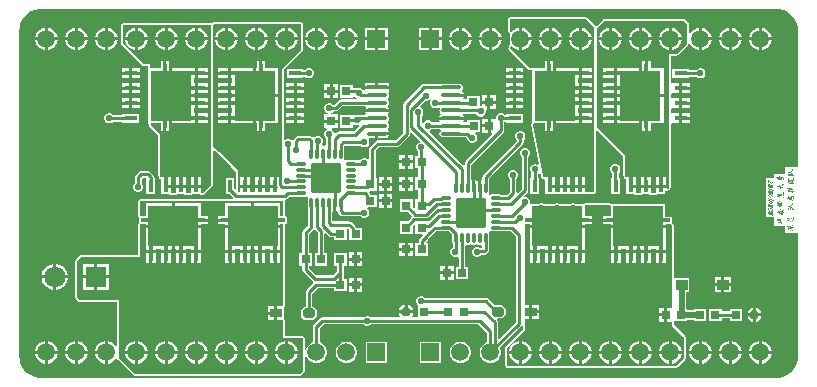
<source format=gbr>
G04*
G04 #@! TF.GenerationSoftware,Altium Limited,Altium Designer,23.8.1 (32)*
G04*
G04 Layer_Physical_Order=1*
G04 Layer_Color=255*
%FSLAX25Y25*%
%MOIN*%
G70*
G04*
G04 #@! TF.SameCoordinates,08085802-0E6A-4E4E-A806-44F487ACA516*
G04*
G04*
G04 #@! TF.FilePolarity,Positive*
G04*
G01*
G75*
%ADD12C,0.01000*%
G04:AMPARAMS|DCode=23|XSize=100.39mil|YSize=100.39mil|CornerRadius=5.02mil|HoleSize=0mil|Usage=FLASHONLY|Rotation=180.000|XOffset=0mil|YOffset=0mil|HoleType=Round|Shape=RoundedRectangle|*
%AMROUNDEDRECTD23*
21,1,0.10039,0.09035,0,0,180.0*
21,1,0.09035,0.10039,0,0,180.0*
1,1,0.01004,-0.04518,0.04518*
1,1,0.01004,0.04518,0.04518*
1,1,0.01004,0.04518,-0.04518*
1,1,0.01004,-0.04518,-0.04518*
%
%ADD23ROUNDEDRECTD23*%
%ADD24O,0.01181X0.03937*%
%ADD25O,0.03937X0.01181*%
%ADD26R,0.03000X0.03000*%
%ADD27R,0.03937X0.03347*%
%ADD28R,0.16732X0.13780*%
%ADD29R,0.01772X0.06299*%
%ADD30R,0.01772X0.04331*%
%ADD31R,0.21654X0.01181*%
%ADD32R,0.13780X0.16732*%
%ADD33R,0.06299X0.01772*%
%ADD34R,0.04331X0.01772*%
%ADD35R,0.01181X0.21654*%
G04:AMPARAMS|DCode=36|XSize=30mil|YSize=30mil|CornerRadius=0mil|HoleSize=0mil|Usage=FLASHONLY|Rotation=180.000|XOffset=0mil|YOffset=0mil|HoleType=Round|Shape=Octagon|*
%AMOCTAGOND36*
4,1,8,-0.01500,0.00750,-0.01500,-0.00750,-0.00750,-0.01500,0.00750,-0.01500,0.01500,-0.00750,0.01500,0.00750,0.00750,0.01500,-0.00750,0.01500,-0.01500,0.00750,0.0*
%
%ADD36OCTAGOND36*%

G04:AMPARAMS|DCode=37|XSize=100.39mil|YSize=100.39mil|CornerRadius=5.02mil|HoleSize=0mil|Usage=FLASHONLY|Rotation=90.000|XOffset=0mil|YOffset=0mil|HoleType=Round|Shape=RoundedRectangle|*
%AMROUNDEDRECTD37*
21,1,0.10039,0.09035,0,0,90.0*
21,1,0.09035,0.10039,0,0,90.0*
1,1,0.01004,0.04518,0.04518*
1,1,0.01004,0.04518,-0.04518*
1,1,0.01004,-0.04518,-0.04518*
1,1,0.01004,-0.04518,0.04518*
%
%ADD37ROUNDEDRECTD37*%
%ADD38R,0.06693X0.01378*%
%ADD39O,0.06693X0.01378*%
%ADD40R,0.03937X0.03150*%
G04:AMPARAMS|DCode=41|XSize=39.37mil|YSize=31.5mil|CornerRadius=0mil|HoleSize=0mil|Usage=FLASHONLY|Rotation=0.000|XOffset=0mil|YOffset=0mil|HoleType=Round|Shape=Octagon|*
%AMOCTAGOND41*
4,1,8,0.01968,-0.00787,0.01968,0.00787,0.01181,0.01575,-0.01181,0.01575,-0.01968,0.00787,-0.01968,-0.00787,-0.01181,-0.01575,0.01181,-0.01575,0.01968,-0.00787,0.0*
%
%ADD41OCTAGOND41*%

%ADD66C,0.02000*%
%ADD67R,0.07087X0.07087*%
%ADD68C,0.07087*%
%ADD69R,0.05906X0.05906*%
%ADD70C,0.05906*%
%ADD71C,0.02200*%
G36*
X431115Y310458D02*
X432463Y310165D01*
X433730Y309621D01*
X434872Y308848D01*
X435848Y307873D01*
X436621Y306731D01*
X437164Y305464D01*
X437458Y304116D01*
X437474Y303464D01*
Y257943D01*
X436974Y257881D01*
X433201D01*
Y255459D01*
X429696D01*
Y254073D01*
X426795D01*
Y241000D01*
X429696D01*
Y238000D01*
X433201D01*
Y235800D01*
X436974D01*
X437000Y235800D01*
X437474Y235738D01*
Y194537D01*
X437458Y193884D01*
X437165Y192537D01*
X436621Y191269D01*
X435848Y190127D01*
X434873Y189152D01*
X433731Y188379D01*
X432464Y187835D01*
X431116Y187541D01*
X430464Y187525D01*
X185037Y187526D01*
X184384Y187542D01*
X183037Y187835D01*
X181769Y188379D01*
X180627Y189152D01*
X179652Y190127D01*
X178879Y191269D01*
X178335Y192536D01*
X178042Y193884D01*
X178025Y194536D01*
X178026Y303463D01*
X178042Y304115D01*
X178335Y305463D01*
X178879Y306731D01*
X179652Y307873D01*
X180627Y308848D01*
X181769Y309621D01*
X183036Y310164D01*
X184384Y310458D01*
X185036Y310474D01*
X430463D01*
X431115Y310458D01*
D02*
G37*
G36*
X427541Y253470D02*
X427555Y253467D01*
X427573Y253461D01*
X427593Y253449D01*
X427620Y253438D01*
X427652Y253420D01*
X427655Y253417D01*
X427666Y253411D01*
X427681Y253403D01*
X427698Y253391D01*
X427736Y253365D01*
X427754Y253350D01*
X427766Y253338D01*
X427768Y253333D01*
X427771Y253327D01*
X427774Y253318D01*
X427780Y253303D01*
X427783Y253286D01*
X427786Y253265D01*
Y253242D01*
X427789D01*
X427792Y253245D01*
X427809Y253254D01*
X427833Y253262D01*
X427853Y253265D01*
X427859D01*
X427874Y253262D01*
X427897Y253251D01*
X427912Y253242D01*
X427926Y253230D01*
X427929Y253227D01*
X427935Y253224D01*
X427944Y253213D01*
X427958Y253198D01*
X427976Y253178D01*
X428002Y253151D01*
X428031Y253119D01*
X428066Y253081D01*
X428069Y253079D01*
X428075Y253073D01*
X428084Y253061D01*
X428098Y253046D01*
X428113Y253029D01*
X428133Y253011D01*
X428177Y252965D01*
X428227Y252909D01*
X428282Y252854D01*
X428338Y252801D01*
X428393Y252749D01*
X428396D01*
X428399Y252751D01*
X428417Y252763D01*
X428446Y252775D01*
X428478Y252792D01*
X428516Y252813D01*
X428551Y252830D01*
X428586Y252848D01*
X428618Y252859D01*
X428621D01*
X428630Y252865D01*
X428644Y252868D01*
X428665Y252874D01*
X428688Y252880D01*
X428715Y252883D01*
X428776Y252889D01*
X428779D01*
X428785D01*
X428796D01*
X428811Y252886D01*
X428828Y252883D01*
X428849Y252880D01*
X428898Y252868D01*
X428957Y252851D01*
X429018Y252822D01*
X429050Y252804D01*
X429082Y252784D01*
X429115Y252760D01*
X429147Y252731D01*
X429150Y252728D01*
X429152Y252725D01*
X429161Y252716D01*
X429173Y252702D01*
X429185Y252687D01*
X429199Y252670D01*
X429214Y252649D01*
X429228Y252623D01*
X429261Y252568D01*
X429287Y252503D01*
X429298Y252465D01*
X429307Y252427D01*
X429310Y252386D01*
X429313Y252346D01*
Y252322D01*
X429310Y252299D01*
X429304Y252267D01*
X429298Y252232D01*
X429290Y252194D01*
X429275Y252156D01*
X429255Y252118D01*
X429252Y252115D01*
X429243Y252103D01*
X429231Y252089D01*
X429211Y252071D01*
X429190Y252054D01*
X429161Y252039D01*
X429132Y252027D01*
X429097Y252024D01*
X429091D01*
X429079Y252027D01*
X429056Y252030D01*
X429027Y252039D01*
X428989Y252054D01*
X428945Y252074D01*
X428893Y252103D01*
X428834Y252141D01*
X428831Y252144D01*
X428826Y252147D01*
X428817Y252153D01*
X428805Y252165D01*
X428788Y252176D01*
X428770Y252191D01*
X428747Y252208D01*
X428720Y252229D01*
X428662Y252281D01*
X428592Y252343D01*
X428510Y252416D01*
X428469Y252457D01*
X428422Y252500D01*
X428420Y252497D01*
X428411Y252492D01*
X428399Y252483D01*
X428382Y252468D01*
X428361Y252454D01*
X428335Y252436D01*
X428309Y252419D01*
X428279Y252398D01*
X428212Y252360D01*
X428139Y252328D01*
X428101Y252313D01*
X428063Y252305D01*
X428025Y252299D01*
X427987Y252296D01*
X427985D01*
X427979D01*
X427967D01*
X427952Y252299D01*
X427935D01*
X427912Y252305D01*
X427865Y252313D01*
X427809Y252331D01*
X427754Y252354D01*
X427698Y252389D01*
X427672Y252413D01*
X427649Y252436D01*
X427646Y252439D01*
X427643Y252442D01*
X427637Y252451D01*
X427628Y252462D01*
X427620Y252477D01*
X427608Y252495D01*
X427582Y252538D01*
X427555Y252591D01*
X427529Y252655D01*
X427509Y252731D01*
X427491Y252813D01*
Y252816D01*
X427488Y252824D01*
Y252836D01*
X427485Y252851D01*
X427482Y252871D01*
X427479Y252898D01*
X427473Y252953D01*
X427468Y253014D01*
X427462Y253084D01*
X427456Y253154D01*
Y253268D01*
X427459Y253297D01*
X427462Y253362D01*
X427465Y253391D01*
X427471Y253414D01*
Y253417D01*
X427473Y253423D01*
X427482Y253444D01*
X427500Y253464D01*
X427512Y253470D01*
X427526Y253473D01*
X427529D01*
X427532D01*
X427541Y253470D01*
D02*
G37*
G36*
X427982Y252019D02*
X428017Y252013D01*
X428055Y252004D01*
X428095Y251992D01*
X428139Y251975D01*
X428180Y251951D01*
X428186Y251948D01*
X428198Y251940D01*
X428218Y251925D01*
X428241Y251905D01*
X428271Y251878D01*
X428300Y251846D01*
X428332Y251808D01*
X428364Y251767D01*
X428367Y251762D01*
X428379Y251747D01*
X428399Y251718D01*
X428422Y251680D01*
X428458Y251630D01*
X428496Y251569D01*
X428542Y251496D01*
X428595Y251411D01*
Y251408D01*
X428598Y251405D01*
X428604Y251397D01*
X428609Y251385D01*
X428630Y251356D01*
X428653Y251321D01*
X428682Y251274D01*
X428715Y251224D01*
X428750Y251172D01*
X428785Y251113D01*
X428861Y251002D01*
X428898Y250950D01*
X428933Y250903D01*
X428963Y250862D01*
X428992Y250827D01*
X429015Y250804D01*
X429024Y250795D01*
X429033Y250789D01*
Y250804D01*
X429030Y250813D01*
Y250827D01*
X429027Y250845D01*
X429021Y250886D01*
X429015Y250938D01*
X429004Y250999D01*
X428992Y251073D01*
X428977Y251154D01*
Y251157D01*
X428974Y251166D01*
X428971Y251178D01*
X428969Y251192D01*
X428966Y251213D01*
X428960Y251236D01*
X428951Y251291D01*
X428936Y251356D01*
X428922Y251423D01*
X428907Y251490D01*
X428893Y251554D01*
Y251557D01*
X428890Y251563D01*
Y251569D01*
X428887Y251581D01*
X428881Y251607D01*
X428872Y251639D01*
X428863Y251671D01*
X428858Y251697D01*
X428855Y251718D01*
X428852Y251724D01*
Y251729D01*
X428855Y251741D01*
X428866Y251750D01*
X428872Y251753D01*
X428884D01*
X428887D01*
X428898D01*
X428919Y251750D01*
X428942Y251744D01*
X428971Y251735D01*
X429006Y251721D01*
X429044Y251703D01*
X429085Y251677D01*
X429091Y251674D01*
X429103Y251662D01*
X429123Y251645D01*
X429150Y251616D01*
X429179Y251581D01*
X429205Y251537D01*
X429234Y251481D01*
X429258Y251414D01*
Y251411D01*
X429261Y251405D01*
X429263Y251394D01*
X429266Y251379D01*
X429269Y251362D01*
X429275Y251338D01*
X429281Y251312D01*
X429284Y251283D01*
X429290Y251248D01*
X429296Y251210D01*
X429301Y251169D01*
X429304Y251125D01*
X429307Y251078D01*
X429310Y251029D01*
X429313Y250921D01*
Y250888D01*
X429310Y250871D01*
X429304Y250821D01*
X429293Y250775D01*
Y250772D01*
X429287Y250766D01*
X429281Y250754D01*
X429269Y250743D01*
X429252Y250728D01*
X429231Y250713D01*
X429202Y250699D01*
X429167Y250684D01*
X429161D01*
X429150Y250678D01*
X429132Y250672D01*
X429109Y250667D01*
X429065Y250655D01*
X429042Y250652D01*
X429027Y250649D01*
X429024D01*
X429015D01*
X429001Y250652D01*
X428983Y250658D01*
X428957Y250667D01*
X428931Y250678D01*
X428896Y250693D01*
X428861Y250716D01*
X428855Y250719D01*
X428843Y250728D01*
X428820Y250745D01*
X428793Y250766D01*
X428761Y250792D01*
X428723Y250827D01*
X428682Y250868D01*
X428639Y250912D01*
Y250915D01*
X428633Y250918D01*
X428618Y250935D01*
X428598Y250961D01*
X428569Y250997D01*
X428536Y251040D01*
X428498Y251090D01*
X428463Y251146D01*
X428425Y251207D01*
X428256Y251505D01*
Y251508D01*
X428253Y251511D01*
X428244Y251525D01*
X428230Y251548D01*
X428215Y251575D01*
X428198Y251601D01*
X428183Y251630D01*
X428168Y251651D01*
X428160Y251668D01*
Y251671D01*
X428157Y251674D01*
X428151Y251683D01*
X428142Y251694D01*
X428133Y251706D01*
X428119Y251724D01*
X428104Y251744D01*
X428084Y251764D01*
X428081Y251767D01*
X428075Y251773D01*
X428063Y251785D01*
X428052Y251800D01*
X428020Y251829D01*
X428002Y251843D01*
X427985Y251855D01*
X427982Y251858D01*
X427976Y251861D01*
X427967Y251867D01*
X427958Y251873D01*
X427932Y251881D01*
X427917Y251887D01*
X427906D01*
X427903D01*
X427900D01*
X427882Y251881D01*
X427862Y251870D01*
X427853Y251861D01*
X427844Y251846D01*
Y251843D01*
X427841Y251840D01*
X427833Y251823D01*
X427827Y251797D01*
X427824Y251767D01*
Y251741D01*
X427827Y251712D01*
X427833Y251671D01*
X427841Y251621D01*
X427856Y251563D01*
X427874Y251496D01*
X427897Y251420D01*
Y251417D01*
X427900Y251411D01*
X427906Y251399D01*
X427912Y251385D01*
X427917Y251367D01*
X427926Y251347D01*
X427949Y251300D01*
X427976Y251245D01*
X428011Y251186D01*
X428049Y251128D01*
X428093Y251070D01*
Y251093D01*
X428095Y251116D01*
Y251146D01*
X428098Y251181D01*
X428101Y251213D01*
X428104Y251245D01*
X428110Y251271D01*
Y251274D01*
X428113Y251283D01*
X428116Y251291D01*
X428122Y251306D01*
X428130Y251318D01*
X428139Y251326D01*
X428148Y251335D01*
X428163Y251338D01*
X428166D01*
X428171Y251335D01*
X428180Y251326D01*
X428189Y251309D01*
X428192Y251303D01*
X428195Y251291D01*
X428198Y251277D01*
X428203Y251254D01*
X428212Y251221D01*
X428221Y251181D01*
X428233Y251128D01*
Y251122D01*
X428239Y251105D01*
X428241Y251078D01*
X428247Y251052D01*
X428253Y251020D01*
X428256Y250994D01*
X428262Y250970D01*
Y250950D01*
X428259Y250941D01*
X428253Y250932D01*
X428244Y250924D01*
X428233Y250918D01*
X428215Y250912D01*
X428192Y250909D01*
X428189D01*
X428180D01*
X428168D01*
X428151Y250912D01*
X428130Y250915D01*
X428104Y250918D01*
X428075Y250924D01*
X428043Y250932D01*
X428040D01*
X428028Y250938D01*
X428008Y250944D01*
X427985Y250950D01*
X427958Y250961D01*
X427929Y250973D01*
X427868Y250999D01*
X427865Y251002D01*
X427853Y251005D01*
X427839Y251014D01*
X427821Y251026D01*
X427780Y251055D01*
X427763Y251073D01*
X427745Y251090D01*
X427742Y251093D01*
X427739Y251099D01*
X427731Y251113D01*
X427719Y251131D01*
X427707Y251157D01*
X427693Y251189D01*
X427678Y251230D01*
X427660Y251277D01*
Y251280D01*
X427658Y251283D01*
X427652Y251300D01*
X427643Y251329D01*
X427634Y251364D01*
X427622Y251405D01*
X427611Y251455D01*
X427599Y251508D01*
X427587Y251560D01*
Y251566D01*
X427585Y251586D01*
X427579Y251613D01*
X427573Y251648D01*
X427570Y251686D01*
X427564Y251727D01*
X427561Y251770D01*
Y251832D01*
X427564Y251846D01*
X427567Y251875D01*
X427570Y251890D01*
X427576Y251902D01*
X427579Y251908D01*
X427585Y251913D01*
X427596Y251922D01*
X427611Y251934D01*
X427634Y251946D01*
X427663Y251960D01*
X427701Y251975D01*
X427707Y251978D01*
X427722Y251983D01*
X427742Y251989D01*
X427771Y251998D01*
X427806Y252007D01*
X427847Y252016D01*
X427888Y252019D01*
X427932Y252022D01*
X427935D01*
X427938D01*
X427955D01*
X427982Y252019D01*
D02*
G37*
G36*
X429500Y250045D02*
Y249840D01*
X427395Y250430D01*
Y250635D01*
X429500Y250045D01*
D02*
G37*
G36*
X427982Y249972D02*
X428017Y249966D01*
X428055Y249957D01*
X428095Y249945D01*
X428139Y249928D01*
X428180Y249904D01*
X428186Y249902D01*
X428198Y249893D01*
X428218Y249878D01*
X428241Y249858D01*
X428271Y249832D01*
X428300Y249799D01*
X428332Y249761D01*
X428364Y249721D01*
X428367Y249715D01*
X428379Y249700D01*
X428399Y249671D01*
X428422Y249633D01*
X428458Y249583D01*
X428496Y249522D01*
X428542Y249449D01*
X428595Y249364D01*
Y249361D01*
X428598Y249358D01*
X428604Y249350D01*
X428609Y249338D01*
X428630Y249309D01*
X428653Y249274D01*
X428682Y249227D01*
X428715Y249177D01*
X428750Y249125D01*
X428785Y249066D01*
X428861Y248955D01*
X428898Y248903D01*
X428933Y248856D01*
X428963Y248815D01*
X428992Y248780D01*
X429015Y248757D01*
X429024Y248748D01*
X429033Y248742D01*
Y248757D01*
X429030Y248766D01*
Y248780D01*
X429027Y248798D01*
X429021Y248839D01*
X429015Y248891D01*
X429004Y248953D01*
X428992Y249026D01*
X428977Y249107D01*
Y249110D01*
X428974Y249119D01*
X428971Y249131D01*
X428969Y249145D01*
X428966Y249166D01*
X428960Y249189D01*
X428951Y249245D01*
X428936Y249309D01*
X428922Y249376D01*
X428907Y249443D01*
X428893Y249507D01*
Y249510D01*
X428890Y249516D01*
Y249522D01*
X428887Y249534D01*
X428881Y249560D01*
X428872Y249592D01*
X428863Y249624D01*
X428858Y249650D01*
X428855Y249671D01*
X428852Y249677D01*
Y249683D01*
X428855Y249694D01*
X428866Y249703D01*
X428872Y249706D01*
X428884D01*
X428887D01*
X428898D01*
X428919Y249703D01*
X428942Y249697D01*
X428971Y249688D01*
X429006Y249674D01*
X429044Y249656D01*
X429085Y249630D01*
X429091Y249627D01*
X429103Y249615D01*
X429123Y249598D01*
X429150Y249569D01*
X429179Y249534D01*
X429205Y249490D01*
X429234Y249434D01*
X429258Y249367D01*
Y249364D01*
X429261Y249358D01*
X429263Y249347D01*
X429266Y249332D01*
X429269Y249315D01*
X429275Y249291D01*
X429281Y249265D01*
X429284Y249236D01*
X429290Y249201D01*
X429296Y249163D01*
X429301Y249122D01*
X429304Y249078D01*
X429307Y249031D01*
X429310Y248982D01*
X429313Y248874D01*
Y248842D01*
X429310Y248824D01*
X429304Y248774D01*
X429293Y248728D01*
Y248725D01*
X429287Y248719D01*
X429281Y248707D01*
X429269Y248696D01*
X429252Y248681D01*
X429231Y248666D01*
X429202Y248652D01*
X429167Y248637D01*
X429161D01*
X429150Y248631D01*
X429132Y248625D01*
X429109Y248620D01*
X429065Y248608D01*
X429042Y248605D01*
X429027Y248602D01*
X429024D01*
X429015D01*
X429001Y248605D01*
X428983Y248611D01*
X428957Y248620D01*
X428931Y248631D01*
X428896Y248646D01*
X428861Y248669D01*
X428855Y248672D01*
X428843Y248681D01*
X428820Y248698D01*
X428793Y248719D01*
X428761Y248745D01*
X428723Y248780D01*
X428682Y248821D01*
X428639Y248865D01*
Y248868D01*
X428633Y248871D01*
X428618Y248888D01*
X428598Y248915D01*
X428569Y248950D01*
X428536Y248993D01*
X428498Y249043D01*
X428463Y249099D01*
X428425Y249160D01*
X428256Y249458D01*
Y249461D01*
X428253Y249464D01*
X428244Y249478D01*
X428230Y249501D01*
X428215Y249528D01*
X428198Y249554D01*
X428183Y249583D01*
X428168Y249604D01*
X428160Y249621D01*
Y249624D01*
X428157Y249627D01*
X428151Y249636D01*
X428142Y249647D01*
X428133Y249659D01*
X428119Y249677D01*
X428104Y249697D01*
X428084Y249718D01*
X428081Y249721D01*
X428075Y249726D01*
X428063Y249738D01*
X428052Y249753D01*
X428020Y249782D01*
X428002Y249796D01*
X427985Y249808D01*
X427982Y249811D01*
X427976Y249814D01*
X427967Y249820D01*
X427958Y249826D01*
X427932Y249834D01*
X427917Y249840D01*
X427906D01*
X427903D01*
X427900D01*
X427882Y249834D01*
X427862Y249823D01*
X427853Y249814D01*
X427844Y249799D01*
Y249796D01*
X427841Y249794D01*
X427833Y249776D01*
X427827Y249750D01*
X427824Y249721D01*
Y249694D01*
X427827Y249665D01*
X427833Y249624D01*
X427841Y249574D01*
X427856Y249516D01*
X427874Y249449D01*
X427897Y249373D01*
Y249370D01*
X427900Y249364D01*
X427906Y249353D01*
X427912Y249338D01*
X427917Y249321D01*
X427926Y249300D01*
X427949Y249253D01*
X427976Y249198D01*
X428011Y249139D01*
X428049Y249081D01*
X428093Y249023D01*
Y249046D01*
X428095Y249069D01*
Y249099D01*
X428098Y249134D01*
X428101Y249166D01*
X428104Y249198D01*
X428110Y249224D01*
Y249227D01*
X428113Y249236D01*
X428116Y249245D01*
X428122Y249259D01*
X428130Y249271D01*
X428139Y249280D01*
X428148Y249288D01*
X428163Y249291D01*
X428166D01*
X428171Y249288D01*
X428180Y249280D01*
X428189Y249262D01*
X428192Y249256D01*
X428195Y249245D01*
X428198Y249230D01*
X428203Y249207D01*
X428212Y249174D01*
X428221Y249134D01*
X428233Y249081D01*
Y249075D01*
X428239Y249058D01*
X428241Y249031D01*
X428247Y249005D01*
X428253Y248973D01*
X428256Y248947D01*
X428262Y248923D01*
Y248903D01*
X428259Y248894D01*
X428253Y248885D01*
X428244Y248877D01*
X428233Y248871D01*
X428215Y248865D01*
X428192Y248862D01*
X428189D01*
X428180D01*
X428168D01*
X428151Y248865D01*
X428130Y248868D01*
X428104Y248871D01*
X428075Y248877D01*
X428043Y248885D01*
X428040D01*
X428028Y248891D01*
X428008Y248897D01*
X427985Y248903D01*
X427958Y248915D01*
X427929Y248926D01*
X427868Y248953D01*
X427865Y248955D01*
X427853Y248958D01*
X427839Y248967D01*
X427821Y248979D01*
X427780Y249008D01*
X427763Y249026D01*
X427745Y249043D01*
X427742Y249046D01*
X427739Y249052D01*
X427731Y249066D01*
X427719Y249084D01*
X427707Y249110D01*
X427693Y249142D01*
X427678Y249183D01*
X427660Y249230D01*
Y249233D01*
X427658Y249236D01*
X427652Y249253D01*
X427643Y249283D01*
X427634Y249318D01*
X427622Y249358D01*
X427611Y249408D01*
X427599Y249461D01*
X427587Y249513D01*
Y249519D01*
X427585Y249539D01*
X427579Y249566D01*
X427573Y249601D01*
X427570Y249639D01*
X427564Y249680D01*
X427561Y249723D01*
Y249785D01*
X427564Y249799D01*
X427567Y249829D01*
X427570Y249843D01*
X427576Y249855D01*
X427579Y249861D01*
X427585Y249867D01*
X427596Y249875D01*
X427611Y249887D01*
X427634Y249899D01*
X427663Y249913D01*
X427701Y249928D01*
X427707Y249931D01*
X427722Y249937D01*
X427742Y249942D01*
X427771Y249951D01*
X427806Y249960D01*
X427847Y249969D01*
X427888Y249972D01*
X427932Y249975D01*
X427935D01*
X427938D01*
X427955D01*
X427982Y249972D01*
D02*
G37*
G36*
X428043Y248698D02*
X428069Y248696D01*
X428101Y248693D01*
X428139Y248687D01*
X428180Y248681D01*
X428224Y248672D01*
X428274Y248661D01*
X428379Y248631D01*
X428434Y248614D01*
X428493Y248593D01*
X428551Y248567D01*
X428609Y248538D01*
X428612Y248535D01*
X428624Y248532D01*
X428639Y248520D01*
X428662Y248509D01*
X428688Y248494D01*
X428720Y248474D01*
X428755Y248453D01*
X428793Y248430D01*
X428875Y248372D01*
X428960Y248304D01*
X429042Y248228D01*
X429082Y248190D01*
X429120Y248147D01*
X429123Y248144D01*
X429129Y248138D01*
X429138Y248123D01*
X429150Y248109D01*
X429164Y248088D01*
X429182Y248065D01*
X429217Y248009D01*
X429252Y247948D01*
X429284Y247878D01*
X429296Y247846D01*
X429304Y247811D01*
X429310Y247776D01*
X429313Y247744D01*
Y247729D01*
X429310Y247717D01*
X429304Y247688D01*
X429296Y247650D01*
X429278Y247606D01*
X429255Y247560D01*
X429220Y247513D01*
X429196Y247493D01*
X429173Y247469D01*
X429170D01*
X429167Y247463D01*
X429158Y247460D01*
X429147Y247452D01*
X429135Y247443D01*
X429117Y247434D01*
X429074Y247414D01*
X429024Y247393D01*
X428960Y247376D01*
X428890Y247364D01*
X428811Y247358D01*
X428808D01*
X428799D01*
X428785D01*
X428767Y247361D01*
X428744Y247364D01*
X428715Y247367D01*
X428682Y247373D01*
X428647Y247379D01*
X428607Y247390D01*
X428566Y247399D01*
X428519Y247414D01*
X428472Y247431D01*
X428422Y247452D01*
X428370Y247475D01*
X428317Y247501D01*
X428262Y247531D01*
X428259Y247533D01*
X428247Y247539D01*
X428233Y247548D01*
X428212Y247563D01*
X428189Y247580D01*
X428160Y247601D01*
X428125Y247624D01*
X428090Y247650D01*
X428052Y247679D01*
X428014Y247714D01*
X427932Y247787D01*
X427850Y247869D01*
X427774Y247963D01*
X427771Y247966D01*
X427766Y247974D01*
X427757Y247989D01*
X427745Y248007D01*
X427731Y248027D01*
X427713Y248053D01*
X427695Y248082D01*
X427678Y248114D01*
X427643Y248185D01*
X427611Y248260D01*
X427599Y248299D01*
X427590Y248336D01*
X427585Y248374D01*
X427582Y248409D01*
Y248415D01*
X427585Y248433D01*
X427587Y248459D01*
X427596Y248488D01*
X427611Y248517D01*
X427631Y248544D01*
X427660Y248564D01*
X427681Y248573D01*
X427701Y248576D01*
Y248579D01*
X427707Y248588D01*
X427713Y248599D01*
X427725Y248614D01*
X427736Y248628D01*
X427754Y248646D01*
X427774Y248661D01*
X427798Y248672D01*
X427801D01*
X427809Y248678D01*
X427827Y248681D01*
X427847Y248687D01*
X427874Y248693D01*
X427909Y248696D01*
X427947Y248701D01*
X427990D01*
X427993D01*
X428005D01*
X428020D01*
X428043Y248698D01*
D02*
G37*
G36*
X427853Y246742D02*
X427885Y246736D01*
X427923Y246722D01*
X427926D01*
X427935Y246716D01*
X427947Y246710D01*
X427970Y246695D01*
X427999Y246681D01*
X428034Y246657D01*
X428081Y246628D01*
X428139Y246590D01*
X428142Y246587D01*
X428151Y246582D01*
X428168Y246573D01*
X428189Y246558D01*
X428212Y246544D01*
X428241Y246526D01*
X428271Y246506D01*
X428306Y246485D01*
X428379Y246441D01*
X428455Y246398D01*
X428525Y246360D01*
X428560Y246342D01*
X428589Y246327D01*
Y246330D01*
X428586Y246336D01*
Y246348D01*
X428583Y246360D01*
X428577Y246395D01*
X428569Y246435D01*
X428563Y246479D01*
X428557Y246517D01*
X428554Y246535D01*
Y246549D01*
X428551Y246561D01*
Y246579D01*
X428557Y246602D01*
X428563Y246611D01*
X428571Y246622D01*
X428583Y246628D01*
X428601Y246631D01*
X428604D01*
X428612Y246628D01*
X428630Y246625D01*
X428653Y246614D01*
X428685Y246599D01*
X428726Y246576D01*
X428773Y246544D01*
X428802Y246523D01*
X428831Y246500D01*
X428893Y246208D01*
X428898Y246205D01*
X428913Y246202D01*
X428936Y246193D01*
X428966Y246184D01*
X429004Y246176D01*
X429042Y246167D01*
X429085Y246158D01*
X429132Y246152D01*
Y246155D01*
X429138Y246158D01*
X429152Y246173D01*
X429176Y246184D01*
X429188Y246187D01*
X429202Y246190D01*
X429208D01*
X429214Y246184D01*
X429225Y246179D01*
X429237Y246167D01*
X429255Y246149D01*
X429275Y246123D01*
X429298Y246091D01*
X429301Y246088D01*
X429310Y246076D01*
X429319Y246059D01*
X429331Y246038D01*
X429345Y246018D01*
X429354Y245995D01*
X429363Y245974D01*
X429366Y245960D01*
Y245957D01*
X429363Y245951D01*
X429360Y245939D01*
X429354Y245927D01*
X429342Y245916D01*
X429325Y245904D01*
X429301Y245898D01*
X429269Y245895D01*
X429266D01*
X429261D01*
X429252D01*
X429240D01*
X429225D01*
X429208Y245898D01*
X429164Y245901D01*
X429115Y245904D01*
X429059Y245913D01*
X429001Y245922D01*
X428939Y245936D01*
Y245927D01*
X428942Y245916D01*
Y245901D01*
X428945Y245881D01*
Y245860D01*
X428951Y245814D01*
X428954Y245761D01*
X428960Y245708D01*
X428963Y245662D01*
Y245595D01*
X428960Y245577D01*
X428954Y245536D01*
X428942Y245495D01*
Y245492D01*
X428936Y245486D01*
X428931Y245478D01*
X428919Y245466D01*
X428904Y245454D01*
X428887Y245440D01*
X428861Y245425D01*
X428828Y245413D01*
X428826D01*
X428814Y245408D01*
X428796Y245405D01*
X428773Y245399D01*
X428726Y245387D01*
X428706Y245384D01*
X428685Y245381D01*
X428680D01*
X428668Y245384D01*
X428644Y245387D01*
X428615Y245396D01*
X428577Y245411D01*
X428531Y245431D01*
X428475Y245460D01*
X428414Y245498D01*
X428411D01*
X428405Y245504D01*
X428396Y245510D01*
X428385Y245519D01*
X428367Y245533D01*
X428349Y245548D01*
X428303Y245583D01*
X428250Y245630D01*
X428192Y245688D01*
X428128Y245755D01*
X428063Y245831D01*
X428060Y245834D01*
X428055Y245840D01*
X428046Y245851D01*
X428034Y245869D01*
X428017Y245889D01*
X427999Y245916D01*
X427979Y245942D01*
X427955Y245974D01*
X427932Y246009D01*
X427906Y246047D01*
X427850Y246132D01*
X427795Y246228D01*
X427736Y246330D01*
X427733Y246333D01*
X427731Y246342D01*
X427722Y246357D01*
X427713Y246374D01*
X427701Y246398D01*
X427687Y246424D01*
X427658Y246479D01*
X427631Y246535D01*
X427605Y246590D01*
X427596Y246614D01*
X427587Y246634D01*
X427585Y246649D01*
X427582Y246660D01*
Y246672D01*
X427585Y246681D01*
X427590Y246695D01*
X427599Y246707D01*
X427614Y246716D01*
X427631Y246725D01*
X427658Y246727D01*
X427660D01*
X427666D01*
X427672Y246725D01*
X427684Y246722D01*
X427695Y246716D01*
X427713Y246707D01*
X427736Y246698D01*
X427739Y246701D01*
X427742Y246707D01*
X427763Y246722D01*
X427789Y246739D01*
X427804Y246742D01*
X427818Y246745D01*
X427821D01*
X427827D01*
X427839D01*
X427853Y246742D01*
D02*
G37*
G36*
X429500Y246751D02*
Y246547D01*
X427395Y247136D01*
Y247341D01*
X429500Y246751D01*
D02*
G37*
G36*
X427982Y245463D02*
X428017Y245457D01*
X428055Y245449D01*
X428095Y245437D01*
X428139Y245419D01*
X428180Y245396D01*
X428186Y245393D01*
X428198Y245384D01*
X428218Y245370D01*
X428241Y245349D01*
X428271Y245323D01*
X428300Y245291D01*
X428332Y245253D01*
X428364Y245212D01*
X428367Y245206D01*
X428379Y245192D01*
X428399Y245162D01*
X428422Y245124D01*
X428458Y245075D01*
X428496Y245013D01*
X428542Y244940D01*
X428595Y244856D01*
Y244853D01*
X428598Y244850D01*
X428604Y244841D01*
X428609Y244830D01*
X428630Y244800D01*
X428653Y244765D01*
X428682Y244719D01*
X428715Y244669D01*
X428750Y244616D01*
X428785Y244558D01*
X428861Y244447D01*
X428898Y244394D01*
X428933Y244348D01*
X428963Y244307D01*
X428992Y244272D01*
X429015Y244248D01*
X429024Y244240D01*
X429033Y244234D01*
Y244248D01*
X429030Y244257D01*
Y244272D01*
X429027Y244289D01*
X429021Y244330D01*
X429015Y244383D01*
X429004Y244444D01*
X428992Y244517D01*
X428977Y244599D01*
Y244602D01*
X428974Y244611D01*
X428971Y244622D01*
X428969Y244637D01*
X428966Y244657D01*
X428960Y244681D01*
X428951Y244736D01*
X428936Y244800D01*
X428922Y244867D01*
X428907Y244935D01*
X428893Y244999D01*
Y245002D01*
X428890Y245008D01*
Y245013D01*
X428887Y245025D01*
X428881Y245051D01*
X428872Y245084D01*
X428863Y245116D01*
X428858Y245142D01*
X428855Y245162D01*
X428852Y245168D01*
Y245174D01*
X428855Y245186D01*
X428866Y245195D01*
X428872Y245197D01*
X428884D01*
X428887D01*
X428898D01*
X428919Y245195D01*
X428942Y245189D01*
X428971Y245180D01*
X429006Y245165D01*
X429044Y245148D01*
X429085Y245122D01*
X429091Y245119D01*
X429103Y245107D01*
X429123Y245089D01*
X429150Y245060D01*
X429179Y245025D01*
X429205Y244981D01*
X429234Y244926D01*
X429258Y244859D01*
Y244856D01*
X429261Y244850D01*
X429263Y244838D01*
X429266Y244824D01*
X429269Y244806D01*
X429275Y244783D01*
X429281Y244757D01*
X429284Y244727D01*
X429290Y244692D01*
X429296Y244654D01*
X429301Y244613D01*
X429304Y244570D01*
X429307Y244523D01*
X429310Y244473D01*
X429313Y244365D01*
Y244333D01*
X429310Y244316D01*
X429304Y244266D01*
X429293Y244219D01*
Y244216D01*
X429287Y244211D01*
X429281Y244199D01*
X429269Y244187D01*
X429252Y244173D01*
X429231Y244158D01*
X429202Y244143D01*
X429167Y244129D01*
X429161D01*
X429150Y244123D01*
X429132Y244117D01*
X429109Y244111D01*
X429065Y244099D01*
X429042Y244097D01*
X429027Y244094D01*
X429024D01*
X429015D01*
X429001Y244097D01*
X428983Y244102D01*
X428957Y244111D01*
X428931Y244123D01*
X428896Y244138D01*
X428861Y244161D01*
X428855Y244164D01*
X428843Y244173D01*
X428820Y244190D01*
X428793Y244211D01*
X428761Y244237D01*
X428723Y244272D01*
X428682Y244313D01*
X428639Y244356D01*
Y244359D01*
X428633Y244362D01*
X428618Y244380D01*
X428598Y244406D01*
X428569Y244441D01*
X428536Y244485D01*
X428498Y244535D01*
X428463Y244590D01*
X428425Y244651D01*
X428256Y244949D01*
Y244952D01*
X428253Y244955D01*
X428244Y244970D01*
X428230Y244993D01*
X428215Y245019D01*
X428198Y245046D01*
X428183Y245075D01*
X428168Y245095D01*
X428160Y245113D01*
Y245116D01*
X428157Y245119D01*
X428151Y245127D01*
X428142Y245139D01*
X428133Y245151D01*
X428119Y245168D01*
X428104Y245189D01*
X428084Y245209D01*
X428081Y245212D01*
X428075Y245218D01*
X428063Y245230D01*
X428052Y245244D01*
X428020Y245273D01*
X428002Y245288D01*
X427985Y245300D01*
X427982Y245303D01*
X427976Y245305D01*
X427967Y245311D01*
X427958Y245317D01*
X427932Y245326D01*
X427917Y245332D01*
X427906D01*
X427903D01*
X427900D01*
X427882Y245326D01*
X427862Y245314D01*
X427853Y245305D01*
X427844Y245291D01*
Y245288D01*
X427841Y245285D01*
X427833Y245268D01*
X427827Y245241D01*
X427824Y245212D01*
Y245186D01*
X427827Y245157D01*
X427833Y245116D01*
X427841Y245066D01*
X427856Y245008D01*
X427874Y244940D01*
X427897Y244865D01*
Y244862D01*
X427900Y244856D01*
X427906Y244844D01*
X427912Y244830D01*
X427917Y244812D01*
X427926Y244792D01*
X427949Y244745D01*
X427976Y244689D01*
X428011Y244631D01*
X428049Y244573D01*
X428093Y244514D01*
Y244537D01*
X428095Y244561D01*
Y244590D01*
X428098Y244625D01*
X428101Y244657D01*
X428104Y244689D01*
X428110Y244716D01*
Y244719D01*
X428113Y244727D01*
X428116Y244736D01*
X428122Y244751D01*
X428130Y244762D01*
X428139Y244771D01*
X428148Y244780D01*
X428163Y244783D01*
X428166D01*
X428171Y244780D01*
X428180Y244771D01*
X428189Y244754D01*
X428192Y244748D01*
X428195Y244736D01*
X428198Y244722D01*
X428203Y244698D01*
X428212Y244666D01*
X428221Y244625D01*
X428233Y244573D01*
Y244567D01*
X428239Y244549D01*
X428241Y244523D01*
X428247Y244497D01*
X428253Y244464D01*
X428256Y244438D01*
X428262Y244415D01*
Y244394D01*
X428259Y244386D01*
X428253Y244377D01*
X428244Y244368D01*
X428233Y244362D01*
X428215Y244356D01*
X428192Y244354D01*
X428189D01*
X428180D01*
X428168D01*
X428151Y244356D01*
X428130Y244359D01*
X428104Y244362D01*
X428075Y244368D01*
X428043Y244377D01*
X428040D01*
X428028Y244383D01*
X428008Y244389D01*
X427985Y244394D01*
X427958Y244406D01*
X427929Y244418D01*
X427868Y244444D01*
X427865Y244447D01*
X427853Y244450D01*
X427839Y244459D01*
X427821Y244470D01*
X427780Y244500D01*
X427763Y244517D01*
X427745Y244535D01*
X427742Y244537D01*
X427739Y244543D01*
X427731Y244558D01*
X427719Y244576D01*
X427707Y244602D01*
X427693Y244634D01*
X427678Y244675D01*
X427660Y244722D01*
Y244724D01*
X427658Y244727D01*
X427652Y244745D01*
X427643Y244774D01*
X427634Y244809D01*
X427622Y244850D01*
X427611Y244900D01*
X427599Y244952D01*
X427587Y245005D01*
Y245011D01*
X427585Y245031D01*
X427579Y245057D01*
X427573Y245092D01*
X427570Y245130D01*
X427564Y245171D01*
X427561Y245215D01*
Y245276D01*
X427564Y245291D01*
X427567Y245320D01*
X427570Y245335D01*
X427576Y245346D01*
X427579Y245352D01*
X427585Y245358D01*
X427596Y245367D01*
X427611Y245378D01*
X427634Y245390D01*
X427663Y245405D01*
X427701Y245419D01*
X427707Y245422D01*
X427722Y245428D01*
X427742Y245434D01*
X427771Y245443D01*
X427806Y245451D01*
X427847Y245460D01*
X427888Y245463D01*
X427932Y245466D01*
X427935D01*
X427938D01*
X427955D01*
X427982Y245463D01*
D02*
G37*
G36*
X428043Y244190D02*
X428069Y244187D01*
X428101Y244184D01*
X428139Y244178D01*
X428180Y244173D01*
X428224Y244164D01*
X428274Y244152D01*
X428379Y244123D01*
X428434Y244105D01*
X428493Y244085D01*
X428551Y244059D01*
X428609Y244029D01*
X428612Y244026D01*
X428624Y244024D01*
X428639Y244012D01*
X428662Y244000D01*
X428688Y243986D01*
X428720Y243965D01*
X428755Y243945D01*
X428793Y243921D01*
X428875Y243863D01*
X428960Y243796D01*
X429042Y243720D01*
X429082Y243682D01*
X429120Y243638D01*
X429123Y243635D01*
X429129Y243629D01*
X429138Y243615D01*
X429150Y243600D01*
X429164Y243580D01*
X429182Y243556D01*
X429217Y243501D01*
X429252Y243440D01*
X429284Y243370D01*
X429296Y243337D01*
X429304Y243302D01*
X429310Y243267D01*
X429313Y243235D01*
Y243221D01*
X429310Y243209D01*
X429304Y243180D01*
X429296Y243142D01*
X429278Y243098D01*
X429255Y243051D01*
X429220Y243004D01*
X429196Y242984D01*
X429173Y242961D01*
X429170D01*
X429167Y242955D01*
X429158Y242952D01*
X429147Y242943D01*
X429135Y242934D01*
X429117Y242926D01*
X429074Y242905D01*
X429024Y242885D01*
X428960Y242867D01*
X428890Y242856D01*
X428811Y242850D01*
X428808D01*
X428799D01*
X428785D01*
X428767Y242853D01*
X428744Y242856D01*
X428715Y242859D01*
X428682Y242864D01*
X428647Y242870D01*
X428607Y242882D01*
X428566Y242891D01*
X428519Y242905D01*
X428472Y242923D01*
X428422Y242943D01*
X428370Y242967D01*
X428317Y242993D01*
X428262Y243022D01*
X428259Y243025D01*
X428247Y243031D01*
X428233Y243040D01*
X428212Y243054D01*
X428189Y243072D01*
X428160Y243092D01*
X428125Y243115D01*
X428090Y243142D01*
X428052Y243171D01*
X428014Y243206D01*
X427932Y243279D01*
X427850Y243361D01*
X427774Y243454D01*
X427771Y243457D01*
X427766Y243466D01*
X427757Y243480D01*
X427745Y243498D01*
X427731Y243518D01*
X427713Y243545D01*
X427695Y243574D01*
X427678Y243606D01*
X427643Y243676D01*
X427611Y243752D01*
X427599Y243790D01*
X427590Y243828D01*
X427585Y243866D01*
X427582Y243901D01*
Y243907D01*
X427585Y243924D01*
X427587Y243951D01*
X427596Y243980D01*
X427611Y244009D01*
X427631Y244035D01*
X427660Y244056D01*
X427681Y244064D01*
X427701Y244067D01*
Y244070D01*
X427707Y244079D01*
X427713Y244091D01*
X427725Y244105D01*
X427736Y244120D01*
X427754Y244138D01*
X427774Y244152D01*
X427798Y244164D01*
X427801D01*
X427809Y244170D01*
X427827Y244173D01*
X427847Y244178D01*
X427874Y244184D01*
X427909Y244187D01*
X427947Y244193D01*
X427990D01*
X427993D01*
X428005D01*
X428020D01*
X428043Y244190D01*
D02*
G37*
G36*
X427982Y242969D02*
X428017Y242964D01*
X428055Y242955D01*
X428095Y242943D01*
X428139Y242926D01*
X428180Y242902D01*
X428186Y242899D01*
X428198Y242891D01*
X428218Y242876D01*
X428241Y242856D01*
X428271Y242829D01*
X428300Y242797D01*
X428332Y242759D01*
X428364Y242718D01*
X428367Y242712D01*
X428379Y242698D01*
X428399Y242669D01*
X428422Y242631D01*
X428458Y242581D01*
X428496Y242520D01*
X428542Y242447D01*
X428595Y242362D01*
Y242359D01*
X428598Y242356D01*
X428604Y242348D01*
X428609Y242336D01*
X428630Y242307D01*
X428653Y242272D01*
X428682Y242225D01*
X428715Y242175D01*
X428750Y242123D01*
X428785Y242064D01*
X428861Y241953D01*
X428898Y241901D01*
X428933Y241854D01*
X428963Y241813D01*
X428992Y241778D01*
X429015Y241755D01*
X429024Y241746D01*
X429033Y241740D01*
Y241755D01*
X429030Y241763D01*
Y241778D01*
X429027Y241796D01*
X429021Y241837D01*
X429015Y241889D01*
X429004Y241950D01*
X428992Y242023D01*
X428977Y242105D01*
Y242108D01*
X428974Y242117D01*
X428971Y242128D01*
X428969Y242143D01*
X428966Y242164D01*
X428960Y242187D01*
X428951Y242242D01*
X428936Y242307D01*
X428922Y242374D01*
X428907Y242441D01*
X428893Y242505D01*
Y242508D01*
X428890Y242514D01*
Y242520D01*
X428887Y242531D01*
X428881Y242558D01*
X428872Y242590D01*
X428863Y242622D01*
X428858Y242648D01*
X428855Y242669D01*
X428852Y242675D01*
Y242680D01*
X428855Y242692D01*
X428866Y242701D01*
X428872Y242704D01*
X428884D01*
X428887D01*
X428898D01*
X428919Y242701D01*
X428942Y242695D01*
X428971Y242686D01*
X429006Y242672D01*
X429044Y242654D01*
X429085Y242628D01*
X429091Y242625D01*
X429103Y242613D01*
X429123Y242596D01*
X429150Y242566D01*
X429179Y242531D01*
X429205Y242488D01*
X429234Y242432D01*
X429258Y242365D01*
Y242362D01*
X429261Y242356D01*
X429263Y242345D01*
X429266Y242330D01*
X429269Y242313D01*
X429275Y242289D01*
X429281Y242263D01*
X429284Y242234D01*
X429290Y242199D01*
X429296Y242161D01*
X429301Y242120D01*
X429304Y242076D01*
X429307Y242029D01*
X429310Y241980D01*
X429313Y241872D01*
Y241839D01*
X429310Y241822D01*
X429304Y241772D01*
X429293Y241726D01*
Y241723D01*
X429287Y241717D01*
X429281Y241705D01*
X429269Y241693D01*
X429252Y241679D01*
X429231Y241664D01*
X429202Y241650D01*
X429167Y241635D01*
X429161D01*
X429150Y241629D01*
X429132Y241623D01*
X429109Y241617D01*
X429065Y241606D01*
X429042Y241603D01*
X429027Y241600D01*
X429024D01*
X429015D01*
X429001Y241603D01*
X428983Y241609D01*
X428957Y241617D01*
X428931Y241629D01*
X428896Y241644D01*
X428861Y241667D01*
X428855Y241670D01*
X428843Y241679D01*
X428820Y241696D01*
X428793Y241717D01*
X428761Y241743D01*
X428723Y241778D01*
X428682Y241819D01*
X428639Y241863D01*
Y241866D01*
X428633Y241869D01*
X428618Y241886D01*
X428598Y241912D01*
X428569Y241948D01*
X428536Y241991D01*
X428498Y242041D01*
X428463Y242096D01*
X428425Y242158D01*
X428256Y242456D01*
Y242459D01*
X428253Y242461D01*
X428244Y242476D01*
X428230Y242499D01*
X428215Y242526D01*
X428198Y242552D01*
X428183Y242581D01*
X428168Y242602D01*
X428160Y242619D01*
Y242622D01*
X428157Y242625D01*
X428151Y242634D01*
X428142Y242645D01*
X428133Y242657D01*
X428119Y242675D01*
X428104Y242695D01*
X428084Y242715D01*
X428081Y242718D01*
X428075Y242724D01*
X428063Y242736D01*
X428052Y242751D01*
X428020Y242780D01*
X428002Y242794D01*
X427985Y242806D01*
X427982Y242809D01*
X427976Y242812D01*
X427967Y242818D01*
X427958Y242824D01*
X427932Y242832D01*
X427917Y242838D01*
X427906D01*
X427903D01*
X427900D01*
X427882Y242832D01*
X427862Y242821D01*
X427853Y242812D01*
X427844Y242797D01*
Y242794D01*
X427841Y242791D01*
X427833Y242774D01*
X427827Y242748D01*
X427824Y242718D01*
Y242692D01*
X427827Y242663D01*
X427833Y242622D01*
X427841Y242572D01*
X427856Y242514D01*
X427874Y242447D01*
X427897Y242371D01*
Y242368D01*
X427900Y242362D01*
X427906Y242350D01*
X427912Y242336D01*
X427917Y242318D01*
X427926Y242298D01*
X427949Y242251D01*
X427976Y242196D01*
X428011Y242137D01*
X428049Y242079D01*
X428093Y242021D01*
Y242044D01*
X428095Y242067D01*
Y242096D01*
X428098Y242131D01*
X428101Y242164D01*
X428104Y242196D01*
X428110Y242222D01*
Y242225D01*
X428113Y242234D01*
X428116Y242242D01*
X428122Y242257D01*
X428130Y242269D01*
X428139Y242277D01*
X428148Y242286D01*
X428163Y242289D01*
X428166D01*
X428171Y242286D01*
X428180Y242277D01*
X428189Y242260D01*
X428192Y242254D01*
X428195Y242242D01*
X428198Y242228D01*
X428203Y242204D01*
X428212Y242172D01*
X428221Y242131D01*
X428233Y242079D01*
Y242073D01*
X428239Y242056D01*
X428241Y242029D01*
X428247Y242003D01*
X428253Y241971D01*
X428256Y241945D01*
X428262Y241921D01*
Y241901D01*
X428259Y241892D01*
X428253Y241883D01*
X428244Y241875D01*
X428233Y241869D01*
X428215Y241863D01*
X428192Y241860D01*
X428189D01*
X428180D01*
X428168D01*
X428151Y241863D01*
X428130Y241866D01*
X428104Y241869D01*
X428075Y241875D01*
X428043Y241883D01*
X428040D01*
X428028Y241889D01*
X428008Y241895D01*
X427985Y241901D01*
X427958Y241912D01*
X427929Y241924D01*
X427868Y241950D01*
X427865Y241953D01*
X427853Y241956D01*
X427839Y241965D01*
X427821Y241977D01*
X427780Y242006D01*
X427763Y242023D01*
X427745Y242041D01*
X427742Y242044D01*
X427739Y242050D01*
X427731Y242064D01*
X427719Y242082D01*
X427707Y242108D01*
X427693Y242140D01*
X427678Y242181D01*
X427660Y242228D01*
Y242231D01*
X427658Y242234D01*
X427652Y242251D01*
X427643Y242280D01*
X427634Y242315D01*
X427622Y242356D01*
X427611Y242406D01*
X427599Y242459D01*
X427587Y242511D01*
Y242517D01*
X427585Y242537D01*
X427579Y242564D01*
X427573Y242599D01*
X427570Y242637D01*
X427564Y242677D01*
X427561Y242721D01*
Y242783D01*
X427564Y242797D01*
X427567Y242826D01*
X427570Y242841D01*
X427576Y242853D01*
X427579Y242859D01*
X427585Y242864D01*
X427596Y242873D01*
X427611Y242885D01*
X427634Y242897D01*
X427663Y242911D01*
X427701Y242926D01*
X427707Y242929D01*
X427722Y242934D01*
X427742Y242940D01*
X427771Y242949D01*
X427806Y242958D01*
X427847Y242967D01*
X427888Y242969D01*
X427932Y242972D01*
X427935D01*
X427938D01*
X427955D01*
X427982Y242969D01*
D02*
G37*
G36*
X431359Y254856D02*
X431379Y254850D01*
X431403Y254835D01*
X431406Y254832D01*
X431414Y254818D01*
X431426Y254797D01*
X431429Y254771D01*
X431426Y254730D01*
Y254715D01*
X431429Y254707D01*
X431435Y254678D01*
X431447Y254640D01*
Y254637D01*
X431450Y254631D01*
X431452Y254622D01*
X431458Y254610D01*
X431470Y254581D01*
X431487Y254555D01*
X431490Y254552D01*
X431493Y254546D01*
X431499Y254534D01*
X431505Y254523D01*
X431520Y254488D01*
X431523Y254470D01*
X431525Y254453D01*
Y254426D01*
X431523Y254397D01*
X431520Y254371D01*
X431523D01*
X431525Y254374D01*
X431543Y254377D01*
X431566Y254380D01*
X431596D01*
X431598D01*
X431607D01*
X431622Y254377D01*
X431639Y254374D01*
X431660Y254368D01*
X431680Y254362D01*
X431698Y254350D01*
X431715Y254336D01*
X431718Y254333D01*
X431721Y254330D01*
X431730Y254321D01*
X431739Y254310D01*
X431762Y254283D01*
X431791Y254251D01*
X431823Y254219D01*
X431852Y254193D01*
X431864Y254181D01*
X431879Y254175D01*
X431887Y254169D01*
X431896Y254167D01*
X431899D01*
X431908Y254169D01*
X431917Y254175D01*
X431928Y254190D01*
Y254196D01*
X431925Y254207D01*
Y254272D01*
X431928Y254295D01*
X431934Y254324D01*
X431943Y254359D01*
X431958Y254397D01*
X431975Y254432D01*
X431998Y254467D01*
X432001Y254470D01*
X432010Y254482D01*
X432025Y254497D01*
X432042Y254514D01*
X432066Y254529D01*
X432089Y254543D01*
X432115Y254555D01*
X432141Y254558D01*
X432144D01*
X432153D01*
X432165Y254555D01*
X432182Y254552D01*
X432200Y254543D01*
X432217Y254534D01*
X432235Y254520D01*
X432250Y254499D01*
X432253Y254497D01*
X432255Y254491D01*
X432261Y254476D01*
X432267Y254458D01*
X432276Y254435D01*
X432282Y254409D01*
X432285Y254377D01*
X432288Y254342D01*
X432290D01*
X432302Y254339D01*
X432320Y254336D01*
X432343Y254333D01*
X432372Y254330D01*
X432407Y254324D01*
X432442Y254318D01*
X432480Y254310D01*
X432562Y254292D01*
X432644Y254272D01*
X432682Y254257D01*
X432720Y254245D01*
X432752Y254231D01*
X432781Y254216D01*
X432784D01*
X432787Y254213D01*
X432804Y254202D01*
X432825Y254184D01*
X432851Y254158D01*
X432877Y254129D01*
X432901Y254091D01*
X432918Y254044D01*
X432921Y254021D01*
X432924Y253994D01*
Y253983D01*
X432921Y253971D01*
X432918Y253950D01*
X432915Y253930D01*
X432907Y253904D01*
X432898Y253877D01*
X432883Y253845D01*
X432880Y253842D01*
X432877Y253831D01*
X432869Y253816D01*
X432857Y253793D01*
X432839Y253766D01*
X432822Y253737D01*
X432801Y253705D01*
X432778Y253673D01*
X432775Y253670D01*
X432766Y253658D01*
X432752Y253641D01*
X432734Y253621D01*
X432711Y253594D01*
X432688Y253568D01*
X432629Y253512D01*
X432626Y253509D01*
X432615Y253501D01*
X432600Y253489D01*
X432582Y253472D01*
X432539Y253436D01*
X432515Y253419D01*
X432492Y253404D01*
X432489Y253401D01*
X432483Y253399D01*
X432472Y253393D01*
X432457Y253387D01*
X432428Y253372D01*
X432413Y253369D01*
X432399Y253366D01*
X432396D01*
X432381Y253369D01*
X432363Y253372D01*
X432340Y253381D01*
X432311Y253396D01*
X432276Y253416D01*
X432241Y253445D01*
X432203Y253486D01*
Y253489D01*
X432197Y253492D01*
X432194Y253498D01*
X432185Y253509D01*
X432177Y253521D01*
X432165Y253539D01*
X432156Y253559D01*
X432141Y253583D01*
X432130Y253606D01*
X432115Y253635D01*
X432101Y253670D01*
X432089Y253705D01*
X432074Y253746D01*
X432060Y253790D01*
X432048Y253837D01*
X432036Y253886D01*
X432031Y253883D01*
X432019Y253880D01*
X431995Y253877D01*
X431966Y253874D01*
X431963D01*
X431958D01*
X431946Y253877D01*
X431934D01*
X431917Y253880D01*
X431896Y253886D01*
X431852Y253901D01*
X431849D01*
X431841Y253907D01*
X431832Y253912D01*
X431817Y253918D01*
X431794Y253939D01*
X431782Y253950D01*
X431777Y253962D01*
Y253965D01*
X431774Y253968D01*
X431768Y253983D01*
X431756Y254003D01*
X431739Y254021D01*
X431733Y254023D01*
X431721Y254035D01*
X431706Y254044D01*
X431695Y254047D01*
X431692D01*
X431686Y254044D01*
X431683Y254035D01*
X431680Y254018D01*
Y254012D01*
X431683Y254006D01*
Y253997D01*
X431689Y253983D01*
X431695Y253965D01*
X431704Y253945D01*
X431715Y253921D01*
Y253918D01*
X431721Y253910D01*
X431727Y253898D01*
X431739Y253880D01*
X431762Y253842D01*
X431797Y253799D01*
X431800Y253796D01*
X431806Y253790D01*
X431812Y253778D01*
X431820Y253766D01*
X431838Y253734D01*
X431844Y253714D01*
X431847Y253696D01*
Y253688D01*
X431844Y253670D01*
X431835Y253644D01*
X431817Y253621D01*
X431812Y253618D01*
X431797Y253609D01*
X431777Y253597D01*
X431747Y253594D01*
X431744D01*
X431739D01*
X431733D01*
X431721Y253597D01*
X431692Y253603D01*
X431654Y253612D01*
X431651D01*
X431645Y253615D01*
X431625Y253623D01*
X431601Y253635D01*
X431593Y253641D01*
X431584Y253647D01*
X431581Y253650D01*
X431572Y253661D01*
X431566Y253679D01*
X431560Y253702D01*
Y253708D01*
X431558Y253720D01*
X431555Y253743D01*
X431549Y253775D01*
X431543Y253813D01*
X431531Y253863D01*
X431517Y253918D01*
X431499Y253983D01*
Y253986D01*
X431496Y253991D01*
X431493Y254000D01*
X431490Y254012D01*
X431485Y254029D01*
X431479Y254047D01*
X431461Y254091D01*
X431444Y254140D01*
X431420Y254196D01*
X431391Y254251D01*
X431362Y254304D01*
Y254307D01*
X431359Y254310D01*
X431347Y254327D01*
X431333Y254350D01*
X431312Y254380D01*
X431292Y254409D01*
X431271Y254438D01*
X431248Y254461D01*
X431230Y254479D01*
X431228Y254482D01*
X431222Y254485D01*
X431204Y254499D01*
X431184Y254511D01*
X431172Y254514D01*
X431163Y254517D01*
X431160D01*
X431152Y254508D01*
X431146Y254502D01*
X431143Y254491D01*
X431140Y254476D01*
Y254444D01*
X431143Y254432D01*
Y254415D01*
X431149Y254391D01*
X431155Y254362D01*
X431160Y254330D01*
X431172Y254292D01*
Y254286D01*
X431178Y254275D01*
X431184Y254254D01*
X431192Y254228D01*
X431204Y254196D01*
X431219Y254161D01*
X431254Y254088D01*
X431257Y254085D01*
X431263Y254070D01*
X431271Y254050D01*
X431283Y254023D01*
X431298Y253991D01*
X431315Y253953D01*
X431333Y253912D01*
X431350Y253866D01*
X431353Y253860D01*
X431359Y253842D01*
X431368Y253816D01*
X431382Y253778D01*
X431397Y253731D01*
X431414Y253676D01*
X431435Y253612D01*
X431458Y253539D01*
Y253536D01*
X431461Y253530D01*
X431464Y253518D01*
X431470Y253507D01*
X431485Y253472D01*
X431505Y253428D01*
X431531Y253381D01*
X431566Y253334D01*
X431607Y253291D01*
X431657Y253253D01*
X431660D01*
X431663Y253250D01*
X431671Y253244D01*
X431683Y253238D01*
X431698Y253232D01*
X431715Y253223D01*
X431736Y253215D01*
X431762Y253206D01*
X431788Y253194D01*
X431820Y253185D01*
X431855Y253174D01*
X431893Y253162D01*
X431931Y253153D01*
X431978Y253142D01*
X432025Y253133D01*
X432074Y253124D01*
X432077D01*
X432086Y253121D01*
X432101Y253118D01*
X432115Y253115D01*
X432130Y253110D01*
X432144Y253101D01*
X432153Y253092D01*
X432156Y253080D01*
Y253077D01*
X432153Y253071D01*
X432150Y253063D01*
X432139Y253051D01*
X432124Y253036D01*
X432101Y253019D01*
X432068Y253001D01*
X432051Y252993D01*
X432028Y252981D01*
X432025D01*
X432022Y252978D01*
X432004Y252972D01*
X431981Y252963D01*
X431949Y252955D01*
X431914Y252943D01*
X431873Y252934D01*
X431829Y252928D01*
X431788Y252925D01*
X431785D01*
X431779D01*
X431771Y252928D01*
X431759D01*
X431733Y252940D01*
X431721Y252946D01*
X431709Y252958D01*
Y252961D01*
X431704Y252963D01*
X431689Y252978D01*
X431669Y252996D01*
X431642Y253010D01*
X431639D01*
X431633Y253013D01*
X431622Y253019D01*
X431607Y253025D01*
X431587Y253034D01*
X431558Y253042D01*
X431525Y253051D01*
X431485Y253063D01*
X431479Y253066D01*
X431464Y253069D01*
X431444Y253077D01*
X431417Y253089D01*
X431391Y253107D01*
X431362Y253124D01*
X431333Y253147D01*
X431309Y253174D01*
X431306Y253177D01*
X431301Y253188D01*
X431289Y253203D01*
X431277Y253226D01*
X431268Y253253D01*
X431257Y253282D01*
X431251Y253317D01*
X431248Y253355D01*
Y253378D01*
X431251Y253399D01*
X431254Y253425D01*
X431251D01*
X431248Y253422D01*
X431239Y253416D01*
X431228Y253410D01*
X431195Y253396D01*
X431155Y253378D01*
X431105Y253358D01*
X431049Y253343D01*
X430985Y253331D01*
X430918Y253328D01*
X430915D01*
X430909D01*
X430898D01*
X430880Y253331D01*
X430842Y253334D01*
X430798Y253343D01*
X430795D01*
X430790Y253346D01*
X430766Y253352D01*
X430746Y253361D01*
X430740Y253366D01*
X430737Y253372D01*
Y253375D01*
X430740Y253381D01*
X430749Y253393D01*
X430763Y253404D01*
X430766Y253407D01*
X430775Y253416D01*
X430787Y253428D01*
X430790Y253439D01*
Y253442D01*
X430784Y253454D01*
X430778Y253463D01*
X430769Y253474D01*
X430757Y253489D01*
X430740Y253504D01*
X430737Y253507D01*
X430731Y253512D01*
X430714Y253530D01*
X430699Y253548D01*
X430693Y253556D01*
X430690Y253562D01*
Y253568D01*
X430696Y253571D01*
X430702Y253574D01*
X430705D01*
X430711D01*
X430728D01*
X430740D01*
X430755D01*
X430757D01*
X430763D01*
X430775Y253577D01*
X430795D01*
X430822Y253583D01*
X430854Y253588D01*
X430895Y253594D01*
X430947Y253606D01*
X430950D01*
X430953Y253609D01*
X430971Y253612D01*
X430997Y253618D01*
X431032Y253626D01*
X431070Y253635D01*
X431108Y253647D01*
X431149Y253656D01*
X431184Y253667D01*
Y253670D01*
X431181Y253673D01*
X431172Y253691D01*
X431160Y253717D01*
X431140Y253752D01*
X431119Y253793D01*
X431090Y253842D01*
X431058Y253895D01*
X431020Y253953D01*
Y253950D01*
X431017Y253947D01*
X431011Y253939D01*
X431006Y253927D01*
X430985Y253898D01*
X430956Y253863D01*
X430921Y253828D01*
X430880Y253793D01*
X430830Y253764D01*
X430801Y253752D01*
X430772Y253743D01*
X430769D01*
X430766Y253740D01*
X430757D01*
X430746Y253737D01*
X430717Y253731D01*
X430679Y253723D01*
X430641Y253714D01*
X430600Y253708D01*
X430562Y253705D01*
X430527Y253702D01*
X430524D01*
X430518D01*
X430503Y253705D01*
X430486Y253714D01*
X430483Y253723D01*
X430480Y253731D01*
Y253737D01*
X430483Y253746D01*
X430489Y253761D01*
X430498Y253781D01*
X430512Y253804D01*
X430530Y253834D01*
X430556Y253872D01*
X430553Y253874D01*
X430544Y253880D01*
X430533Y253889D01*
X430515Y253904D01*
X430495Y253918D01*
X430474Y253939D01*
X430425Y253986D01*
X430378Y254038D01*
X430357Y254067D01*
X430337Y254099D01*
X430319Y254129D01*
X430308Y254161D01*
X430299Y254193D01*
X430296Y254225D01*
Y254242D01*
X430302Y254266D01*
X430308Y254292D01*
X430319Y254321D01*
X430334Y254356D01*
X430357Y254388D01*
X430389Y254423D01*
X430392Y254426D01*
X430404Y254438D01*
X430425Y254453D01*
X430448Y254467D01*
X430477Y254485D01*
X430512Y254497D01*
X430550Y254508D01*
X430591Y254511D01*
X430594D01*
X430603D01*
X430614Y254508D01*
X430629D01*
X430667Y254497D01*
X430684Y254491D01*
X430702Y254479D01*
X430705Y254476D01*
X430711Y254473D01*
X430720Y254464D01*
X430731Y254456D01*
X430749Y254444D01*
X430766Y254429D01*
X430810Y254394D01*
X430865Y254353D01*
X430924Y254312D01*
X430988Y254266D01*
X431052Y254222D01*
Y254228D01*
X431049Y254242D01*
X431046Y254266D01*
X431044Y254295D01*
X431041Y254327D01*
X431038Y254362D01*
X431035Y254397D01*
Y254461D01*
X431041Y254497D01*
X431046Y254537D01*
X431058Y254587D01*
X431076Y254637D01*
X431102Y254689D01*
X431134Y254736D01*
X431137Y254742D01*
X431152Y254756D01*
X431172Y254774D01*
X431195Y254797D01*
X431228Y254821D01*
X431260Y254838D01*
X431295Y254853D01*
X431333Y254859D01*
X431336D01*
X431339D01*
X431359Y254856D01*
D02*
G37*
G36*
X431371Y251871D02*
X431385Y251866D01*
X431388Y251863D01*
X431391Y251857D01*
X431394Y251848D01*
X431400Y251833D01*
X431409Y251816D01*
X431417Y251790D01*
X431429Y251758D01*
Y251755D01*
X431432Y251749D01*
X431435Y251740D01*
X431441Y251728D01*
X431447Y251711D01*
X431455Y251693D01*
X431479Y251647D01*
X431508Y251591D01*
X431546Y251527D01*
X431596Y251457D01*
X431651Y251384D01*
X431654Y251381D01*
X431660Y251375D01*
X431669Y251366D01*
X431680Y251352D01*
X431695Y251334D01*
X431712Y251317D01*
X431756Y251270D01*
X431812Y251220D01*
X431873Y251171D01*
X431940Y251118D01*
X432013Y251074D01*
X432019D01*
X432033Y251068D01*
X432057Y251063D01*
X432089Y251057D01*
X432124Y251045D01*
X432168Y251033D01*
X432212Y251019D01*
X432261Y251004D01*
X432358Y250969D01*
X432404Y250952D01*
X432451Y250931D01*
X432492Y250908D01*
X432527Y250887D01*
X432556Y250864D01*
X432580Y250841D01*
X432582Y250835D01*
X432588Y250826D01*
X432594Y250817D01*
X432603Y250803D01*
X432612Y250782D01*
X432620Y250762D01*
X432629Y250735D01*
X432638Y250703D01*
X432647Y250668D01*
X432655Y250627D01*
X432664Y250584D01*
X432670Y250534D01*
X432676Y250482D01*
X432679Y250420D01*
Y250333D01*
X432676Y250309D01*
X432670Y250283D01*
X432664Y250257D01*
X432653Y250233D01*
X432638Y250216D01*
X432629Y250213D01*
X432618Y250210D01*
X432615D01*
X432612D01*
X432603Y250213D01*
X432588Y250219D01*
X432574Y250224D01*
X432553Y250233D01*
X432533Y250248D01*
X432507Y250268D01*
X432504Y250271D01*
X432495Y250277D01*
X432483Y250289D01*
X432469Y250303D01*
X432457Y250318D01*
X432445Y250333D01*
X432436Y250344D01*
X432434Y250356D01*
Y250362D01*
X432436Y250371D01*
X432442Y250379D01*
X432454Y250385D01*
X432457D01*
X432466D01*
X432477Y250382D01*
X432492Y250379D01*
X432495D01*
X432504D01*
X432515Y250376D01*
X432530D01*
X432533D01*
X432539Y250379D01*
X432547Y250385D01*
X432550Y250397D01*
Y250403D01*
X432547Y250411D01*
X432542Y250423D01*
X432536Y250441D01*
X432524Y250461D01*
X432507Y250490D01*
X432486Y250528D01*
X432483Y250534D01*
X432474Y250546D01*
X432460Y250566D01*
X432442Y250589D01*
X432419Y250619D01*
X432393Y250645D01*
X432363Y250671D01*
X432331Y250695D01*
X432328Y250698D01*
X432314Y250703D01*
X432293Y250715D01*
X432264Y250730D01*
X432229Y250747D01*
X432185Y250765D01*
X432136Y250785D01*
X432077Y250803D01*
Y250800D01*
X432074Y250791D01*
X432071Y250779D01*
X432066Y250765D01*
X432060Y250744D01*
X432051Y250721D01*
X432033Y250671D01*
X432010Y250616D01*
X431981Y250563D01*
X431949Y250517D01*
X431931Y250496D01*
X431911Y250479D01*
X431905Y250476D01*
X431893Y250467D01*
X431876Y250452D01*
X431852Y250438D01*
X431829Y250423D01*
X431806Y250409D01*
X431785Y250400D01*
X431771Y250397D01*
X431768D01*
X431765D01*
X431753Y250400D01*
X431744Y250411D01*
X431739Y250417D01*
Y250441D01*
X431736Y250452D01*
X431733Y250470D01*
X431730Y250493D01*
X431724Y250519D01*
X431715Y250552D01*
X431706Y250587D01*
X431695Y250625D01*
X431677Y250665D01*
X431657Y250709D01*
X431636Y250759D01*
X431607Y250809D01*
X431575Y250861D01*
X431540Y250914D01*
X431499Y250969D01*
X431496D01*
X431490Y250972D01*
X431479Y250975D01*
X431464Y250978D01*
X431444Y250984D01*
X431420Y250990D01*
X431391Y250995D01*
X431359Y251004D01*
X431321Y251010D01*
X431280Y251019D01*
X431236Y251030D01*
X431187Y251039D01*
X431134Y251051D01*
X431076Y251060D01*
X431014Y251071D01*
X430950Y251083D01*
X430947D01*
X430941Y251077D01*
X430933Y251071D01*
X430921Y251063D01*
X430892Y251042D01*
X430854Y251019D01*
X430813Y250995D01*
X430772Y250975D01*
X430734Y250960D01*
X430717Y250957D01*
X430702Y250955D01*
X430699D01*
X430687Y250957D01*
X430673Y250960D01*
X430658Y250966D01*
X430641Y250978D01*
X430629Y250995D01*
X430617Y251019D01*
X430614Y251051D01*
Y251063D01*
X430617Y251080D01*
X430620Y251100D01*
X430629Y251130D01*
X430638Y251162D01*
X430652Y251203D01*
X430673Y251247D01*
Y251249D01*
X430676Y251252D01*
X430684Y251267D01*
X430696Y251287D01*
X430714Y251311D01*
X430740Y251334D01*
X430769Y251355D01*
X430804Y251369D01*
X430825Y251375D01*
X430845D01*
X430848D01*
X430854D01*
X430871Y251372D01*
X430895Y251369D01*
X430909Y251366D01*
X430930Y251360D01*
X430950Y251358D01*
X430976Y251352D01*
X431003Y251346D01*
X431035Y251337D01*
X431070Y251328D01*
X431111Y251320D01*
X431114Y251322D01*
X431119Y251331D01*
X431131Y251343D01*
X431140Y251360D01*
X431152Y251378D01*
X431163Y251401D01*
X431169Y251425D01*
X431172Y251451D01*
Y251495D01*
X431169Y251536D01*
X431166Y251576D01*
Y251585D01*
X431163Y251597D01*
Y251609D01*
X431160Y251635D01*
Y251673D01*
X431163Y251690D01*
X431166Y251714D01*
X431172Y251737D01*
X431181Y251763D01*
X431192Y251790D01*
X431210Y251813D01*
X431213Y251816D01*
X431219Y251822D01*
X431228Y251833D01*
X431242Y251845D01*
X431260Y251857D01*
X431280Y251869D01*
X431306Y251874D01*
X431333Y251877D01*
X431336D01*
X431339D01*
X431353D01*
X431371Y251871D01*
D02*
G37*
G36*
X432682Y252152D02*
X432702Y252146D01*
X432723Y252137D01*
X432743Y252125D01*
X432755Y252111D01*
X432761Y252087D01*
Y252082D01*
X432758Y252073D01*
X432755Y252064D01*
X432749Y252047D01*
X432740Y252029D01*
X432728Y252006D01*
X432714Y251976D01*
X432711Y251974D01*
X432705Y251962D01*
X432693Y251941D01*
X432676Y251915D01*
X432653Y251880D01*
X432626Y251839D01*
X432591Y251790D01*
X432550Y251731D01*
Y251728D01*
X432545Y251725D01*
X432539Y251717D01*
X432530Y251702D01*
X432507Y251670D01*
X432477Y251629D01*
X432439Y251582D01*
X432396Y251527D01*
X432349Y251468D01*
X432299Y251410D01*
X432296Y251407D01*
X432290Y251401D01*
X432282Y251390D01*
X432270Y251375D01*
X432247Y251340D01*
X432238Y251320D01*
X432229Y251299D01*
Y251296D01*
X432226Y251290D01*
X432220Y251276D01*
X432217Y251255D01*
X432212Y251229D01*
X432206Y251197D01*
X432197Y251156D01*
X432191Y251106D01*
Y251089D01*
X432188Y251077D01*
X432185Y251074D01*
X432182Y251071D01*
X432179Y251074D01*
X432177Y251077D01*
X432174Y251086D01*
X432171Y251103D01*
X432165Y251124D01*
X432162Y251156D01*
X432159Y251173D01*
X432156Y251197D01*
Y251203D01*
X432153Y251217D01*
X432150Y251244D01*
X432147Y251273D01*
X432144Y251308D01*
X432141Y251343D01*
X432139Y251381D01*
Y251431D01*
X432141Y251451D01*
X432144Y251477D01*
X432153Y251515D01*
X432162Y251562D01*
X432177Y251617D01*
X432197Y251684D01*
Y251687D01*
X432200Y251693D01*
X432203Y251702D01*
X432206Y251717D01*
X432217Y251752D01*
X432235Y251793D01*
X432253Y251839D01*
X432273Y251889D01*
X432293Y251933D01*
X432317Y251974D01*
X432320Y251979D01*
X432326Y251991D01*
X432340Y252009D01*
X432355Y252029D01*
X432375Y252052D01*
X432399Y252076D01*
X432425Y252096D01*
X432451Y252114D01*
X432454Y252117D01*
X432466Y252120D01*
X432480Y252125D01*
X432504Y252134D01*
X432533Y252143D01*
X432565Y252149D01*
X432603Y252152D01*
X432644Y252155D01*
X432650D01*
X432661D01*
X432682Y252152D01*
D02*
G37*
G36*
X430900Y249039D02*
X430912Y249036D01*
X430927Y249030D01*
X430944Y249016D01*
X430962Y248998D01*
X430979Y248972D01*
X430997Y248937D01*
X431000Y248931D01*
X431003Y248916D01*
X431011Y248893D01*
X431020Y248855D01*
X431029Y248811D01*
X431041Y248753D01*
X431049Y248686D01*
X431058Y248607D01*
X431061Y248604D01*
X431070Y248598D01*
X431084Y248589D01*
X431102Y248578D01*
X431122Y248560D01*
X431149Y248543D01*
X431204Y248505D01*
X431265Y248461D01*
X431324Y248417D01*
X431350Y248399D01*
X431374Y248379D01*
X431397Y248362D01*
X431414Y248347D01*
X431417Y248344D01*
X431426Y248335D01*
X431441Y248324D01*
X431455Y248309D01*
X431473Y248291D01*
X431485Y248277D01*
X431496Y248259D01*
X431499Y248248D01*
Y248242D01*
X431496Y248230D01*
X431490Y248210D01*
X431476Y248186D01*
X431470Y248181D01*
X431461Y248172D01*
X431450Y248160D01*
X431444Y248157D01*
X431438Y248154D01*
X431435D01*
X431429D01*
X431423Y248157D01*
X431417Y248163D01*
X431414Y248166D01*
X431406Y248178D01*
X431394Y248195D01*
X431374Y248216D01*
X431353Y248236D01*
X431324Y248259D01*
X431295Y248283D01*
X431260Y248303D01*
X431254Y248306D01*
X431242Y248312D01*
X431222Y248321D01*
X431195Y248335D01*
X431163Y248350D01*
X431128Y248364D01*
X431090Y248379D01*
X431049Y248394D01*
X431046Y248391D01*
X431044Y248382D01*
X431038Y248370D01*
X431032Y248353D01*
X431023Y248315D01*
X431017Y248294D01*
Y248265D01*
X431020Y248251D01*
X431026Y248233D01*
X431035Y248213D01*
X431046Y248183D01*
X431061Y248151D01*
X431084Y248113D01*
X431087D01*
X431093Y248110D01*
X431102D01*
X431117Y248108D01*
X431149Y248099D01*
X431190Y248090D01*
X431233Y248081D01*
X431274Y248070D01*
X431306Y248061D01*
X431321Y248055D01*
X431333Y248052D01*
X431336D01*
X431339Y248049D01*
X431356Y248040D01*
X431371Y248023D01*
X431377Y248014D01*
X431379Y248002D01*
Y247997D01*
X431377Y247979D01*
X431371Y247956D01*
X431362Y247935D01*
X431359Y247932D01*
X431353Y247926D01*
X431344Y247918D01*
X431333Y247909D01*
X431318Y247897D01*
X431301Y247883D01*
X431277Y247865D01*
Y247862D01*
X431280Y247856D01*
X431286Y247848D01*
X431292Y247833D01*
X431309Y247798D01*
X431327Y247754D01*
X431344Y247708D01*
X431362Y247658D01*
X431374Y247614D01*
X431377Y247573D01*
Y247567D01*
X431371Y247553D01*
X431365Y247541D01*
X431359Y247532D01*
X431347Y247521D01*
X431333Y247512D01*
X431330D01*
X431324Y247509D01*
X431315Y247506D01*
X431301Y247500D01*
X431283Y247494D01*
X431260Y247488D01*
X431236Y247480D01*
X431207Y247474D01*
X431204D01*
X431192Y247471D01*
X431181Y247468D01*
X431163D01*
X431131Y247462D01*
X431117Y247459D01*
X431108D01*
X431105D01*
X431099D01*
X431090Y247462D01*
X431084Y247468D01*
X431082Y247471D01*
X431079Y247477D01*
X431076Y247491D01*
X431073Y247515D01*
Y247523D01*
X431070Y247535D01*
Y247550D01*
X431067Y247564D01*
X431064Y247585D01*
X431055Y247632D01*
X431044Y247684D01*
X431032Y247743D01*
X431014Y247798D01*
X430994Y247851D01*
X430991D01*
X430985D01*
X430973D01*
X430956Y247853D01*
X430921D01*
X430877D01*
X430874D01*
X430868D01*
X430857D01*
X430839Y247851D01*
X430804Y247845D01*
X430760Y247830D01*
X430757D01*
X430752Y247827D01*
X430740Y247821D01*
X430725Y247815D01*
X430687Y247795D01*
X430647Y247769D01*
X430644Y247766D01*
X430638Y247763D01*
X430626Y247757D01*
X430614Y247748D01*
X430591Y247734D01*
X430579Y247731D01*
X430574Y247728D01*
X430571D01*
X430565Y247731D01*
X430559Y247737D01*
X430556Y247751D01*
Y247766D01*
X430559Y247780D01*
X430562Y247801D01*
X430568Y247830D01*
X430574Y247871D01*
X430582Y247918D01*
Y247924D01*
X430585Y247941D01*
X430591Y247964D01*
X430600Y247994D01*
X430609Y248026D01*
X430620Y248055D01*
X430632Y248081D01*
X430647Y248102D01*
X430649Y248105D01*
X430652Y248108D01*
X430661Y248113D01*
X430673Y248122D01*
X430687Y248131D01*
X430708Y248137D01*
X430728Y248140D01*
X430752Y248143D01*
X430755D01*
X430763D01*
X430778D01*
X430795D01*
X430819Y248140D01*
X430845Y248137D01*
X430874Y248134D01*
X430909Y248131D01*
Y248134D01*
X430906Y248140D01*
X430900Y248151D01*
X430898Y248166D01*
X430889Y248183D01*
X430883Y248204D01*
X430865Y248251D01*
X430851Y248303D01*
X430833Y248359D01*
X430819Y248411D01*
X430807Y248461D01*
X430804Y248464D01*
X430793Y248467D01*
X430775Y248472D01*
X430752Y248478D01*
X430728Y248484D01*
X430702Y248487D01*
X430676Y248493D01*
X430649D01*
X430647D01*
X430638D01*
X430626D01*
X430611Y248490D01*
X430576Y248484D01*
X430544Y248470D01*
X430541D01*
X430538Y248467D01*
X430524Y248455D01*
X430512Y248435D01*
X430509Y248423D01*
X430506Y248411D01*
Y248405D01*
X430509Y248391D01*
X430518Y248370D01*
X430536Y248347D01*
X430533D01*
X430524Y248353D01*
X430509Y248359D01*
X430495Y248373D01*
X430483Y248391D01*
X430468Y248417D01*
X430460Y248449D01*
X430457Y248493D01*
Y248516D01*
X430460Y248540D01*
X430463Y248569D01*
X430468Y248604D01*
X430474Y248639D01*
X430486Y248674D01*
X430501Y248706D01*
X430503Y248709D01*
X430509Y248721D01*
X430518Y248732D01*
X430533Y248750D01*
X430550Y248764D01*
X430574Y248779D01*
X430600Y248788D01*
X430629Y248791D01*
X430632D01*
X430638D01*
X430647D01*
X430661Y248788D01*
X430696Y248782D01*
X430737Y248767D01*
Y248829D01*
X430740Y248858D01*
X430749Y248890D01*
X430760Y248922D01*
X430775Y248954D01*
X430778Y248957D01*
X430784Y248969D01*
X430795Y248984D01*
X430807Y248998D01*
X430825Y249016D01*
X430845Y249027D01*
X430865Y249039D01*
X430889Y249042D01*
X430892D01*
X430900Y249039D01*
D02*
G37*
G36*
X432761Y249322D02*
X432772Y249313D01*
X432784Y249296D01*
X432793Y249281D01*
X432798Y249267D01*
X432807Y249246D01*
X432816Y249223D01*
X432825Y249197D01*
X432834Y249162D01*
X432839Y249127D01*
X432848Y249083D01*
Y249080D01*
X432851Y249071D01*
Y249059D01*
X432854Y249042D01*
X432857Y249022D01*
X432863Y248998D01*
X432866Y248969D01*
X432869Y248940D01*
X432877Y248875D01*
X432886Y248802D01*
X432889Y248729D01*
X432892Y248659D01*
Y248624D01*
X432889Y248601D01*
Y248572D01*
X432886Y248540D01*
X432883Y248502D01*
X432880Y248464D01*
X432869Y248382D01*
X432851Y248300D01*
X432839Y248262D01*
X432825Y248227D01*
X432810Y248195D01*
X432793Y248166D01*
X432787Y248160D01*
X432781Y248154D01*
X432772Y248146D01*
X432761Y248137D01*
X432746Y248125D01*
X432725Y248113D01*
X432705Y248102D01*
X432679Y248087D01*
X432650Y248075D01*
X432615Y248064D01*
X432580Y248055D01*
X432536Y248046D01*
X432489Y248040D01*
X432439Y248037D01*
X432384Y248035D01*
X432381D01*
X432369D01*
X432349Y248037D01*
X432323Y248040D01*
X432288Y248043D01*
X432244Y248052D01*
X432194Y248061D01*
X432133Y248075D01*
X432130D01*
X432124Y248078D01*
X432115D01*
X432104Y248084D01*
X432089Y248087D01*
X432068Y248093D01*
X432028Y248105D01*
X431975Y248119D01*
X431920Y248137D01*
X431861Y248154D01*
X431803Y248178D01*
Y248137D01*
X431809Y248102D01*
X431814Y248084D01*
X431823Y248070D01*
Y248067D01*
X431829Y248064D01*
X431838Y248055D01*
X431852Y248040D01*
X431876Y248023D01*
X431905Y248002D01*
X431943Y247973D01*
X431993Y247941D01*
X431995D01*
X431998Y247938D01*
X432007Y247932D01*
X432019Y247926D01*
X432048Y247906D01*
X432089Y247883D01*
X432141Y247856D01*
X432200Y247827D01*
X432267Y247795D01*
X432340Y247763D01*
X432343D01*
X432349Y247760D01*
X432361Y247754D01*
X432378Y247748D01*
X432399Y247743D01*
X432422Y247734D01*
X432451Y247722D01*
X432483Y247713D01*
X432518Y247702D01*
X432559Y247690D01*
X432603Y247675D01*
X432650Y247661D01*
X432702Y247649D01*
X432755Y247635D01*
X432810Y247620D01*
X432871Y247605D01*
X432874D01*
X432880Y247602D01*
X432901Y247594D01*
X432921Y247573D01*
X432927Y247562D01*
X432930Y247544D01*
Y247541D01*
X432927Y247538D01*
X432921Y247529D01*
X432912Y247518D01*
X432895Y247500D01*
X432871Y247483D01*
X432836Y247456D01*
X432813Y247445D01*
X432790Y247430D01*
X432787D01*
X432784Y247427D01*
X432766Y247418D01*
X432737Y247407D01*
X432699Y247392D01*
X432655Y247377D01*
X432606Y247366D01*
X432547Y247357D01*
X432489Y247354D01*
X432483D01*
X432469D01*
X432442Y247357D01*
X432404Y247360D01*
X432401D01*
X432396D01*
X432384Y247363D01*
X432366D01*
X432346D01*
X432326Y247366D01*
X432299D01*
X432270D01*
X432267D01*
X432255D01*
X432244D01*
X432223Y247363D01*
X432182Y247360D01*
X432162Y247354D01*
X432144Y247348D01*
X432141D01*
X432136Y247345D01*
X432127Y247342D01*
X432112D01*
X432080Y247337D01*
X432045Y247334D01*
X432042D01*
X432036D01*
X432028D01*
X432013Y247337D01*
X431978Y247342D01*
X431937Y247351D01*
X431934D01*
X431928Y247354D01*
X431905Y247363D01*
X431885Y247372D01*
X431879Y247377D01*
X431876Y247383D01*
Y247386D01*
X431879Y247389D01*
X431890Y247392D01*
X431896D01*
X431908D01*
X431914D01*
X431925D01*
X431940Y247389D01*
X431958D01*
X431960D01*
X431966D01*
X431975Y247392D01*
X431987Y247395D01*
X432013Y247404D01*
X432025Y247413D01*
X432036Y247424D01*
X432039Y247427D01*
X432048Y247439D01*
X432066Y247453D01*
X432086Y247474D01*
X432115Y247491D01*
X432147Y247506D01*
X432188Y247518D01*
X432235Y247521D01*
X432238D01*
X432244D01*
X432255D01*
X432270Y247518D01*
X432288D01*
X432308Y247515D01*
X432358Y247506D01*
X432361D01*
X432369Y247503D01*
X432384Y247500D01*
X432399D01*
X432442Y247494D01*
X432486Y247491D01*
X432489D01*
X432501D01*
X432512Y247494D01*
X432530D01*
X432545Y247497D01*
X432559Y247503D01*
X432571Y247512D01*
X432574Y247521D01*
Y247523D01*
X432571Y247526D01*
X432565Y247535D01*
X432553Y247541D01*
X432547Y247544D01*
X432533Y247553D01*
X432512Y247564D01*
X432480Y247579D01*
X432442Y247602D01*
X432396Y247626D01*
X432346Y247655D01*
X432290Y247687D01*
X432229Y247722D01*
X432165Y247760D01*
X432098Y247798D01*
X432028Y247842D01*
X431882Y247932D01*
X431736Y248029D01*
X431733Y248026D01*
X431724Y248017D01*
X431715Y248008D01*
X431704Y248005D01*
X431701D01*
X431692Y248011D01*
X431686Y248017D01*
X431680Y248029D01*
X431671Y248040D01*
X431663Y248058D01*
X431660Y248061D01*
X431657Y248070D01*
X431651Y248081D01*
X431642Y248099D01*
X431633Y248119D01*
X431622Y248143D01*
X431596Y248192D01*
X431569Y248248D01*
X431543Y248300D01*
X431528Y248324D01*
X431517Y248344D01*
X431508Y248362D01*
X431499Y248376D01*
X431496Y248379D01*
X431490Y248388D01*
X431482Y248399D01*
X431473Y248411D01*
X431444Y248440D01*
X431429Y248455D01*
X431414Y248464D01*
X431412D01*
X431409Y248467D01*
X431391Y248478D01*
X431374Y248496D01*
X431356Y248519D01*
Y248522D01*
X431353Y248525D01*
X431347Y248540D01*
X431341Y248560D01*
X431339Y248586D01*
Y248589D01*
X431341Y248601D01*
X431344Y248616D01*
X431350Y248639D01*
X431365Y248668D01*
X431382Y248700D01*
X431409Y248738D01*
X431444Y248779D01*
X431450Y248785D01*
X431461Y248797D01*
X431482Y248817D01*
X431505Y248840D01*
X431534Y248861D01*
X431563Y248881D01*
X431596Y248893D01*
X431625Y248899D01*
X431631D01*
X431642Y248896D01*
X431660Y248890D01*
X431680Y248875D01*
X431686Y248873D01*
X431695Y248867D01*
X431712Y248858D01*
X431736Y248846D01*
X431768Y248835D01*
X431809Y248817D01*
X431835Y248808D01*
X431864Y248800D01*
X431867D01*
X431870Y248797D01*
X431879Y248794D01*
X431890Y248791D01*
X431920Y248779D01*
X431958Y248764D01*
X432001Y248744D01*
X432045Y248718D01*
X432092Y248689D01*
X432139Y248657D01*
X432144Y248654D01*
X432156Y248642D01*
X432174Y248624D01*
X432194Y248601D01*
X432217Y248578D01*
X432235Y248548D01*
X432247Y248522D01*
X432253Y248493D01*
Y248490D01*
X432250Y248478D01*
X432244Y248461D01*
X432229Y248438D01*
X432209Y248405D01*
X432194Y248388D01*
X432177Y248367D01*
X432156Y248347D01*
X432133Y248324D01*
X432106Y248297D01*
X432074Y248271D01*
X432077D01*
X432086Y248265D01*
X432101Y248259D01*
X432121Y248253D01*
X432144Y248245D01*
X432171Y248236D01*
X432232Y248216D01*
X432302Y248192D01*
X432372Y248175D01*
X432436Y248163D01*
X432469Y248157D01*
X432495D01*
X432498D01*
X432509Y248160D01*
X432524Y248163D01*
X432545Y248169D01*
X432565Y248181D01*
X432588Y248198D01*
X432609Y248221D01*
X432629Y248253D01*
X432632Y248259D01*
X432638Y248271D01*
X432647Y248291D01*
X432655Y248318D01*
X432664Y248350D01*
X432673Y248388D01*
X432679Y248432D01*
X432682Y248478D01*
Y248528D01*
X432679Y248563D01*
Y248604D01*
X432676Y248651D01*
X432673Y248703D01*
X432667Y248756D01*
Y248762D01*
X432664Y248779D01*
X432661Y248805D01*
X432655Y248840D01*
X432647Y248875D01*
X432638Y248910D01*
X432626Y248946D01*
X432612Y248975D01*
X432609Y248978D01*
X432606Y248986D01*
X432597Y249001D01*
X432588Y249016D01*
X432562Y249057D01*
X432533Y249097D01*
X432530Y249100D01*
X432527Y249106D01*
X432518Y249115D01*
X432507Y249127D01*
X432480Y249153D01*
X432445Y249179D01*
X432442Y249182D01*
X432436Y249185D01*
X432425Y249191D01*
X432410Y249197D01*
X432393Y249202D01*
X432372Y249208D01*
X432326Y249217D01*
X432323D01*
X432314D01*
X432302Y249220D01*
X432288Y249223D01*
X432276Y249226D01*
X432264Y249229D01*
X432255Y249235D01*
X432253Y249240D01*
Y249243D01*
X432258Y249249D01*
X432267Y249258D01*
X432279D01*
X432290Y249261D01*
X432293D01*
X432299D01*
X432308D01*
X432320Y249264D01*
X432352Y249267D01*
X432393Y249270D01*
X432439Y249273D01*
X432486Y249278D01*
X432536Y249287D01*
X432580Y249293D01*
X432752Y249325D01*
X432755D01*
X432761Y249322D01*
D02*
G37*
G36*
X431750Y247932D02*
X431774Y247929D01*
X431794Y247926D01*
X431812Y247921D01*
X431823Y247915D01*
X431826Y247912D01*
X431832Y247900D01*
X431841Y247880D01*
X431844Y247865D01*
Y247827D01*
X431841Y247810D01*
Y247786D01*
X431838Y247757D01*
X431835Y247722D01*
X431832Y247681D01*
Y247675D01*
X431829Y247664D01*
X431826Y247643D01*
X431823Y247623D01*
X431817Y247602D01*
X431812Y247582D01*
X431803Y247570D01*
X431797Y247564D01*
X431794Y247567D01*
X431788Y247573D01*
X431782Y247582D01*
X431779Y247585D01*
X431777Y247597D01*
X431765Y247611D01*
X431753Y247632D01*
X431736Y247649D01*
X431718Y247664D01*
X431692Y247675D01*
X431666Y247678D01*
X431663D01*
X431657D01*
X431645Y247675D01*
X431633Y247672D01*
X431601Y247664D01*
X431587Y247652D01*
X431569Y247640D01*
X431566Y247637D01*
X431563Y247635D01*
X431546Y247623D01*
X431525Y247608D01*
X431517Y247605D01*
X431508Y247602D01*
X431505D01*
X431499Y247605D01*
X431493Y247611D01*
X431490Y247623D01*
Y247632D01*
X431493Y247643D01*
X431499Y247664D01*
X431508Y247687D01*
X431523Y247719D01*
X431540Y247754D01*
X431563Y247801D01*
Y247804D01*
X431566Y247807D01*
X431575Y247821D01*
X431590Y247845D01*
X431607Y247868D01*
X431628Y247891D01*
X431648Y247915D01*
X431671Y247929D01*
X431683Y247935D01*
X431695D01*
X431701D01*
X431712D01*
X431730D01*
X431750Y247932D01*
D02*
G37*
G36*
X431403Y246291D02*
X431429D01*
X431487Y246288D01*
X431558Y246285D01*
X431631Y246280D01*
X431706Y246271D01*
X431709D01*
X431715D01*
X431727Y246268D01*
X431742D01*
X431759Y246265D01*
X431779Y246262D01*
X431829Y246253D01*
X431882Y246245D01*
X431943Y246233D01*
X432001Y246218D01*
X432057Y246201D01*
X432060D01*
X432063Y246198D01*
X432080Y246192D01*
X432104Y246183D01*
X432133Y246175D01*
X432165Y246163D01*
X432194Y246151D01*
X432220Y246139D01*
X432238Y246128D01*
X432241D01*
X432244Y246125D01*
X432255Y246113D01*
X432270Y246096D01*
X432273Y246087D01*
X432276Y246078D01*
Y246075D01*
X432270Y246066D01*
X432264Y246058D01*
X432258Y246052D01*
X432247Y246043D01*
X432232Y246034D01*
X432229D01*
X432223Y246028D01*
X432212Y246023D01*
X432197Y246014D01*
X432162Y245990D01*
X432118Y245964D01*
X432068Y245932D01*
X432022Y245900D01*
X431981Y245865D01*
X431960Y245850D01*
X431946Y245836D01*
X431949D01*
X431963D01*
X431981D01*
X432007D01*
X432039Y245833D01*
X432080D01*
X432121Y245830D01*
X432168D01*
X432220Y245827D01*
X432273Y245821D01*
X432390Y245812D01*
X432509Y245798D01*
X432629Y245780D01*
X432632D01*
X432644Y245777D01*
X432658Y245774D01*
X432679Y245772D01*
X432702Y245769D01*
X432728Y245763D01*
X432787Y245751D01*
X432845Y245739D01*
X432874Y245734D01*
X432898Y245725D01*
X432918Y245719D01*
X432933Y245713D01*
X432944Y245710D01*
X432947Y245704D01*
X432942Y245701D01*
X432930Y245696D01*
X432921Y245693D01*
X432907Y245687D01*
X432889Y245684D01*
X432869Y245678D01*
X432842Y245672D01*
X432810Y245666D01*
X432772Y245661D01*
X432731Y245655D01*
X432682Y245649D01*
X432623Y245640D01*
X432620D01*
X432609Y245637D01*
X432588D01*
X432562Y245634D01*
X432524Y245631D01*
X432480Y245628D01*
X432428Y245623D01*
X432366Y245620D01*
X432293Y245617D01*
X432214Y245614D01*
X432124Y245611D01*
X432025Y245608D01*
X431917Y245605D01*
X431800Y245602D01*
X431671D01*
X431531D01*
Y245599D01*
X431537Y245593D01*
X431543Y245582D01*
X431555Y245567D01*
X431572Y245550D01*
X431593Y245532D01*
X431625Y245515D01*
X431663Y245497D01*
X431669Y245494D01*
X431674Y245491D01*
X431686Y245488D01*
X431698Y245482D01*
X431715Y245477D01*
X431736Y245471D01*
X431759Y245462D01*
X431788Y245450D01*
X431820Y245439D01*
X431858Y245427D01*
X431899Y245412D01*
X431946Y245398D01*
X431995Y245383D01*
X432051Y245366D01*
X432112Y245345D01*
X432115D01*
X432118Y245342D01*
X432133Y245336D01*
X432147Y245325D01*
X432150Y245319D01*
X432153Y245313D01*
Y245310D01*
X432150Y245304D01*
X432144Y245299D01*
X432136Y245287D01*
X432121Y245275D01*
X432104Y245258D01*
X432077Y245237D01*
X432074Y245234D01*
X432063Y245228D01*
X432048Y245220D01*
X432025Y245208D01*
X431998Y245196D01*
X431966Y245187D01*
X431934Y245182D01*
X431896Y245179D01*
X431890D01*
X431879D01*
X431867Y245182D01*
X431855Y245185D01*
X431849Y245187D01*
X431838Y245193D01*
X431817Y245205D01*
X431794Y245217D01*
X431765Y245228D01*
X431733Y245243D01*
X431701Y245255D01*
X431671Y245263D01*
X431669D01*
X431657Y245266D01*
X431642Y245272D01*
X431625Y245275D01*
X431584Y245284D01*
X431566Y245287D01*
X431549D01*
X431546D01*
X431540D01*
X431534Y245284D01*
X431523D01*
X431496Y245272D01*
X431482Y245263D01*
X431467Y245252D01*
X431464D01*
X431458Y245246D01*
X431450Y245240D01*
X431438Y245234D01*
X431420Y245228D01*
X431400Y245223D01*
X431374Y245220D01*
X431347Y245217D01*
X431344D01*
X431339D01*
X431327D01*
X431315Y245220D01*
X431283Y245226D01*
X431248Y245237D01*
X431245D01*
X431242Y245240D01*
X431225Y245249D01*
X431210Y245261D01*
X431207Y245266D01*
X431204Y245269D01*
Y245272D01*
X431210Y245275D01*
X431216Y245278D01*
X431222Y245281D01*
X431233Y245284D01*
X431248Y245287D01*
X431251D01*
X431254Y245290D01*
X431274Y245299D01*
X431295Y245313D01*
X431306Y245328D01*
X431318Y245342D01*
Y245345D01*
X431324Y245351D01*
X431330Y245360D01*
X431339Y245372D01*
X431350Y245386D01*
X431365Y245401D01*
X431382Y245415D01*
X431403Y245433D01*
X431400Y245436D01*
X431388Y245450D01*
X431371Y245468D01*
X431347Y245491D01*
X431321Y245515D01*
X431292Y245544D01*
X431228Y245599D01*
X431225D01*
X431219D01*
X431210D01*
X431201Y245596D01*
X431169Y245593D01*
X431131Y245588D01*
X431090Y245576D01*
X431046Y245561D01*
X431003Y245541D01*
X430962Y245515D01*
Y245512D01*
X430959Y245503D01*
X430956Y245488D01*
X430953Y245468D01*
X430950Y245447D01*
X430947Y245421D01*
X430944Y245369D01*
Y245357D01*
X430947Y245342D01*
X430953Y245322D01*
X430959Y245301D01*
X430971Y245275D01*
X430985Y245249D01*
X431006Y245220D01*
X431009Y245217D01*
X431017Y245205D01*
X431032Y245190D01*
X431049Y245170D01*
X431076Y245144D01*
X431108Y245117D01*
X431149Y245085D01*
X431192Y245050D01*
X431195D01*
X431207Y245047D01*
X431222Y245044D01*
X431245Y245041D01*
X431271Y245039D01*
X431304Y245033D01*
X431344Y245027D01*
X431385Y245024D01*
X431432Y245018D01*
X431485Y245012D01*
X431540Y245006D01*
X431598Y245004D01*
X431660Y244998D01*
X431727Y244995D01*
X431864Y244989D01*
X431867D01*
X431873D01*
X431882D01*
X431893D01*
X431911Y244986D01*
X431931D01*
X431955Y244983D01*
X431981Y244980D01*
X432042Y244971D01*
X432112Y244960D01*
X432191Y244945D01*
X432279Y244925D01*
X432282D01*
X432290Y244922D01*
X432302Y244919D01*
X432317Y244916D01*
X432355Y244904D01*
X432399Y244890D01*
X432445Y244872D01*
X432483Y244855D01*
X432498Y244846D01*
X432509Y244837D01*
X432518Y244828D01*
X432521Y244820D01*
Y244817D01*
X432512Y244802D01*
X432507Y244790D01*
X432498Y244776D01*
X432483Y244758D01*
X432463Y244738D01*
X432460Y244735D01*
X432451Y244729D01*
X432436Y244720D01*
X432416Y244709D01*
X432387Y244697D01*
X432355Y244688D01*
X432314Y244682D01*
X432267Y244679D01*
X432264D01*
X432255D01*
X432244D01*
X432226D01*
X432203Y244682D01*
X432179D01*
X432124Y244685D01*
X432121D01*
X432112Y244688D01*
X432098D01*
X432083Y244691D01*
X432068Y244694D01*
X432054D01*
X432045Y244697D01*
X432042Y244700D01*
Y244703D01*
X432048D01*
X432054Y244706D01*
X432066D01*
X432083Y244709D01*
X432106D01*
X432139D01*
X432141D01*
X432153D01*
X432168D01*
X432185Y244712D01*
X432206Y244714D01*
X432220Y244717D01*
X432232Y244723D01*
X432235Y244729D01*
Y244732D01*
X432232Y244735D01*
X432220Y244744D01*
X432214Y244747D01*
X432203Y244752D01*
X432200D01*
X432194Y244755D01*
X432185Y244758D01*
X432171Y244764D01*
X432150Y244770D01*
X432124Y244776D01*
X432092Y244782D01*
X432051Y244790D01*
X432048D01*
X432045D01*
X432036Y244793D01*
X432025D01*
X432010Y244796D01*
X431993Y244799D01*
X431969D01*
X431940Y244802D01*
X431908Y244805D01*
X431870Y244808D01*
X431826Y244811D01*
X431777Y244814D01*
X431724Y244820D01*
X431663Y244823D01*
X431596Y244825D01*
X431523Y244828D01*
X431517D01*
X431505D01*
X431482Y244831D01*
X431455D01*
X431420Y244834D01*
X431379D01*
X431333Y244837D01*
X431286Y244840D01*
X431233D01*
X431178Y244843D01*
X431067Y244846D01*
X430956Y244849D01*
X430900D01*
X430851D01*
X430845D01*
X430830D01*
X430810Y244846D01*
X430784D01*
X430725Y244834D01*
X430699Y244828D01*
X430679Y244817D01*
X430676D01*
X430670Y244811D01*
X430652Y244799D01*
X430635Y244785D01*
X430629Y244776D01*
X430626Y244767D01*
Y244764D01*
X430629Y244758D01*
X430632Y244749D01*
X430644Y244744D01*
X431169Y244644D01*
X431175Y244650D01*
X431192Y244662D01*
X431219Y244676D01*
X431254Y244697D01*
X431292Y244714D01*
X431339Y244732D01*
X431385Y244744D01*
X431435Y244747D01*
X431438D01*
X431441D01*
X431455D01*
X431479Y244744D01*
X431505Y244738D01*
X431508D01*
X431520Y244735D01*
X431537Y244729D01*
X431560Y244723D01*
X431587Y244717D01*
X431619Y244709D01*
X431657Y244700D01*
X431698Y244691D01*
X431785Y244671D01*
X431879Y244647D01*
X431975Y244627D01*
X432068Y244609D01*
X432071D01*
X432077Y244606D01*
X432089Y244603D01*
X432101Y244601D01*
X432112Y244598D01*
X432124Y244592D01*
X432130Y244586D01*
X432133Y244577D01*
X432130Y244571D01*
X432127Y244563D01*
X432118Y244554D01*
X432104Y244536D01*
X432083Y244519D01*
X432054Y244496D01*
X432013Y244466D01*
X432007Y244463D01*
X431993Y244455D01*
X431969Y244440D01*
X431943Y244428D01*
X431908Y244414D01*
X431873Y244399D01*
X431838Y244390D01*
X431803Y244387D01*
X431800D01*
X431788D01*
X431777Y244390D01*
X431762Y244393D01*
X431759D01*
X431753Y244396D01*
X431747Y244399D01*
X431736Y244405D01*
X431706Y244414D01*
X431669Y244428D01*
X431628Y244440D01*
X431584Y244449D01*
X431543Y244458D01*
X431505Y244460D01*
X431502D01*
X431490D01*
X431473Y244458D01*
X431450Y244455D01*
X431426Y244449D01*
X431400Y244443D01*
X431377Y244431D01*
X431353Y244417D01*
X431350Y244414D01*
X431341Y244411D01*
X431330Y244402D01*
X431315Y244393D01*
X431298Y244385D01*
X431277Y244373D01*
X431230Y244358D01*
X431228D01*
X431219Y244355D01*
X431207Y244352D01*
X431192D01*
X431160Y244347D01*
X431131Y244344D01*
X431128D01*
X431119D01*
X431108Y244347D01*
X431093Y244350D01*
X431082Y244355D01*
X431070Y244367D01*
X431061Y244379D01*
X431058Y244396D01*
Y244408D01*
X431064Y244423D01*
X431070Y244437D01*
X431073Y244440D01*
X431079Y244452D01*
X431090Y244469D01*
X431105Y244493D01*
X431117Y244519D01*
X431131Y244548D01*
X431143Y244580D01*
X431152Y244612D01*
X431146Y244615D01*
X431134Y244618D01*
X431111Y244624D01*
X431079Y244633D01*
X431041Y244644D01*
X430994Y244653D01*
X430938Y244665D01*
X430877Y244676D01*
X430874D01*
X430868Y244679D01*
X430860D01*
X430848Y244682D01*
X430816Y244688D01*
X430778Y244694D01*
X430734Y244700D01*
X430690Y244706D01*
X430649Y244709D01*
X430614Y244712D01*
X430611D01*
X430600Y244714D01*
X430585Y244717D01*
X430568Y244723D01*
X430550Y244735D01*
X430536Y244752D01*
X430524Y244776D01*
X430521Y244805D01*
Y244808D01*
X430524Y244823D01*
X430527Y244840D01*
X430536Y244866D01*
X430550Y244896D01*
X430574Y244928D01*
X430603Y244966D01*
X430644Y245004D01*
X430649Y245009D01*
X430664Y245021D01*
X430687Y245039D01*
X430717Y245059D01*
X430752Y245077D01*
X430790Y245094D01*
X430828Y245106D01*
X430865Y245112D01*
X430868D01*
X430880D01*
X430895Y245109D01*
X430909Y245103D01*
X430912D01*
X430921Y245100D01*
X430938Y245094D01*
X430962Y245088D01*
X430994Y245082D01*
X431035Y245074D01*
X431082Y245068D01*
X431140Y245062D01*
X431137Y245065D01*
X431131Y245068D01*
X431119Y245077D01*
X431105Y245088D01*
X431070Y245112D01*
X431026Y245144D01*
X430976Y245176D01*
X430930Y245208D01*
X430889Y245234D01*
X430868Y245246D01*
X430854Y245255D01*
X430851D01*
X430848Y245258D01*
X430833Y245266D01*
X430810Y245281D01*
X430784Y245301D01*
X430757Y245325D01*
X430734Y245354D01*
X430714Y245389D01*
X430699Y245427D01*
Y245430D01*
X430696Y245433D01*
Y245442D01*
X430693Y245453D01*
X430687Y245479D01*
X430676Y245517D01*
X430664Y245561D01*
X430652Y245611D01*
X430635Y245663D01*
X430617Y245719D01*
Y245722D01*
X430614Y245725D01*
X430609Y245742D01*
X430600Y245769D01*
X430588Y245798D01*
X430574Y245827D01*
X430559Y245859D01*
X430544Y245885D01*
X430533Y245903D01*
X430530Y245906D01*
X430527Y245912D01*
X430521Y245920D01*
X430515Y245932D01*
X430509Y245947D01*
X430503Y245967D01*
X430498Y245990D01*
Y246026D01*
X430501Y246043D01*
X430506Y246063D01*
X430518Y246087D01*
X430533Y246116D01*
X430553Y246145D01*
X430579Y246180D01*
X430582Y246183D01*
X430591Y246195D01*
X430606Y246210D01*
X430623Y246230D01*
X430641Y246248D01*
X430658Y246262D01*
X430676Y246274D01*
X430687Y246277D01*
X430690D01*
X430699Y246271D01*
X430705Y246262D01*
X430711Y246253D01*
X430717Y246239D01*
X430722Y246221D01*
Y246218D01*
X430725Y246212D01*
X430728Y246201D01*
X430731Y246186D01*
X430737Y246169D01*
X430743Y246148D01*
X430752Y246122D01*
X430760Y246096D01*
X430787Y246031D01*
X430819Y245958D01*
X430863Y245877D01*
X430915Y245789D01*
X430921Y245792D01*
X430933Y245795D01*
X430953Y245804D01*
X430976Y245812D01*
X431006Y245821D01*
X431035Y245830D01*
X431099Y245842D01*
Y245845D01*
X431096Y245847D01*
X431090Y245865D01*
X431084Y245888D01*
X431073Y245918D01*
X431058Y245979D01*
X431052Y246008D01*
X431049Y246034D01*
Y246043D01*
X431052Y246052D01*
X431055Y246066D01*
X431061Y246084D01*
X431073Y246104D01*
X431084Y246128D01*
X431102Y246157D01*
X431105Y246160D01*
X431111Y246172D01*
X431119Y246183D01*
X431131Y246201D01*
X431160Y246236D01*
X431178Y246253D01*
X431192Y246265D01*
X431195D01*
X431198Y246271D01*
X431207Y246274D01*
X431222Y246280D01*
X431236Y246285D01*
X431257Y246288D01*
X431280Y246294D01*
X431306D01*
X431309D01*
X431315D01*
X431327D01*
X431339D01*
X431356D01*
X431379D01*
X431403Y246291D01*
D02*
G37*
G36*
X431730Y243643D02*
X431742Y243640D01*
X431756Y243631D01*
X431762Y243628D01*
X431774Y243619D01*
X431800Y243608D01*
X431817Y243602D01*
X431835Y243593D01*
X431858Y243587D01*
X431885Y243579D01*
X431914Y243573D01*
X431949Y243564D01*
X431984Y243558D01*
X432025Y243552D01*
X432068Y243547D01*
X432118Y243544D01*
X432121D01*
X432130D01*
X432141Y243541D01*
X432159D01*
X432182Y243538D01*
X432206Y243532D01*
X432235Y243529D01*
X432264Y243523D01*
X432331Y243511D01*
X432401Y243494D01*
X432474Y243474D01*
X432545Y243447D01*
X432547D01*
X432553Y243444D01*
X432562Y243441D01*
X432574Y243436D01*
X432606Y243418D01*
X432644Y243401D01*
X432685Y243374D01*
X432728Y243345D01*
X432766Y243316D01*
X432798Y243281D01*
X432801Y243278D01*
X432810Y243266D01*
X432822Y243252D01*
X432836Y243231D01*
X432851Y243211D01*
X432863Y243190D01*
X432871Y243173D01*
X432874Y243158D01*
Y243155D01*
X432871Y243152D01*
X432869Y243144D01*
X432860Y243138D01*
X432854Y243135D01*
X432839Y243126D01*
X432819Y243114D01*
X432793Y243094D01*
X432761Y243071D01*
X432725Y243041D01*
X432693Y243006D01*
X432658Y242968D01*
X432655Y242963D01*
X432644Y242951D01*
X432626Y242933D01*
X432606Y242910D01*
X432582Y242887D01*
X432556Y242860D01*
X432533Y242840D01*
X432507Y242822D01*
X432504Y242819D01*
X432495Y242816D01*
X432486Y242811D01*
X432474Y242805D01*
X432448Y242790D01*
X432439Y242787D01*
X432434Y242784D01*
X432431D01*
X432428D01*
X432425Y242787D01*
X432422Y242790D01*
Y242793D01*
X432425Y242799D01*
X432428Y242811D01*
X432436Y242828D01*
Y242831D01*
X432439Y242837D01*
X432445Y242846D01*
X432451Y242857D01*
X432469Y242892D01*
X432486Y242933D01*
X432504Y242980D01*
X432521Y243033D01*
X432533Y243082D01*
X432536Y243129D01*
Y243149D01*
X432533Y243161D01*
X432527Y243190D01*
X432521Y243202D01*
X432512Y243214D01*
X432509Y243216D01*
X432504Y243219D01*
X432489Y243225D01*
X432477Y243231D01*
X432463Y243237D01*
X432442Y243243D01*
X432422Y243249D01*
X432393Y243257D01*
X432361Y243263D01*
X432326Y243272D01*
X432282Y243284D01*
X432235Y243292D01*
X432179Y243304D01*
X432177D01*
X432165Y243307D01*
X432150Y243310D01*
X432127Y243313D01*
X432104Y243319D01*
X432071Y243325D01*
X432039Y243330D01*
X432004Y243336D01*
X431928Y243345D01*
X431849Y243357D01*
X431777Y243362D01*
X431742Y243365D01*
X431712D01*
X431709D01*
X431704D01*
X431686D01*
X431666Y243362D01*
X431645Y243360D01*
X431642D01*
X431631Y243354D01*
X431619Y243339D01*
X431604Y243319D01*
X431601Y243313D01*
X431596Y243295D01*
X431587Y243269D01*
X431578Y243234D01*
Y243231D01*
X431575Y243225D01*
Y243214D01*
X431572Y243199D01*
X431569Y243179D01*
Y243155D01*
X431566Y243132D01*
Y243050D01*
X431569Y243024D01*
X431572Y242992D01*
X431575Y242954D01*
X431578Y242916D01*
X431581Y242913D01*
X431593Y242910D01*
X431610Y242901D01*
X431631Y242892D01*
X431657Y242878D01*
X431686Y242866D01*
X431747Y242834D01*
Y242846D01*
X431750Y242857D01*
X431753Y242872D01*
X431756Y242889D01*
X431765Y242904D01*
X431777Y242919D01*
X431794Y242930D01*
X431797D01*
X431803Y242936D01*
X431812Y242939D01*
X431823Y242945D01*
X431855Y242954D01*
X431893Y242960D01*
X431896D01*
X431902D01*
X431911Y242957D01*
X431925Y242951D01*
X431940Y242939D01*
X431955Y242927D01*
X431972Y242907D01*
X431987Y242881D01*
X431990Y242878D01*
X431995Y242869D01*
X432007Y242860D01*
X432025Y242849D01*
X432028Y242846D01*
X432039Y242843D01*
X432057Y242837D01*
X432071Y242834D01*
X432074D01*
X432080Y242837D01*
X432086Y242840D01*
X432089Y242846D01*
Y242857D01*
X432092Y242866D01*
X432098Y242881D01*
X432106Y242898D01*
X432121Y242916D01*
X432139Y242933D01*
X432165Y242951D01*
X432168Y242954D01*
X432177Y242957D01*
X432191Y242965D01*
X432206Y242974D01*
X432244Y242989D01*
X432261Y242992D01*
X432276Y242995D01*
X432282D01*
X432293Y242989D01*
X432299Y242983D01*
X432305Y242971D01*
X432308Y242960D01*
X432311Y242942D01*
Y242922D01*
X432314Y242898D01*
X432317Y242872D01*
X432320Y242840D01*
X432328Y242805D01*
X432337Y242770D01*
X432352Y242735D01*
X432355D01*
X432363D01*
X432375D01*
X432393Y242732D01*
X432410D01*
X432434Y242729D01*
X432486Y242726D01*
X432545Y242717D01*
X432606Y242711D01*
X432661Y242700D01*
X432688Y242694D01*
X432711Y242688D01*
X432717D01*
X432728Y242682D01*
X432749Y242676D01*
X432769Y242668D01*
X432790Y242659D01*
X432810Y242650D01*
X432822Y242638D01*
X432828Y242627D01*
X432825Y242621D01*
X432822Y242615D01*
X432816Y242606D01*
X432807Y242598D01*
X432790Y242586D01*
X432769Y242574D01*
X432740Y242560D01*
X432737Y242557D01*
X432723Y242554D01*
X432702Y242548D01*
X432673Y242539D01*
X432632Y242530D01*
X432582Y242522D01*
X432524Y242513D01*
X432457Y242507D01*
X432460Y242504D01*
X432466Y242492D01*
X432474Y242478D01*
X432483Y242460D01*
X432504Y242413D01*
X432509Y242393D01*
X432512Y242370D01*
Y242361D01*
X432509Y242352D01*
X432507Y242340D01*
X432501Y242329D01*
X432492Y242314D01*
X432480Y242303D01*
X432466Y242294D01*
X432463D01*
X432457Y242291D01*
X432448Y242288D01*
X432434Y242285D01*
X432401Y242276D01*
X432361Y242273D01*
X432358D01*
X432346Y242276D01*
X432331Y242279D01*
X432314Y242285D01*
X432296Y242294D01*
X432282Y242311D01*
X432270Y242332D01*
X432264Y242361D01*
Y242370D01*
X432261Y242387D01*
X432258Y242408D01*
X432253Y242425D01*
X432250Y242428D01*
X432241Y242440D01*
X432223Y242460D01*
X432209Y242472D01*
X432194Y242487D01*
X432191D01*
X432182D01*
X432168Y242484D01*
X432153D01*
X432139D01*
X432185Y242285D01*
Y242279D01*
X432179Y242270D01*
X432168Y242262D01*
X432159Y242256D01*
X432144D01*
X432141D01*
X432130D01*
X432115D01*
X432098Y242259D01*
X432060Y242262D01*
X432042Y242265D01*
X432028Y242267D01*
X432025D01*
X432022Y242270D01*
X432004Y242279D01*
X431987Y242294D01*
X431966Y242317D01*
X431812Y242282D01*
X431814Y242279D01*
X431820Y242267D01*
X431832Y242250D01*
X431844Y242230D01*
X431867Y242186D01*
X431873Y242162D01*
X431879Y242142D01*
Y242136D01*
X431885Y242122D01*
X431893Y242101D01*
X431905Y242075D01*
X431925Y242046D01*
X431955Y242016D01*
X431993Y241993D01*
X432039Y241973D01*
X432042D01*
X432045D01*
X432063D01*
X432092D01*
X432130Y241975D01*
X432174D01*
X432226Y241978D01*
X432285Y241981D01*
X432346Y241987D01*
X432349D01*
X432352D01*
X432361Y241990D01*
X432372D01*
X432399Y241993D01*
X432431Y241996D01*
X432466Y241999D01*
X432495Y242002D01*
X432521Y242005D01*
X432530D01*
X432536D01*
X432539D01*
X432547D01*
X432562D01*
X432577Y242002D01*
X432594Y241999D01*
X432606Y241993D01*
X432618Y241984D01*
X432620Y241975D01*
Y241973D01*
X432615Y241961D01*
X432606Y241952D01*
X432597Y241940D01*
X432582Y241926D01*
X432565Y241908D01*
X432562Y241905D01*
X432556Y241900D01*
X432545Y241891D01*
X432533Y241879D01*
X432498Y241853D01*
X432457Y241829D01*
X432454D01*
X432445Y241827D01*
X432434Y241821D01*
X432416Y241818D01*
X432393Y241812D01*
X432363Y241806D01*
X432331Y241803D01*
X432293D01*
X432136Y241809D01*
X432133D01*
X432121D01*
X432104D01*
X432080Y241806D01*
X432054Y241803D01*
X432025Y241797D01*
X431969Y241783D01*
X431966D01*
X431958Y241780D01*
X431943Y241774D01*
X431925Y241771D01*
X431882Y241759D01*
X431841Y241757D01*
X431835D01*
X431823Y241759D01*
X431806Y241762D01*
X431785Y241768D01*
X431765Y241780D01*
X431747Y241797D01*
X431736Y241824D01*
X431730Y241856D01*
Y241873D01*
X431733Y241894D01*
X431739Y241917D01*
Y241923D01*
X431742Y241938D01*
X431744Y241958D01*
Y241987D01*
X431742Y242002D01*
X431739Y242022D01*
X431733Y242051D01*
X431721Y242089D01*
X431704Y242130D01*
X431677Y242177D01*
X431645Y242227D01*
X431642D01*
X431633D01*
X431622D01*
X431607D01*
X431593Y242230D01*
X431581Y242235D01*
X431572Y242244D01*
X431569Y242256D01*
Y242265D01*
X431572Y242276D01*
X431578Y242291D01*
Y242294D01*
X431575Y242297D01*
X431563Y242311D01*
X431555Y242320D01*
X431543Y242329D01*
X431528Y242340D01*
X431508Y242349D01*
X431505D01*
X431499Y242355D01*
X431487Y242358D01*
X431473Y242364D01*
X431435Y242373D01*
X431414Y242376D01*
X431394D01*
Y242355D01*
X431391Y242338D01*
Y242320D01*
X431388Y242297D01*
X431379Y242247D01*
X431368Y242195D01*
X431347Y242139D01*
X431321Y242089D01*
X431304Y242069D01*
X431283Y242049D01*
X431277Y242046D01*
X431265Y242034D01*
X431248Y242019D01*
X431225Y242002D01*
X431201Y241984D01*
X431181Y241970D01*
X431163Y241958D01*
X431152Y241955D01*
X431149D01*
X431146Y241961D01*
X431140Y241970D01*
X431137Y241978D01*
Y242014D01*
X431134Y242040D01*
X431131Y242072D01*
X431125Y242110D01*
X431119Y242148D01*
X431114Y242189D01*
X431105Y242224D01*
Y242227D01*
X431099Y242238D01*
X431093Y242259D01*
X431084Y242282D01*
X431070Y242311D01*
X431055Y242346D01*
X431038Y242381D01*
X431014Y242422D01*
X431011D01*
X431003D01*
X430991Y242425D01*
X430973D01*
X430953Y242428D01*
X430930Y242431D01*
X430874Y242434D01*
X430819Y242440D01*
X430760Y242443D01*
X430711Y242446D01*
X430690D01*
X430673D01*
X430670D01*
X430658D01*
X430644D01*
X430626Y242443D01*
X430591Y242440D01*
X430576Y242437D01*
X430565Y242431D01*
X430562Y242428D01*
X430553Y242419D01*
X430544Y242402D01*
X430538Y242378D01*
Y242370D01*
X430530Y242352D01*
X430524Y242340D01*
X430515Y242332D01*
X430503Y242326D01*
X430489Y242323D01*
X430483D01*
X430471Y242326D01*
X430457Y242335D01*
X430439Y242352D01*
Y242355D01*
X430436Y242358D01*
X430428Y242373D01*
X430419Y242396D01*
X430416Y242422D01*
Y242431D01*
X430419Y242440D01*
X430422Y242454D01*
X430428Y242472D01*
X430433Y242495D01*
X430445Y242522D01*
X430460Y242551D01*
X430463Y242554D01*
X430465Y242565D01*
X430474Y242583D01*
X430486Y242603D01*
X430518Y242647D01*
X430536Y242670D01*
X430556Y242691D01*
X430559Y242694D01*
X430565Y242700D01*
X430576Y242705D01*
X430591Y242717D01*
X430626Y242732D01*
X430649Y242738D01*
X430670Y242741D01*
X430673D01*
X430684D01*
X430699Y242735D01*
X430720Y242729D01*
X430725D01*
X430737Y242726D01*
X430757Y242723D01*
X430787Y242720D01*
X430790D01*
X430793D01*
X430807D01*
X430828D01*
X430845Y242723D01*
Y242729D01*
X430842Y242741D01*
X430839Y242758D01*
Y242802D01*
X430842Y242822D01*
X430845Y242849D01*
X430851Y242881D01*
X430860Y242916D01*
X430871Y242954D01*
X430889Y242992D01*
X430892Y242995D01*
X430898Y243006D01*
X430906Y243024D01*
X430918Y243041D01*
X430936Y243059D01*
X430953Y243076D01*
X430973Y243088D01*
X430994Y243091D01*
X430997D01*
X431003Y243088D01*
X431014Y243085D01*
X431026Y243076D01*
X431038Y243062D01*
X431049Y243041D01*
X431058Y243012D01*
X431067Y242971D01*
Y242965D01*
X431070Y242951D01*
X431076Y242924D01*
X431087Y242889D01*
X431102Y242846D01*
X431125Y242796D01*
X431155Y242738D01*
X431192Y242673D01*
X431195D01*
X431198Y242670D01*
X431216Y242668D01*
X431239Y242659D01*
X431268Y242653D01*
X431301Y242641D01*
X431330Y242633D01*
X431359Y242621D01*
X431379Y242612D01*
X431374Y242615D01*
X431362Y242627D01*
X431347Y242644D01*
X431327Y242665D01*
X431306Y242691D01*
X431292Y242717D01*
X431280Y242749D01*
X431274Y242778D01*
Y242793D01*
X431277Y242811D01*
X431280Y242828D01*
X431286Y242851D01*
X431295Y242875D01*
X431306Y242895D01*
X431324Y242913D01*
X431327Y242916D01*
X431333Y242919D01*
X431341Y242927D01*
X431356Y242936D01*
X431391Y242951D01*
X431412Y242954D01*
X431435Y242957D01*
X431438D01*
X431447D01*
X431458D01*
X431470Y242954D01*
Y242960D01*
X431467Y242974D01*
X431464Y242995D01*
X431461Y243024D01*
Y243056D01*
X431458Y243091D01*
X431455Y243164D01*
Y243199D01*
X431458Y243216D01*
X431461Y243240D01*
X431467Y243287D01*
X431479Y243342D01*
X431493Y243401D01*
X431517Y243459D01*
X431546Y243511D01*
Y243514D01*
X431549Y243517D01*
X431560Y243532D01*
X431578Y243555D01*
X431598Y243579D01*
X431625Y243602D01*
X431654Y243625D01*
X431683Y243640D01*
X431701Y243646D01*
X431715D01*
X431718D01*
X431730Y243643D01*
D02*
G37*
G36*
X431937Y240755D02*
X431949Y240746D01*
X431952Y240735D01*
X431955Y240723D01*
Y240714D01*
X431952Y240702D01*
Y240685D01*
X431946Y240662D01*
X431940Y240629D01*
X431934Y240591D01*
X431922Y240542D01*
Y240539D01*
X431920Y240536D01*
Y240527D01*
X431917Y240518D01*
X431911Y240489D01*
X431905Y240451D01*
X431899Y240405D01*
X431896Y240352D01*
X431890Y240297D01*
Y240177D01*
X431893Y240136D01*
X431896Y240089D01*
X431899Y240040D01*
X431905Y239987D01*
X431914Y239937D01*
X432188Y239940D01*
X432191D01*
X432197D01*
X432209D01*
X432223D01*
X432244Y239937D01*
X432267D01*
X432293Y239934D01*
X432326D01*
X432358Y239932D01*
X432396Y239926D01*
X432439Y239923D01*
X432483Y239917D01*
X432530Y239911D01*
X432580Y239902D01*
X432690Y239885D01*
X432693D01*
X432705Y239882D01*
X432720Y239879D01*
X432740Y239876D01*
X432763Y239870D01*
X432790Y239867D01*
X432845Y239853D01*
X432901Y239841D01*
X432927Y239835D01*
X432950Y239826D01*
X432971Y239821D01*
X432985Y239815D01*
X432997Y239809D01*
X433000Y239803D01*
X432997Y239800D01*
X432994Y239797D01*
X432982Y239791D01*
X432968Y239786D01*
X432944Y239780D01*
X432912Y239771D01*
X432892Y239765D01*
X432869Y239759D01*
X432866D01*
X432863D01*
X432854Y239756D01*
X432845D01*
X432831Y239753D01*
X432813Y239751D01*
X432796Y239748D01*
X432772Y239745D01*
X432746Y239742D01*
X432717Y239739D01*
X432685Y239733D01*
X432650Y239730D01*
X432612Y239727D01*
X432571Y239724D01*
X432527Y239721D01*
X432480Y239718D01*
X432477D01*
X432469D01*
X432454D01*
X432436Y239715D01*
X432413D01*
X432384D01*
X432352D01*
X432317Y239713D01*
X432279D01*
X432238D01*
X432150D01*
X432057D01*
X431960D01*
Y239707D01*
X431963Y239698D01*
X431966Y239686D01*
X431972Y239654D01*
X431981Y239616D01*
X431990Y239569D01*
X432004Y239517D01*
X432036Y239409D01*
Y239406D01*
X432039Y239403D01*
X432042Y239394D01*
X432045Y239383D01*
X432051Y239365D01*
X432060Y239348D01*
X432068Y239324D01*
X432077Y239298D01*
X432089Y239269D01*
X432104Y239234D01*
X432118Y239196D01*
X432136Y239155D01*
X432153Y239111D01*
X432174Y239061D01*
X432197Y239009D01*
X432220Y238950D01*
X432223Y238945D01*
X432229Y238930D01*
X432238Y238910D01*
X432247Y238880D01*
X432255Y238848D01*
X432264Y238813D01*
X432270Y238778D01*
X432273Y238746D01*
Y238740D01*
X432270Y238723D01*
X432264Y238699D01*
X432255Y238673D01*
X432238Y238647D01*
X432212Y238623D01*
X432197Y238615D01*
X432177Y238606D01*
X432156Y238603D01*
X432130Y238600D01*
X432127D01*
X432118D01*
X432106Y238603D01*
X432095D01*
X432066Y238612D01*
X432051Y238617D01*
X432042Y238626D01*
Y238629D01*
X432039Y238632D01*
X432036Y238641D01*
X432031Y238650D01*
X432025Y238664D01*
X432022Y238682D01*
X432016Y238705D01*
X432013Y238731D01*
Y238734D01*
X432010Y238746D01*
Y238763D01*
X432004Y238787D01*
X432001Y238819D01*
X431993Y238860D01*
X431987Y238907D01*
X431975Y238965D01*
X431963Y239026D01*
X431949Y239099D01*
X431934Y239181D01*
X431914Y239269D01*
X431893Y239365D01*
X431870Y239473D01*
X431841Y239587D01*
X431812Y239713D01*
X431680Y239715D01*
X431683Y239710D01*
X431686Y239698D01*
X431695Y239680D01*
X431704Y239657D01*
X431724Y239607D01*
X431733Y239584D01*
X431742Y239564D01*
Y239561D01*
X431744Y239558D01*
X431747Y239543D01*
X431753Y239529D01*
Y239520D01*
X431750Y239523D01*
X431744Y239531D01*
X431736Y239546D01*
X431724Y239569D01*
X431715Y239584D01*
X431706Y239604D01*
X431695Y239628D01*
X431683Y239654D01*
X431669Y239683D01*
X431651Y239718D01*
X431645Y239721D01*
X431633Y239724D01*
X431616Y239727D01*
X431596D01*
X431590D01*
X431578D01*
X431558Y239721D01*
X431537Y239715D01*
X431531Y239713D01*
X431520Y239710D01*
X431502Y239707D01*
X431482Y239704D01*
X431479D01*
X431470D01*
X431458Y239707D01*
X431447Y239713D01*
X431435Y239718D01*
X431423Y239730D01*
X431414Y239748D01*
X431412Y239768D01*
Y239771D01*
X431414Y239780D01*
X431417Y239791D01*
X431426Y239809D01*
X431441Y239829D01*
X431461Y239853D01*
X431490Y239879D01*
X431528Y239905D01*
Y239908D01*
X431525Y239920D01*
X431520Y239932D01*
X431508Y239946D01*
X431505Y239943D01*
X431493Y239934D01*
X431476Y239920D01*
X431452Y239902D01*
X431406Y239864D01*
X431379Y239850D01*
X431359Y239835D01*
X431356D01*
X431350Y239832D01*
X431339Y239826D01*
X431324Y239824D01*
X431306Y239818D01*
X431286Y239812D01*
X431236Y239809D01*
X431233D01*
X431228D01*
X431219D01*
X431207Y239812D01*
X431192D01*
X431172Y239815D01*
X431146Y239818D01*
X431117Y239821D01*
X431082Y239826D01*
X431041Y239832D01*
X430994Y239841D01*
X430941Y239847D01*
X430880Y239859D01*
X430810Y239870D01*
X430734Y239882D01*
X430731D01*
X430728D01*
X430717Y239885D01*
X430699Y239888D01*
X430682D01*
X430679D01*
X430670D01*
X430661Y239885D01*
X430658Y239879D01*
Y239876D01*
X430661Y239873D01*
X430670Y239864D01*
X430684Y239850D01*
X430690Y239847D01*
X430702Y239841D01*
X430717Y239832D01*
X430737Y239826D01*
X430743D01*
X430749D01*
X430757D01*
X430772Y239824D01*
X430790D01*
X430810D01*
X430833D01*
X430836D01*
X430845D01*
X430854D01*
X430865D01*
X430880Y239821D01*
X430889D01*
X430898Y239818D01*
X430900Y239815D01*
X430898Y239812D01*
X430895Y239809D01*
X430883Y239806D01*
X430868Y239800D01*
X430845Y239794D01*
X430813Y239788D01*
X430795Y239783D01*
X430772Y239780D01*
X430769D01*
X430766D01*
X430752Y239777D01*
X430728Y239774D01*
X430699Y239771D01*
X430641Y239765D01*
X430614Y239762D01*
X430594D01*
X430591D01*
X430585D01*
X430576Y239765D01*
X430565D01*
X430536Y239774D01*
X430506Y239791D01*
X430503D01*
X430501Y239797D01*
X430486Y239812D01*
X430474Y239838D01*
X430471Y239853D01*
X430468Y239870D01*
Y239885D01*
X430474Y239902D01*
X430480Y239923D01*
X430492Y239949D01*
X430506Y239978D01*
X430530Y240010D01*
X430562Y240042D01*
X430565Y240045D01*
X430579Y240057D01*
X430600Y240072D01*
X430626Y240086D01*
X430664Y240104D01*
X430705Y240115D01*
X430755Y240127D01*
X430813Y240130D01*
X430819D01*
X430830D01*
X430845D01*
X430865Y240127D01*
X430863Y240130D01*
X430857Y240136D01*
X430851Y240145D01*
X430839Y240156D01*
X430810Y240186D01*
X430772Y240212D01*
X430769Y240215D01*
X430763Y240218D01*
X430752Y240224D01*
X430740Y240229D01*
X430714Y240241D01*
X430699Y240247D01*
X430687D01*
X430684D01*
X430679Y240244D01*
X430673Y240241D01*
X430667Y240232D01*
X430664Y240229D01*
X430661Y240226D01*
X430655Y240224D01*
X430649Y240221D01*
X430647D01*
X430644Y240229D01*
X430641Y240235D01*
Y240247D01*
X430638Y240262D01*
Y240299D01*
X430641Y240317D01*
X430647Y240337D01*
X430655Y240361D01*
X430667Y240384D01*
X430684Y240407D01*
X430708Y240425D01*
X430711Y240428D01*
X430720Y240434D01*
X430734Y240440D01*
X430752Y240448D01*
X430775Y240457D01*
X430798Y240466D01*
X430825Y240469D01*
X430854Y240472D01*
X430857D01*
X430865D01*
X430880Y240466D01*
X430900Y240460D01*
X430921Y240448D01*
X430947Y240431D01*
X430971Y240405D01*
X430997Y240372D01*
Y240370D01*
X431003Y240367D01*
X431014Y240349D01*
X431035Y240323D01*
X431064Y240288D01*
X431099Y240250D01*
X431137Y240206D01*
X431184Y240159D01*
X431230Y240113D01*
Y240121D01*
X431233Y240130D01*
X431236Y240142D01*
X431242Y240171D01*
X431251Y240212D01*
X431263Y240253D01*
X431277Y240297D01*
X431295Y240340D01*
X431315Y240378D01*
X431318Y240381D01*
X431324Y240393D01*
X431336Y240407D01*
X431350Y240425D01*
X431365Y240442D01*
X431382Y240457D01*
X431403Y240469D01*
X431420Y240472D01*
X431423D01*
X431429D01*
X431435Y240469D01*
X431444Y240463D01*
X431455Y240457D01*
X431464Y240445D01*
X431473Y240428D01*
X431479Y240407D01*
Y240405D01*
X431482Y240399D01*
X431485Y240387D01*
X431487Y240372D01*
X431490Y240352D01*
X431496Y240329D01*
X431505Y240302D01*
X431514Y240270D01*
X431523Y240238D01*
X431534Y240200D01*
X431546Y240159D01*
X431558Y240115D01*
X431590Y240019D01*
X431628Y239914D01*
X431631D01*
X431636D01*
X431648Y239917D01*
X431663D01*
X431683Y239920D01*
X431706Y239923D01*
X431736D01*
X431768Y239926D01*
X431736Y240180D01*
X431733Y240177D01*
X431724Y240168D01*
X431712Y240159D01*
X431706Y240156D01*
X431704D01*
X431701Y240159D01*
X431698Y240162D01*
Y240180D01*
X431701Y240189D01*
X431704Y240200D01*
X431706Y240212D01*
X431712Y240232D01*
X431721Y240253D01*
Y240256D01*
X431718Y240267D01*
Y240285D01*
X431715Y240308D01*
Y240332D01*
X431712Y240361D01*
Y240445D01*
X431715Y240472D01*
X431718Y240504D01*
X431727Y240542D01*
X431736Y240583D01*
X431750Y240624D01*
X431771Y240662D01*
X431774Y240664D01*
X431779Y240676D01*
X431794Y240694D01*
X431812Y240711D01*
X431832Y240729D01*
X431858Y240746D01*
X431887Y240758D01*
X431922Y240761D01*
X431928D01*
X431937Y240755D01*
D02*
G37*
G36*
X431102Y239651D02*
X431119Y239642D01*
X431143Y239628D01*
X431149Y239625D01*
X431160Y239616D01*
X431184Y239604D01*
X431210Y239587D01*
X431245Y239569D01*
X431286Y239549D01*
X431333Y239529D01*
X431382Y239508D01*
X431385D01*
X431388Y239505D01*
X431397Y239502D01*
X431406Y239499D01*
X431420Y239496D01*
X431438Y239491D01*
X431458Y239485D01*
X431479Y239476D01*
X431534Y239461D01*
X431598Y239444D01*
X431674Y239426D01*
X431762Y239406D01*
X431765D01*
X431774Y239403D01*
X431788Y239397D01*
X431803Y239391D01*
X431820Y239383D01*
X431832Y239371D01*
X431844Y239356D01*
X431847Y239339D01*
Y239336D01*
X431844Y239330D01*
X431841Y239321D01*
X431832Y239310D01*
X431820Y239295D01*
X431800Y239277D01*
X431774Y239263D01*
X431736Y239245D01*
X431730Y239242D01*
X431715Y239240D01*
X431695Y239234D01*
X431669Y239225D01*
X431636Y239216D01*
X431601Y239210D01*
X431569Y239207D01*
X431534Y239204D01*
X431531D01*
X431528D01*
X431511Y239207D01*
X431490Y239210D01*
X431464Y239216D01*
X431461D01*
X431458Y239219D01*
X431441Y239222D01*
X431417Y239225D01*
X431391Y239228D01*
X431388D01*
X431385D01*
X431371Y239222D01*
X431362Y239216D01*
X431356Y239207D01*
X431350Y239196D01*
X431344Y239181D01*
X431347Y239175D01*
X431356Y239161D01*
X431368Y239140D01*
X431379Y239117D01*
X431394Y239088D01*
X431406Y239061D01*
X431414Y239035D01*
X431417Y239015D01*
Y239009D01*
X431409Y238991D01*
X431403Y238980D01*
X431391Y238971D01*
X431377Y238962D01*
X431356Y238953D01*
X431353D01*
X431344Y238950D01*
X431333Y238948D01*
X431318Y238945D01*
X431280Y238939D01*
X431236Y238936D01*
X431233D01*
X431228D01*
X431216D01*
X431204Y238939D01*
X431178Y238942D01*
X431166Y238945D01*
X431157Y238948D01*
X431155Y238950D01*
X431143Y238959D01*
X431134Y238968D01*
X431122Y238980D01*
X431108Y238991D01*
X431093Y239009D01*
X431090Y239012D01*
X431079Y239023D01*
X431061Y239044D01*
X431041Y239067D01*
X431011Y239093D01*
X430982Y239126D01*
X430947Y239161D01*
X430912Y239196D01*
X430833Y239263D01*
X430795Y239295D01*
X430755Y239321D01*
X430717Y239345D01*
X430682Y239365D01*
X430649Y239377D01*
X430620Y239380D01*
X430617D01*
X430614D01*
X430597Y239377D01*
X430574Y239371D01*
X430550Y239359D01*
X430547D01*
X430544Y239356D01*
X430533Y239350D01*
X430521Y239342D01*
X430512Y239339D01*
X430509D01*
X430506Y239342D01*
Y239345D01*
X430509Y239350D01*
X430515Y239359D01*
X430527Y239374D01*
X430538Y239391D01*
X430559Y239415D01*
X430585Y239444D01*
X430588Y239447D01*
X430597Y239458D01*
X430611Y239476D01*
X430632Y239496D01*
X430652Y239517D01*
X430676Y239540D01*
X430702Y239561D01*
X430725Y239581D01*
X430728Y239584D01*
X430737Y239590D01*
X430749Y239596D01*
X430763Y239604D01*
X430784Y239613D01*
X430804Y239622D01*
X430828Y239625D01*
X430854Y239628D01*
X430857D01*
X430865D01*
X430877Y239625D01*
X430892Y239622D01*
X430906Y239613D01*
X430924Y239604D01*
X430941Y239590D01*
X430956Y239569D01*
X430959Y239566D01*
X430962Y239558D01*
X430971Y239546D01*
X430985Y239529D01*
X431000Y239505D01*
X431023Y239479D01*
X431049Y239450D01*
X431079Y239415D01*
X431082Y239412D01*
X431093Y239400D01*
X431108Y239383D01*
X431128Y239362D01*
X431172Y239321D01*
X431192Y239304D01*
X431213Y239292D01*
X431216Y239295D01*
X431222Y239304D01*
X431230Y239318D01*
X431245Y239336D01*
X431263Y239356D01*
X431286Y239377D01*
X431309Y239394D01*
X431339Y239412D01*
X431105Y239619D01*
X431102Y239622D01*
X431093Y239631D01*
X431087Y239639D01*
X431084Y239645D01*
Y239651D01*
X431087Y239654D01*
X431090D01*
X431093D01*
X431102Y239651D01*
D02*
G37*
G36*
X435813Y257275D02*
X435828Y257269D01*
X435831Y257266D01*
X435836Y257258D01*
X435842Y257246D01*
X435851Y257234D01*
X435857Y257220D01*
X435866Y257199D01*
Y257196D01*
X435869Y257190D01*
X435874Y257179D01*
X435877Y257167D01*
X435889Y257135D01*
X435898Y257103D01*
Y257097D01*
X435901Y257088D01*
Y257077D01*
X435904Y257047D01*
X435907Y257012D01*
Y256954D01*
X435909Y256919D01*
X435912Y256884D01*
X435915Y256849D01*
X435921Y256820D01*
X435924Y256808D01*
X435927Y256799D01*
Y256796D01*
X435930Y256790D01*
X435933Y256779D01*
X435936Y256767D01*
Y256764D01*
X435933Y256755D01*
X435927Y256741D01*
X435915Y256720D01*
X435898Y256691D01*
X435869Y256656D01*
X435848Y256633D01*
X435828Y256609D01*
X435804Y256583D01*
X435775Y256554D01*
X435772Y256551D01*
X435766Y256548D01*
X435758Y256539D01*
X435746Y256525D01*
X435728Y256510D01*
X435708Y256492D01*
X435685Y256472D01*
X435658Y256449D01*
X435629Y256422D01*
X435594Y256393D01*
X435556Y256364D01*
X435515Y256329D01*
X435471Y256294D01*
X435425Y256259D01*
X435375Y256221D01*
X435323Y256180D01*
X435320Y256177D01*
X435314Y256171D01*
X435305Y256163D01*
X435293Y256151D01*
X435279Y256133D01*
X435267Y256113D01*
X435252Y256090D01*
X435238Y256063D01*
X435235Y256060D01*
X435232Y256052D01*
X435226Y256034D01*
X435217Y256017D01*
X435212Y255993D01*
X435206Y255967D01*
X435203Y255938D01*
X435200Y255908D01*
Y255897D01*
X435203Y255882D01*
X435206Y255868D01*
X435212Y255850D01*
X435220Y255833D01*
X435232Y255815D01*
X435247Y255803D01*
X435250D01*
X435258Y255798D01*
X435270Y255792D01*
X435288Y255783D01*
X435311Y255771D01*
X435334Y255760D01*
X435390Y255725D01*
X435454Y255684D01*
X435518Y255634D01*
X435579Y255579D01*
X435635Y255517D01*
Y255514D01*
X435641Y255508D01*
X435647Y255500D01*
X435655Y255488D01*
X435676Y255456D01*
X435699Y255415D01*
X435725Y255365D01*
X435746Y255316D01*
X435760Y255263D01*
X435763Y255237D01*
X435766Y255211D01*
Y255202D01*
X435763Y255187D01*
X435755Y255170D01*
X435749Y255164D01*
X435740Y255161D01*
X435737D01*
X435734Y255164D01*
X435728Y255167D01*
X435723Y255176D01*
Y255178D01*
X435720Y255181D01*
X435705Y255199D01*
X435685Y255225D01*
X435655Y255260D01*
X435617Y255298D01*
X435571Y255339D01*
X435515Y255383D01*
X435451Y255424D01*
X435448D01*
X435442Y255430D01*
X435431Y255435D01*
X435416Y255444D01*
X435395Y255456D01*
X435372Y255470D01*
X435346Y255485D01*
X435314Y255503D01*
X435276Y255523D01*
X435235Y255546D01*
X435188Y255573D01*
X435139Y255599D01*
X435086Y255628D01*
X435028Y255660D01*
X434963Y255692D01*
X434896Y255728D01*
X434893Y255730D01*
X434879Y255736D01*
X434861Y255745D01*
X434838Y255760D01*
X434806Y255774D01*
X434774Y255789D01*
X434736Y255806D01*
X434698Y255827D01*
X434616Y255862D01*
X434537Y255894D01*
X434502Y255906D01*
X434470Y255914D01*
X434441Y255920D01*
X434417Y255923D01*
X434414D01*
X434409D01*
X434391Y255920D01*
X434368Y255908D01*
X434356Y255900D01*
X434347Y255888D01*
X434344Y255882D01*
X434336Y255868D01*
X434327Y255841D01*
X434324Y255812D01*
Y255806D01*
X434327Y255786D01*
X434336Y255763D01*
X434353Y255733D01*
Y255730D01*
X434359Y255728D01*
X434374Y255713D01*
X434397Y255692D01*
X434429Y255675D01*
X434432D01*
X434435Y255672D01*
X434452Y255666D01*
X434476Y255657D01*
X434505Y255646D01*
X434540Y255631D01*
X434575Y255616D01*
X434607Y255602D01*
X434636Y255590D01*
X435013Y255403D01*
X435016D01*
X435022D01*
X435033Y255400D01*
X435048Y255398D01*
X435069Y255395D01*
X435089Y255392D01*
X435139Y255383D01*
X435191Y255368D01*
X435250Y255351D01*
X435302Y255330D01*
X435352Y255307D01*
X435358Y255304D01*
X435369Y255295D01*
X435390Y255284D01*
X435410Y255269D01*
X435431Y255252D01*
X435451Y255234D01*
X435463Y255217D01*
X435468Y255202D01*
Y255196D01*
X435466Y255190D01*
X435468D01*
X435471Y255187D01*
X435480Y255181D01*
X435492Y255178D01*
X435524Y255164D01*
X435565Y255146D01*
X435614Y255129D01*
X435667Y255111D01*
X435723Y255094D01*
X435781Y255082D01*
X435784D01*
X435787D01*
X435796Y255079D01*
X435810D01*
X435825Y255076D01*
X435842Y255073D01*
X435866Y255070D01*
X435892D01*
X435921Y255068D01*
X435950Y255065D01*
X435985Y255062D01*
X436023Y255059D01*
X436067D01*
X436111Y255056D01*
X436158D01*
X436207D01*
X436210D01*
X436219D01*
X436231Y255053D01*
X436245Y255050D01*
X436260Y255047D01*
X436271Y255038D01*
X436280Y255030D01*
X436283Y255015D01*
Y255009D01*
X436280Y255000D01*
X436274Y254989D01*
X436263Y254971D01*
X436251Y254954D01*
X436231Y254933D01*
X436204Y254907D01*
X436201Y254904D01*
X436190Y254895D01*
X436172Y254884D01*
X436152Y254866D01*
X436123Y254849D01*
X436091Y254831D01*
X436055Y254814D01*
X436015Y254799D01*
X436009Y254796D01*
X435994Y254793D01*
X435968Y254787D01*
X435933Y254781D01*
X435889Y254773D01*
X435834Y254767D01*
X435769Y254764D01*
X435693Y254761D01*
X435690D01*
X435685D01*
X435673D01*
X435655D01*
X435635D01*
X435612D01*
X435585D01*
X435553Y254764D01*
X435486D01*
X435407Y254767D01*
X435323Y254770D01*
X435232Y254776D01*
X435229D01*
X435220D01*
X435209D01*
X435191Y254779D01*
X435174D01*
X435150Y254781D01*
X435101Y254784D01*
X435045D01*
X434996Y254787D01*
X434969Y254790D01*
X434949D01*
X434931D01*
X434917D01*
X434914D01*
X434905D01*
X434890D01*
X434876Y254787D01*
X434835Y254781D01*
X434794Y254770D01*
X434791D01*
X434785Y254767D01*
X434776Y254764D01*
X434762Y254761D01*
X434733Y254755D01*
X434701Y254752D01*
X434698D01*
X434695D01*
X434677Y254758D01*
X434663Y254770D01*
X434660Y254779D01*
X434657Y254793D01*
Y254802D01*
X434663Y254811D01*
X434668Y254822D01*
X434677Y254837D01*
X434695Y254854D01*
X434715Y254872D01*
X434744Y254895D01*
X434747Y254898D01*
X434759Y254907D01*
X434776Y254916D01*
X434797Y254927D01*
X434823Y254942D01*
X434850Y254954D01*
X434879Y254962D01*
X434908Y254968D01*
X434911D01*
X434920Y254971D01*
X434931D01*
X434949Y254974D01*
X434981Y254983D01*
X434998Y254989D01*
X435010Y254995D01*
X435016Y254997D01*
X435028Y255009D01*
X435042Y255030D01*
X435051Y255044D01*
X435057Y255062D01*
Y255065D01*
X435060Y255070D01*
X435063Y255079D01*
X435066Y255094D01*
X435071Y255123D01*
X435074Y255152D01*
Y255158D01*
X435069Y255164D01*
X435063Y255173D01*
X435054Y255181D01*
X435039Y255187D01*
X435019Y255190D01*
X434993Y255193D01*
X434990D01*
X434987D01*
X434969D01*
X434949Y255187D01*
X434931Y255181D01*
X434925Y255178D01*
X434914Y255170D01*
X434896Y255158D01*
X434876Y255146D01*
X434829Y255120D01*
X434806Y255108D01*
X434785Y255100D01*
X434782D01*
X434776Y255097D01*
X434765D01*
X434750Y255094D01*
X434733Y255091D01*
X434709Y255088D01*
X434686Y255085D01*
X434657Y255082D01*
X434654D01*
X434645D01*
X434630D01*
X434616Y255079D01*
X434604Y255076D01*
X434590D01*
X434581Y255070D01*
X434578Y255068D01*
Y255059D01*
X434581Y255050D01*
X434587Y255038D01*
Y255035D01*
X434590Y255027D01*
X434592Y255015D01*
X434595Y254997D01*
Y254986D01*
X434592Y254971D01*
X434587Y254954D01*
X434578Y254927D01*
X434563Y254901D01*
X434546Y254872D01*
X434522Y254837D01*
X434519Y254834D01*
X434511Y254822D01*
X434499Y254808D01*
X434484Y254793D01*
X434467Y254776D01*
X434455Y254761D01*
X434444Y254749D01*
X434438Y254746D01*
X434435D01*
X434432D01*
X434429Y254749D01*
Y254752D01*
X434438Y254799D01*
Y254802D01*
X434435Y254814D01*
X434429Y254831D01*
X434414Y254857D01*
Y254860D01*
X434409Y254866D01*
X434403Y254875D01*
X434394Y254889D01*
X434379Y254904D01*
X434365Y254927D01*
X434347Y254951D01*
X434324Y254980D01*
X434321Y254983D01*
X434312Y254995D01*
X434301Y255006D01*
X434289Y255024D01*
X434274Y255041D01*
X434260Y255059D01*
X434248Y255070D01*
X434239Y255079D01*
X434236Y255082D01*
X434228Y255088D01*
X434216Y255094D01*
X434201Y255097D01*
X434198D01*
X434195D01*
X434181Y255103D01*
X434166Y255114D01*
X434163Y255123D01*
X434160Y255138D01*
Y255155D01*
X434163Y255167D01*
X434166Y255184D01*
X434172Y255202D01*
X434190Y255249D01*
Y255252D01*
X434193Y255260D01*
X434198Y255272D01*
X434204Y255287D01*
X434219Y255316D01*
X434228Y255327D01*
X434233Y255339D01*
X434236Y255345D01*
X434245Y255354D01*
X434263Y255365D01*
X434286Y255377D01*
X434289D01*
X434292Y255380D01*
X434309Y255386D01*
X434336Y255389D01*
X434368Y255392D01*
X434371D01*
X434374D01*
X434394Y255389D01*
X434414Y255386D01*
X434438Y255374D01*
X434444Y255371D01*
X434455Y255363D01*
X434479Y255351D01*
X434505Y255339D01*
X434540Y255325D01*
X434581Y255313D01*
X434628Y255304D01*
X434677Y255301D01*
X434680D01*
X434689D01*
X434703Y255304D01*
X434724Y255307D01*
X434768Y255319D01*
X434791Y255327D01*
X434814Y255339D01*
X434817Y255342D01*
X434823Y255345D01*
X434835Y255351D01*
X434850Y255360D01*
X434882Y255380D01*
X434914Y255395D01*
X434908Y255398D01*
X434896Y255403D01*
X434879Y255415D01*
X434852Y255430D01*
X434820Y255447D01*
X434785Y255465D01*
X434747Y255485D01*
X434706Y255508D01*
X434622Y255555D01*
X434537Y255599D01*
X434499Y255619D01*
X434461Y255637D01*
X434429Y255655D01*
X434403Y255666D01*
X434400D01*
X434397Y255669D01*
X434382Y255678D01*
X434359Y255692D01*
X434336Y255710D01*
X434312Y255736D01*
X434289Y255765D01*
X434274Y255803D01*
X434268Y255824D01*
Y255862D01*
X434271Y255879D01*
X434277Y255906D01*
X434289Y255938D01*
X434301Y255970D01*
X434321Y256008D01*
X434347Y256049D01*
X434350Y256054D01*
X434362Y256066D01*
X434376Y256084D01*
X434400Y256104D01*
X434423Y256122D01*
X434455Y256139D01*
X434487Y256151D01*
X434522Y256157D01*
X434525D01*
X434531D01*
X434540Y256154D01*
X434552D01*
X434578Y256142D01*
X434590Y256136D01*
X434601Y256125D01*
X434607Y256119D01*
X434613Y256116D01*
X434622Y256113D01*
X434633Y256107D01*
X434648Y256098D01*
X434668Y256090D01*
X434692Y256078D01*
X434718Y256066D01*
X434753Y256052D01*
X434791Y256034D01*
X434838Y256014D01*
X434890Y255993D01*
X434949Y255967D01*
Y255970D01*
X434955Y255976D01*
X434960Y255987D01*
X434969Y256005D01*
X434978Y256022D01*
X434993Y256046D01*
X435007Y256072D01*
X435022Y256101D01*
X435060Y256163D01*
X435106Y256236D01*
X435159Y256309D01*
X435215Y256384D01*
X435217Y256387D01*
X435220Y256393D01*
X435229Y256405D01*
X435241Y256419D01*
X435252Y256437D01*
X435270Y256457D01*
X435305Y256507D01*
X435346Y256565D01*
X435387Y256630D01*
X435428Y256694D01*
X435466Y256758D01*
Y256761D01*
X435468Y256767D01*
X435474Y256776D01*
X435480Y256787D01*
X435489Y256805D01*
X435498Y256825D01*
X435518Y256872D01*
X435544Y256928D01*
X435571Y256995D01*
X435600Y257065D01*
X435626Y257144D01*
Y257147D01*
X435629Y257152D01*
X435632Y257164D01*
X435641Y257176D01*
X435650Y257190D01*
X435661Y257208D01*
X435676Y257225D01*
X435693Y257240D01*
X435696Y257243D01*
X435702Y257246D01*
X435711Y257252D01*
X435723Y257260D01*
X435752Y257275D01*
X435766Y257278D01*
X435781Y257281D01*
X435787D01*
X435799D01*
X435813Y257275D01*
D02*
G37*
G36*
X436131Y254303D02*
X436143Y254297D01*
X436158Y254282D01*
X436172Y254259D01*
X436181Y254244D01*
X436190Y254224D01*
X436199Y254203D01*
X436204Y254177D01*
X436213Y254148D01*
X436222Y254113D01*
Y254110D01*
X436225Y254104D01*
Y254095D01*
X436228Y254081D01*
X436236Y254048D01*
X436242Y254008D01*
X436251Y253964D01*
X436260Y253917D01*
X436263Y253873D01*
X436266Y253838D01*
Y253824D01*
X436263Y253806D01*
X436260Y253783D01*
X436254Y253754D01*
X436248Y253718D01*
X436236Y253681D01*
X436222Y253640D01*
X436219Y253634D01*
X436213Y253619D01*
X436207Y253605D01*
X436201Y253590D01*
X436193Y253573D01*
X436184Y253552D01*
X436172Y253526D01*
X436158Y253500D01*
X436143Y253467D01*
X436126Y253435D01*
X436108Y253397D01*
X436088Y253356D01*
X436064Y253310D01*
X436041Y253263D01*
X436038Y253260D01*
X436035Y253251D01*
X436029Y253237D01*
X436018Y253219D01*
X436009Y253199D01*
X435994Y253175D01*
X435965Y253120D01*
X435933Y253062D01*
X435898Y253006D01*
X435880Y252980D01*
X435866Y252956D01*
X435851Y252936D01*
X435836Y252918D01*
X435834Y252916D01*
X435825Y252907D01*
X435813Y252892D01*
X435796Y252875D01*
X435763Y252831D01*
X435752Y252807D01*
X435740Y252784D01*
Y252781D01*
X435737Y252772D01*
X435731Y252761D01*
X435725Y252743D01*
X435717Y252720D01*
X435708Y252694D01*
X435699Y252661D01*
X435690Y252626D01*
X435693D01*
X435702Y252624D01*
X435717Y252618D01*
X435734Y252612D01*
X435755Y252606D01*
X435781Y252597D01*
X435836Y252574D01*
X435895Y252548D01*
X435956Y252516D01*
X436009Y252483D01*
X436029Y252463D01*
X436050Y252445D01*
X436053Y252440D01*
X436064Y252428D01*
X436079Y252407D01*
X436093Y252381D01*
X436111Y252352D01*
X436126Y252317D01*
X436137Y252279D01*
X436140Y252238D01*
Y252232D01*
X436137Y252221D01*
X436134Y252200D01*
X436128Y252177D01*
X436117Y252148D01*
X436099Y252118D01*
X436079Y252089D01*
X436047Y252060D01*
X436044Y252057D01*
X436032Y252048D01*
X436015Y252037D01*
X435994Y252025D01*
X435974Y252010D01*
X435950Y251999D01*
X435930Y251990D01*
X435909Y251987D01*
X435907D01*
X435904D01*
X435901D01*
Y251993D01*
X435907Y252002D01*
X435912Y252005D01*
X435927Y252016D01*
X435947Y252034D01*
X435968Y252054D01*
X435991Y252078D01*
X436012Y252104D01*
X436026Y252130D01*
X436029Y252142D01*
X436032Y252153D01*
Y252156D01*
X436029Y252165D01*
X436026Y252180D01*
X436020Y252197D01*
X436009Y252218D01*
X435991Y252244D01*
X435965Y252273D01*
X435933Y252305D01*
X435927Y252308D01*
X435915Y252320D01*
X435892Y252337D01*
X435860Y252358D01*
X435822Y252381D01*
X435775Y252407D01*
X435720Y252437D01*
X435658Y252463D01*
Y252457D01*
X435655Y252445D01*
X435650Y252425D01*
X435647Y252399D01*
X435641Y252369D01*
X435638Y252340D01*
X435635Y252308D01*
Y252273D01*
X435638Y252256D01*
X435641Y252226D01*
X435647Y252194D01*
X435661Y252156D01*
X435679Y252115D01*
X435705Y252075D01*
X435740Y252040D01*
X435734Y252042D01*
X435720Y252051D01*
X435699Y252063D01*
X435673Y252083D01*
X435644Y252110D01*
X435614Y252142D01*
X435585Y252180D01*
X435559Y252223D01*
Y252226D01*
X435556Y252229D01*
X435550Y252247D01*
X435539Y252273D01*
X435527Y252311D01*
X435515Y252352D01*
X435506Y252404D01*
X435501Y252460D01*
Y252518D01*
X435498D01*
X435492Y252521D01*
X435483Y252524D01*
X435468Y252527D01*
X435433Y252536D01*
X435393Y252548D01*
X435346Y252562D01*
X435302Y252574D01*
X435258Y252589D01*
X435226Y252603D01*
X435223Y252606D01*
X435215Y252609D01*
X435203Y252618D01*
X435188Y252629D01*
X435171Y252647D01*
X435159Y252664D01*
X435147Y252688D01*
X435142Y252714D01*
X435139Y252711D01*
X435133Y252705D01*
X435121Y252696D01*
X435104Y252688D01*
X435083Y252676D01*
X435060Y252667D01*
X435031Y252661D01*
X434998Y252659D01*
X434996D01*
X434990D01*
X434981D01*
X434972Y252661D01*
X434943Y252667D01*
X434911Y252679D01*
X434908D01*
X434905Y252682D01*
X434887Y252694D01*
X434867Y252711D01*
X434852Y252737D01*
Y252740D01*
X434847Y252749D01*
X434841Y252767D01*
X434832Y252787D01*
X434823Y252813D01*
X434809Y252842D01*
X434794Y252878D01*
X434779Y252916D01*
X434759Y252959D01*
X434738Y253003D01*
X434692Y253099D01*
X434636Y253202D01*
X434575Y253310D01*
X434572Y253313D01*
X434566Y253321D01*
X434557Y253336D01*
X434546Y253356D01*
X434534Y253377D01*
X434517Y253400D01*
X434482Y253456D01*
X434444Y253508D01*
X434423Y253532D01*
X434406Y253555D01*
X434388Y253573D01*
X434374Y253587D01*
X434362Y253596D01*
X434350Y253599D01*
X434344D01*
X434336Y253593D01*
X434330Y253584D01*
X434327Y253575D01*
X434321Y253561D01*
Y253523D01*
X434324Y253505D01*
X434327Y253476D01*
X434336Y253441D01*
X434344Y253400D01*
X434359Y253354D01*
X434376Y253301D01*
X434382Y253298D01*
X434397Y253295D01*
X434420Y253286D01*
X434444Y253272D01*
X434470Y253251D01*
X434493Y253228D01*
X434508Y253199D01*
X434511Y253181D01*
X434514Y253161D01*
Y253152D01*
X434511Y253140D01*
Y253126D01*
X434508Y253105D01*
X434502Y253082D01*
X434496Y253056D01*
X434487Y253027D01*
X434490Y253021D01*
X434499Y253009D01*
X434511Y252983D01*
X434522Y252951D01*
X434540Y252904D01*
X434555Y252851D01*
X434569Y252784D01*
X434584Y252708D01*
Y252702D01*
X434587Y252688D01*
X434592Y252664D01*
X434598Y252635D01*
X434610Y252600D01*
X434622Y252565D01*
X434639Y252527D01*
X434660Y252489D01*
X434663Y252486D01*
X434668Y252475D01*
X434680Y252460D01*
X434695Y252440D01*
X434712Y252422D01*
X434733Y252404D01*
X434756Y252387D01*
X434779Y252378D01*
X434782D01*
X434788D01*
X434800Y252375D01*
X434814Y252372D01*
X434850Y252358D01*
X434887Y252337D01*
X434890D01*
X434899Y252331D01*
X434914Y252326D01*
X434940Y252317D01*
X434955Y252314D01*
X434975Y252308D01*
X434996Y252305D01*
X435022Y252299D01*
X435051Y252294D01*
X435083Y252291D01*
X435118Y252285D01*
X435159Y252282D01*
X435162D01*
X435174Y252279D01*
X435188Y252276D01*
X435206Y252273D01*
X435226Y252264D01*
X435241Y252256D01*
X435252Y252244D01*
X435255Y252229D01*
Y252226D01*
X435252Y252221D01*
X435250Y252212D01*
X435244Y252200D01*
X435232Y252186D01*
X435215Y252168D01*
X435188Y252151D01*
X435156Y252130D01*
X435150Y252127D01*
X435139Y252121D01*
X435118Y252113D01*
X435092Y252104D01*
X435060Y252095D01*
X435025Y252086D01*
X434987Y252080D01*
X434946Y252078D01*
X434943D01*
X434937D01*
X434928D01*
X434917Y252080D01*
X434890Y252083D01*
X434864Y252089D01*
X434861D01*
X434858Y252092D01*
X434847Y252098D01*
X434835Y252107D01*
X434829Y252110D01*
Y252118D01*
X434826Y252121D01*
X434820Y252130D01*
X434814Y252139D01*
X434803Y252151D01*
X434785Y252165D01*
X434765Y252180D01*
X434736Y252194D01*
X434733Y252197D01*
X434721Y252200D01*
X434703Y252209D01*
X434683Y252218D01*
X434657Y252226D01*
X434630Y252235D01*
X434598Y252241D01*
X434569Y252247D01*
X434566D01*
X434555Y252250D01*
X434540Y252253D01*
X434522Y252256D01*
X434482Y252270D01*
X434461Y252282D01*
X434444Y252294D01*
X434441Y252296D01*
X434435Y252299D01*
X434420Y252317D01*
X434403Y252343D01*
X434394Y252358D01*
X434391Y252372D01*
Y252378D01*
X434388Y252387D01*
Y252396D01*
X434385Y252410D01*
Y252428D01*
X434382Y252445D01*
X434376Y252469D01*
X434368Y252521D01*
X434356Y252586D01*
X434339Y252661D01*
X434319Y252744D01*
X434318Y252746D01*
Y252749D01*
X434319Y252744D01*
X434321Y252740D01*
X434327Y252732D01*
X434333Y252717D01*
X434339Y252702D01*
X434347Y252682D01*
X434365Y252638D01*
X434382Y252589D01*
X434403Y252536D01*
X434417Y252480D01*
X434432Y252431D01*
Y252428D01*
X434435Y252416D01*
X434444Y252402D01*
X434452Y252387D01*
X434464Y252369D01*
X434479Y252355D01*
X434499Y252343D01*
X434525Y252340D01*
X434528D01*
X434531D01*
X434549Y252343D01*
X434572Y252346D01*
X434604Y252355D01*
X434601Y252358D01*
X434595Y252367D01*
X434584Y252381D01*
X434569Y252402D01*
X434552Y252428D01*
X434534Y252457D01*
X434514Y252489D01*
X434490Y252524D01*
X434444Y252603D01*
X434400Y252688D01*
X434362Y252775D01*
X434347Y252819D01*
X434336Y252860D01*
X434333D01*
X434327Y252854D01*
X434315Y252848D01*
X434303Y252840D01*
X434286Y252828D01*
X434266Y252816D01*
X434219Y252787D01*
X434169Y252755D01*
X434114Y252720D01*
X434061Y252682D01*
X434014Y252650D01*
X434011Y252647D01*
X434003Y252644D01*
X433994Y252638D01*
X433985Y252635D01*
X433982D01*
X433979Y252638D01*
X433976Y252644D01*
X433974Y252656D01*
Y252664D01*
X433976Y252676D01*
Y252694D01*
X433982Y252720D01*
X433988Y252755D01*
X433994Y252799D01*
X434006Y252851D01*
Y252857D01*
X434009Y252866D01*
X434011Y252878D01*
X434017Y252907D01*
X434029Y252945D01*
X434041Y252986D01*
X434055Y253029D01*
X434073Y253073D01*
X434093Y253114D01*
X434096Y253120D01*
X434102Y253132D01*
X434114Y253149D01*
X434131Y253172D01*
X434152Y253196D01*
X434175Y253222D01*
X434201Y253248D01*
X434233Y253269D01*
Y253272D01*
X434230Y253275D01*
Y253283D01*
X434228Y253292D01*
X434225Y253307D01*
X434222Y253324D01*
X434219Y253342D01*
X434216Y253365D01*
X434213Y253392D01*
X434210Y253421D01*
X434207Y253450D01*
X434204Y253485D01*
X434201Y253523D01*
X434198Y253564D01*
Y253692D01*
X434201Y253716D01*
X434204Y253745D01*
X434210Y253774D01*
X434219Y253800D01*
X434228Y253827D01*
Y253830D01*
X434233Y253838D01*
X434239Y253850D01*
X434251Y253865D01*
X434263Y253882D01*
X434277Y253900D01*
X434298Y253917D01*
X434318Y253935D01*
X434321Y253938D01*
X434327Y253943D01*
X434339Y253949D01*
X434350Y253958D01*
X434382Y253976D01*
X434397Y253978D01*
X434411Y253981D01*
X434417D01*
X434432Y253978D01*
X434449Y253976D01*
X434467Y253964D01*
X434470Y253961D01*
X434479Y253955D01*
X434487Y253946D01*
X434493Y253935D01*
Y253923D01*
X434496Y253914D01*
Y253862D01*
X434499Y253850D01*
X434502Y253835D01*
X434505Y253815D01*
X434514Y253789D01*
X434522Y253759D01*
X434537Y253727D01*
X434540Y253721D01*
X434543Y253716D01*
X434546Y253707D01*
X434552Y253695D01*
X434557Y253681D01*
X434566Y253663D01*
X434575Y253640D01*
X434587Y253613D01*
X434601Y253584D01*
X434616Y253552D01*
X434633Y253514D01*
X434654Y253470D01*
X434677Y253424D01*
X434701Y253371D01*
X434730Y253313D01*
Y253316D01*
X434736Y253324D01*
X434741Y253336D01*
X434750Y253348D01*
X434762Y253359D01*
X434774Y253371D01*
X434788Y253380D01*
X434806Y253383D01*
X434809D01*
X434814D01*
X434823Y253380D01*
X434832Y253374D01*
X434847Y253362D01*
X434861Y253348D01*
X434879Y253327D01*
X434896Y253301D01*
X434899Y253298D01*
X434905Y253289D01*
X434914Y253275D01*
X434925Y253257D01*
X434958Y253222D01*
X434978Y253207D01*
X435001Y253196D01*
X435004D01*
X435013Y253193D01*
X435028Y253190D01*
X435045Y253184D01*
X435071Y253181D01*
X435104Y253178D01*
X435142D01*
X435185D01*
Y253190D01*
X435188Y253202D01*
Y253228D01*
X435185Y253243D01*
Y253263D01*
X435179Y253295D01*
X435174Y253336D01*
X435168Y253386D01*
X435162Y253415D01*
X435156Y253447D01*
Y253453D01*
X435153Y253470D01*
X435150Y253494D01*
Y253526D01*
X435156Y253543D01*
X435165Y253567D01*
X435177Y253581D01*
X435188Y253593D01*
X435191Y253596D01*
X435194Y253599D01*
X435212Y253610D01*
X435238Y253622D01*
X435252Y253628D01*
X435270D01*
X435273D01*
X435279D01*
X435288Y253625D01*
X435299Y253622D01*
X435311Y253616D01*
X435323Y253610D01*
X435331Y253599D01*
X435337Y253584D01*
Y253578D01*
X435343Y253561D01*
X435352Y253538D01*
X435363Y253505D01*
X435384Y253467D01*
X435407Y253429D01*
X435442Y253389D01*
X435483Y253348D01*
X435486Y253345D01*
X435489Y253342D01*
X435506Y253324D01*
X435524Y253301D01*
X435533Y253286D01*
X435539Y253275D01*
Y253269D01*
X435541Y253260D01*
Y253245D01*
X435544Y253225D01*
Y253202D01*
X435541Y253172D01*
Y253134D01*
X435544D01*
X435556Y253137D01*
X435574D01*
X435600Y253140D01*
X435629Y253146D01*
X435664Y253152D01*
X435702Y253161D01*
X435746Y253170D01*
X435749Y253172D01*
X435752Y253181D01*
X435760Y253196D01*
X435772Y253216D01*
X435784Y253243D01*
X435796Y253272D01*
X435813Y253304D01*
X435828Y253342D01*
X435842Y253383D01*
X435860Y253427D01*
X435886Y253523D01*
X435909Y253625D01*
X435918Y253678D01*
X435924Y253730D01*
Y253736D01*
X435927Y253751D01*
X435930Y253774D01*
X435933Y253806D01*
X435942Y253847D01*
X435950Y253897D01*
X435965Y253955D01*
X435982Y254022D01*
Y254025D01*
X435985Y254031D01*
X435988Y254040D01*
X435991Y254051D01*
X436003Y254083D01*
X436015Y254124D01*
X436026Y254162D01*
X436041Y254203D01*
X436055Y254235D01*
X436061Y254247D01*
X436067Y254259D01*
Y254262D01*
X436073Y254268D01*
X436085Y254282D01*
X436102Y254300D01*
X436114Y254303D01*
X436123Y254305D01*
X436126D01*
X436131Y254303D01*
D02*
G37*
G36*
X434844Y251245D02*
X434852Y251242D01*
X434864Y251234D01*
X434876Y251222D01*
X434887Y251202D01*
X434899Y251175D01*
X434911Y251137D01*
Y251131D01*
X434917Y251117D01*
X434928Y251093D01*
X434943Y251061D01*
X434966Y251020D01*
X434996Y250974D01*
X435033Y250918D01*
X435080Y250857D01*
X435086D01*
X435101Y250860D01*
X435118Y250863D01*
X435136Y250869D01*
Y250874D01*
X435133Y250895D01*
X435127Y250918D01*
X435115Y250947D01*
Y250950D01*
X435112Y250953D01*
X435104Y250971D01*
X435095Y250994D01*
X435092Y251017D01*
Y251029D01*
X435095Y251041D01*
X435101Y251056D01*
X435109Y251073D01*
X435121Y251091D01*
X435139Y251108D01*
X435162Y251126D01*
X435165Y251129D01*
X435174Y251131D01*
X435185Y251137D01*
X435203Y251146D01*
X435238Y251161D01*
X435255Y251164D01*
X435270Y251166D01*
X435276D01*
X435288Y251164D01*
X435305Y251155D01*
X435317Y251137D01*
Y251131D01*
X435320Y251123D01*
Y251111D01*
X435323Y251096D01*
Y251076D01*
X435325Y251053D01*
Y251009D01*
X435328Y250994D01*
X435331Y250974D01*
X435337Y250950D01*
X435346Y250924D01*
X435358Y250898D01*
X435375Y250871D01*
X435378D01*
X435393D01*
X435410Y250874D01*
X435439D01*
X435471D01*
X435509Y250877D01*
X435556D01*
X435606Y250880D01*
X435658Y250883D01*
X435717D01*
X435778Y250886D01*
X435842D01*
X435977Y250889D01*
X436117D01*
X436120D01*
X436131D01*
X436152Y250886D01*
X436175Y250883D01*
X436204Y250880D01*
X436234Y250874D01*
X436269Y250863D01*
X436304Y250851D01*
X436307Y250848D01*
X436318Y250845D01*
X436333Y250836D01*
X436350Y250828D01*
X436371Y250816D01*
X436385Y250804D01*
X436397Y250793D01*
X436400Y250781D01*
Y250778D01*
X436397Y250772D01*
X436394Y250761D01*
X436382Y250743D01*
X436368Y250717D01*
X436344Y250682D01*
X436309Y250638D01*
X436289Y250615D01*
X436266Y250585D01*
X436263Y250582D01*
X436260Y250580D01*
X436251Y250571D01*
X436242Y250559D01*
X436213Y250527D01*
X436175Y250489D01*
X436128Y250439D01*
X436076Y250387D01*
X436015Y250328D01*
X435947Y250267D01*
X435945Y250264D01*
X435942Y250255D01*
X435933Y250244D01*
X435921Y250241D01*
X435918D01*
X435912Y250244D01*
X435904Y250247D01*
X435901Y250253D01*
Y250255D01*
X435895Y250261D01*
X435886Y250276D01*
X435872Y250293D01*
Y250296D01*
X435866Y250299D01*
X435854Y250311D01*
X435836Y250320D01*
X435828Y250325D01*
X435819D01*
X435816D01*
X435810Y250323D01*
X435804Y250320D01*
X435796Y250314D01*
X435787Y250299D01*
X435778Y250282D01*
X435775Y250255D01*
X435772Y250220D01*
Y250217D01*
X435769Y250209D01*
X435766Y250197D01*
X435760Y250194D01*
X435755D01*
X435749Y250200D01*
X435740Y250206D01*
X435725Y250215D01*
X435708Y250229D01*
X435685Y250250D01*
X435655Y250276D01*
Y250220D01*
X435661Y250197D01*
Y250194D01*
X435664Y250182D01*
X435667Y250171D01*
Y250156D01*
X435658Y250144D01*
X435652Y250136D01*
X435641Y250130D01*
X435626Y250121D01*
X435606Y250115D01*
X435603D01*
X435597Y250112D01*
X435585Y250109D01*
X435574D01*
X435544Y250104D01*
X435533Y250101D01*
X435524D01*
X435521D01*
X435512D01*
X435504Y250104D01*
X435489Y250107D01*
X435474Y250112D01*
X435460Y250124D01*
X435448Y250136D01*
X435436Y250153D01*
Y250156D01*
X435431Y250162D01*
X435425Y250174D01*
X435413Y250191D01*
X435398Y250209D01*
X435381Y250232D01*
X435360Y250258D01*
X435334Y250288D01*
X435331Y250290D01*
X435320Y250305D01*
X435302Y250325D01*
X435276Y250355D01*
X435244Y250393D01*
X435200Y250442D01*
X435153Y250501D01*
X435095Y250571D01*
X435092D01*
X435086Y250568D01*
X435074Y250565D01*
X435060Y250553D01*
X435063Y250550D01*
X435069Y250539D01*
X435080Y250518D01*
X435095Y250495D01*
X435109Y250466D01*
X435130Y250431D01*
X435150Y250396D01*
X435171Y250358D01*
X435217Y250279D01*
X435258Y250203D01*
X435279Y250168D01*
X435296Y250139D01*
X435308Y250112D01*
X435320Y250092D01*
X435323Y250089D01*
X435325Y250077D01*
X435334Y250060D01*
X435343Y250039D01*
X435358Y249995D01*
X435363Y249972D01*
X435366Y249952D01*
Y249943D01*
X435363Y249934D01*
X435358Y249925D01*
X435349Y249914D01*
X435334Y249899D01*
X435317Y249887D01*
X435293Y249876D01*
X435290D01*
X435282Y249870D01*
X435267Y249867D01*
X435252Y249861D01*
X435215Y249852D01*
X435197Y249847D01*
X435179D01*
X435177D01*
X435174D01*
X435156Y249850D01*
X435136Y249855D01*
X435118Y249864D01*
X435115Y249867D01*
X435109Y249876D01*
X435101Y249890D01*
Y249925D01*
X435104Y249943D01*
Y249969D01*
X435101Y249981D01*
X435095Y249998D01*
X435086Y250019D01*
Y250022D01*
X435080Y250025D01*
X435077Y250033D01*
X435069Y250045D01*
X435060Y250060D01*
X435051Y250080D01*
X435039Y250101D01*
X435025Y250127D01*
X435013Y250153D01*
X434996Y250185D01*
X434981Y250220D01*
X434963Y250258D01*
X434946Y250299D01*
X434928Y250343D01*
X434911Y250390D01*
X434893Y250439D01*
X434887D01*
X434873Y250442D01*
X434852Y250445D01*
X434820D01*
Y250439D01*
X434817Y250425D01*
X434811Y250398D01*
X434806Y250369D01*
X434794Y250334D01*
X434779Y250296D01*
X434759Y250258D01*
X434733Y250223D01*
X434730Y250220D01*
X434721Y250209D01*
X434706Y250194D01*
X434692Y250180D01*
X434677Y250162D01*
X434660Y250147D01*
X434648Y250136D01*
X434639Y250133D01*
X434636D01*
X434630Y250139D01*
X434625Y250144D01*
X434619Y250153D01*
X434613Y250168D01*
X434604Y250188D01*
X434595Y250217D01*
Y250220D01*
X434590Y250232D01*
X434587Y250247D01*
X434578Y250264D01*
X434563Y250305D01*
X434555Y250323D01*
X434546Y250337D01*
Y250340D01*
X434540Y250346D01*
X434534Y250355D01*
X434525Y250369D01*
X434511Y250390D01*
X434496Y250413D01*
X434479Y250445D01*
X434455Y250483D01*
X434449D01*
X434435Y250486D01*
X434411D01*
X434382Y250489D01*
X434350Y250492D01*
X434312D01*
X434236Y250495D01*
X434230D01*
X434219D01*
X434201D01*
X434181D01*
X434131Y250492D01*
X434105D01*
X434084Y250489D01*
X434082D01*
X434076D01*
X434058Y250483D01*
X434041Y250477D01*
X434035Y250471D01*
X434032Y250466D01*
Y250463D01*
X434035Y250457D01*
X434038Y250451D01*
X434049Y250442D01*
X434052D01*
X434055Y250436D01*
X434061Y250431D01*
X434064Y250425D01*
Y250422D01*
X434058Y250416D01*
X434052Y250410D01*
X434047Y250407D01*
X434035Y250404D01*
X434020D01*
X434014D01*
X434003D01*
X433985Y250407D01*
X433965D01*
X433918Y250416D01*
X433900Y250422D01*
X433886Y250431D01*
X433880Y250436D01*
X433877Y250442D01*
X433871Y250454D01*
X433865Y250471D01*
X433862Y250489D01*
X433857Y250515D01*
Y250559D01*
X433860Y250577D01*
Y250594D01*
X433871Y250641D01*
X433880Y250661D01*
X433892Y250679D01*
X433895Y250682D01*
X433898Y250685D01*
X433915Y250702D01*
X433938Y250717D01*
X433956Y250720D01*
X433971Y250723D01*
X433974D01*
X433976D01*
X433994D01*
X434014Y250717D01*
X434035Y250711D01*
X434038D01*
X434047Y250708D01*
X434061Y250705D01*
X434073Y250702D01*
X434087D01*
X434105Y250699D01*
X434125D01*
X434149Y250696D01*
X434178D01*
X434210D01*
X434245D01*
X434286D01*
X434330D01*
Y250699D01*
X434327Y250702D01*
X434324Y250717D01*
X434321Y250737D01*
X434318Y250764D01*
Y250769D01*
X434321Y250781D01*
Y250793D01*
X434327Y250810D01*
X434333Y250834D01*
X434339Y250860D01*
X434350Y250892D01*
Y250895D01*
X434356Y250907D01*
X434365Y250921D01*
X434374Y250939D01*
X434388Y250956D01*
X434409Y250971D01*
X434432Y250982D01*
X434458Y250985D01*
X434461D01*
X434470D01*
X434484Y250982D01*
X434499Y250977D01*
X434514Y250971D01*
X434528Y250959D01*
X434540Y250942D01*
X434549Y250921D01*
Y250918D01*
X434552Y250912D01*
Y250904D01*
X434557Y250892D01*
X434569Y250863D01*
X434587Y250825D01*
X434613Y250784D01*
X434645Y250746D01*
X434689Y250711D01*
X434715Y250693D01*
X434744Y250682D01*
X434811D01*
X434809Y250688D01*
X434806Y250702D01*
X434800Y250723D01*
X434791Y250749D01*
X434782Y250778D01*
X434774Y250810D01*
X434768Y250842D01*
X434762Y250874D01*
Y250877D01*
X434759Y250889D01*
X434756Y250904D01*
X434750Y250924D01*
X434736Y250968D01*
X434712Y251015D01*
X434709Y251017D01*
X434706Y251029D01*
X434703Y251044D01*
X434701Y251067D01*
Y251073D01*
X434703Y251082D01*
X434706Y251093D01*
X434712Y251108D01*
X434721Y251129D01*
X434733Y251149D01*
X434747Y251175D01*
X434750Y251178D01*
X434756Y251187D01*
X434765Y251199D01*
X434774Y251213D01*
X434788Y251225D01*
X434803Y251237D01*
X434820Y251245D01*
X434838Y251248D01*
X434841D01*
X434844Y251245D01*
D02*
G37*
G36*
X434382Y250101D02*
X434394Y250095D01*
X434406Y250086D01*
X434420Y250074D01*
X434438Y250060D01*
X434452Y250036D01*
Y250033D01*
X434455Y250031D01*
X434467Y250013D01*
X434482Y249990D01*
X434499Y249963D01*
X434522Y249937D01*
X434546Y249914D01*
X434569Y249896D01*
X434581Y249893D01*
X434592Y249890D01*
X434595D01*
X434607Y249893D01*
X434622Y249905D01*
X434628Y249911D01*
X434636Y249922D01*
Y249925D01*
X434639Y249928D01*
X434651Y249943D01*
X434671Y249963D01*
X434701Y249981D01*
X434703D01*
X434709Y249984D01*
X434715Y249990D01*
X434727Y249993D01*
X434753Y250001D01*
X434782Y250004D01*
X434788D01*
X434800Y250001D01*
X434817Y249998D01*
X434829Y249987D01*
X434832Y249984D01*
X434844Y249972D01*
X434852Y249966D01*
X434864Y249955D01*
X434879Y249943D01*
X434899Y249928D01*
X434920Y249911D01*
X434946Y249890D01*
X434978Y249870D01*
X435010Y249844D01*
X435051Y249817D01*
X435095Y249785D01*
X435144Y249753D01*
X435200Y249715D01*
X435203Y249718D01*
X435206Y249721D01*
X435223Y249736D01*
X435247Y249753D01*
X435270Y249765D01*
X435276Y249768D01*
X435282Y249771D01*
X435293Y249774D01*
X435308D01*
X435325Y249777D01*
X435346Y249779D01*
X435372D01*
X435664Y249771D01*
X435667D01*
X435673D01*
X435682D01*
X435693D01*
X435725D01*
X435766Y249774D01*
X435816D01*
X435869Y249777D01*
X435927Y249779D01*
X435985Y249785D01*
X435988D01*
X435991D01*
X436000D01*
X436012Y249788D01*
X436041Y249791D01*
X436076Y249794D01*
X436117D01*
X436158Y249797D01*
X436201Y249800D01*
X436239D01*
X436242D01*
X436245D01*
X436257Y249797D01*
X436271Y249788D01*
X436274Y249782D01*
X436277Y249774D01*
Y249771D01*
X436274Y249768D01*
X436269Y249759D01*
X436260Y249750D01*
X436245Y249736D01*
X436228Y249715D01*
X436201Y249692D01*
X436199Y249689D01*
X436187Y249680D01*
X436172Y249669D01*
X436152Y249654D01*
X436128Y249639D01*
X436102Y249625D01*
X436073Y249613D01*
X436041Y249604D01*
X436038D01*
X436026Y249601D01*
X436006Y249598D01*
X435980Y249595D01*
X435945Y249593D01*
X435901Y249590D01*
X435851Y249587D01*
X435796D01*
X435501Y249595D01*
X435498D01*
X435489D01*
X435477D01*
X435463D01*
X435425Y249593D01*
X435390Y249590D01*
X435393Y249587D01*
X435395Y249584D01*
X435404Y249575D01*
X435416Y249566D01*
X435431Y249555D01*
X435448Y249543D01*
X435468Y249525D01*
X435492Y249511D01*
X435495Y249508D01*
X435504Y249502D01*
X435518Y249493D01*
X435539Y249479D01*
X435562Y249458D01*
X435588Y249435D01*
X435620Y249409D01*
X435655Y249374D01*
X435658Y249371D01*
X435670Y249359D01*
X435685Y249341D01*
X435705Y249324D01*
X435725Y249304D01*
X435743Y249283D01*
X435758Y249266D01*
X435769Y249251D01*
X435772Y249245D01*
X435778Y249233D01*
X435787Y249213D01*
X435790Y249190D01*
Y249184D01*
X435787Y249172D01*
X435778Y249152D01*
X435763Y249134D01*
X435758Y249131D01*
X435743Y249125D01*
X435720Y249117D01*
X435687Y249114D01*
X435685D01*
X435682D01*
X435664Y249117D01*
X435635Y249119D01*
X435600Y249125D01*
X435553Y249140D01*
X435504Y249158D01*
X435445Y249181D01*
X435384Y249216D01*
X435381D01*
X435375Y249222D01*
X435366Y249228D01*
X435355Y249236D01*
X435323Y249260D01*
X435282Y249292D01*
X435238Y249336D01*
X435185Y249385D01*
X435136Y249444D01*
X435086Y249511D01*
X435083Y249514D01*
X435074Y249520D01*
X435063Y249528D01*
X435045Y249543D01*
X435025Y249560D01*
X434998Y249578D01*
X434966Y249598D01*
X434931Y249619D01*
X434928Y249622D01*
X434917Y249628D01*
X434899Y249636D01*
X434882Y249648D01*
X434861Y249660D01*
X434844Y249669D01*
X434832Y249674D01*
X434826Y249677D01*
X434823D01*
X434817Y249674D01*
X434811Y249669D01*
X434809Y249654D01*
Y249651D01*
X434811Y249639D01*
X434814Y249625D01*
X434823Y249607D01*
X434826Y249604D01*
X434829Y249593D01*
X434832Y249581D01*
X434835Y249566D01*
Y249563D01*
X434832Y249557D01*
X434829Y249546D01*
X434823Y249534D01*
X434814Y249517D01*
X434797Y249499D01*
X434776Y249482D01*
X434747Y249461D01*
X434744Y249458D01*
X434733Y249452D01*
X434715Y249444D01*
X434698Y249435D01*
X434651Y249417D01*
X434628Y249412D01*
X434604Y249409D01*
X434601D01*
X434592Y249412D01*
X434581Y249414D01*
X434566Y249420D01*
X434549Y249429D01*
X434525Y249447D01*
X434502Y249467D01*
X434479Y249496D01*
X434476Y249499D01*
X434470Y249508D01*
X434458Y249520D01*
X434444Y249537D01*
X434426Y249555D01*
X434406Y249575D01*
X434356Y249622D01*
X434303Y249666D01*
X434274Y249686D01*
X434245Y249704D01*
X434219Y249718D01*
X434190Y249730D01*
X434163Y249736D01*
X434140D01*
X434137D01*
X434125D01*
X434114Y249733D01*
X434099D01*
X434096D01*
X434090Y249736D01*
X434084Y249739D01*
X434082Y249747D01*
Y249750D01*
X434084Y249759D01*
X434087Y249768D01*
X434096Y249782D01*
X434105Y249803D01*
X434120Y249832D01*
X434140Y249867D01*
X434143Y249873D01*
X434149Y249885D01*
X434160Y249905D01*
X434178Y249928D01*
X434195Y249955D01*
X434216Y249984D01*
X434236Y250010D01*
X434260Y250036D01*
X434263Y250039D01*
X434268Y250048D01*
X434280Y250057D01*
X434295Y250071D01*
X434312Y250083D01*
X434330Y250092D01*
X434347Y250101D01*
X434365Y250104D01*
X434368D01*
X434374D01*
X434382Y250101D01*
D02*
G37*
G36*
X435579Y248200D02*
X435591Y248197D01*
X435620Y248185D01*
X435635Y248176D01*
X435647Y248162D01*
X435650Y248159D01*
X435658Y248150D01*
X435670Y248138D01*
X435687Y248124D01*
X435708Y248106D01*
X435731Y248089D01*
X435760Y248071D01*
X435790Y248054D01*
X435793Y248051D01*
X435804Y248048D01*
X435819Y248039D01*
X435836Y248027D01*
X435877Y248001D01*
X435895Y247987D01*
X435912Y247969D01*
Y247966D01*
X435918Y247963D01*
X435930Y247949D01*
X435947Y247934D01*
X435953Y247931D01*
X435959Y247928D01*
X435962D01*
X435965Y247931D01*
X435974Y247937D01*
X435985Y247946D01*
X435988Y247949D01*
X435997Y247954D01*
X436012Y247960D01*
X436029Y247963D01*
X436032D01*
X436044Y247960D01*
X436058Y247952D01*
X436070Y247937D01*
X436073Y247931D01*
X436079Y247919D01*
X436085Y247899D01*
X436088Y247876D01*
Y247849D01*
X436085Y247820D01*
X436079Y247779D01*
Y247768D01*
X436076Y247756D01*
Y247712D01*
X436073Y247683D01*
Y247569D01*
X436076Y247549D01*
Y247525D01*
X436082Y247470D01*
X436091Y247414D01*
X436102Y247359D01*
X436111Y247335D01*
X436120Y247312D01*
X436131Y247292D01*
X436143Y247277D01*
X436146Y247274D01*
X436155Y247262D01*
X436164Y247245D01*
X436166Y247227D01*
Y247224D01*
X436164Y247213D01*
X436158Y247195D01*
X436149Y247175D01*
X436131Y247151D01*
X436102Y247125D01*
X436088Y247111D01*
X436067Y247096D01*
X436044Y247084D01*
X436018Y247070D01*
X436015D01*
X436012Y247067D01*
X436003Y247064D01*
X435988Y247058D01*
X435974Y247052D01*
X435953Y247046D01*
X435930Y247038D01*
X435901Y247032D01*
X435872Y247023D01*
X435834Y247014D01*
X435796Y247005D01*
X435752Y246997D01*
X435702Y246988D01*
X435650Y246979D01*
X435594Y246970D01*
X435533Y246965D01*
X435536Y246962D01*
X435547Y246947D01*
X435562Y246930D01*
X435582Y246903D01*
X435606Y246874D01*
X435635Y246839D01*
X435664Y246801D01*
X435696Y246763D01*
X435758Y246681D01*
X435790Y246640D01*
X435816Y246603D01*
X435842Y246567D01*
X435863Y246535D01*
X435880Y246506D01*
X435892Y246486D01*
X435895Y246483D01*
X435898Y246471D01*
X435904Y246451D01*
X435912Y246430D01*
X435921Y246404D01*
X435927Y246375D01*
X435930Y246348D01*
X435933Y246322D01*
Y246316D01*
X435930Y246308D01*
X435924Y246296D01*
X435921Y246293D01*
X435915Y246290D01*
X435912D01*
X435904Y246293D01*
X435895Y246299D01*
X435883Y246305D01*
X435869Y246310D01*
X435851Y246322D01*
X435848Y246325D01*
X435842Y246328D01*
X435831Y246334D01*
X435813Y246343D01*
X435796Y246354D01*
X435772Y246369D01*
X435743Y246384D01*
X435714Y246398D01*
X435711Y246401D01*
X435699Y246404D01*
X435685Y246413D01*
X435670Y246421D01*
X435652Y246430D01*
X435641Y246439D01*
X435629Y246445D01*
X435626Y246448D01*
Y246451D01*
X435629Y246454D01*
X435635D01*
X435638D01*
X435644D01*
X435655Y246451D01*
X435673Y246445D01*
X435676D01*
X435687Y246442D01*
X435702Y246439D01*
X435714Y246436D01*
X435717D01*
X435720D01*
X435731Y246439D01*
X435746Y246448D01*
X435749Y246454D01*
X435752Y246462D01*
Y246465D01*
X435746Y246474D01*
X435638Y246585D01*
X435632Y246591D01*
X435620Y246603D01*
X435597Y246626D01*
X435568Y246655D01*
X435533Y246687D01*
X435495Y246725D01*
X435451Y246766D01*
X435404Y246810D01*
X435401D01*
X435398Y246816D01*
X435390Y246821D01*
X435381Y246830D01*
X435366Y246842D01*
X435352Y246856D01*
X435311Y246892D01*
X435258Y246938D01*
X435194Y246991D01*
X435118Y247052D01*
X435033Y247122D01*
X435031Y247119D01*
X435028Y247116D01*
X435013Y247102D01*
X434990Y247078D01*
X434960Y247052D01*
X434928Y247026D01*
X434896Y247005D01*
X434864Y246988D01*
X434850Y246985D01*
X434835Y246982D01*
X434832D01*
X434823Y246985D01*
X434809Y246988D01*
X434794Y246997D01*
X434782Y247008D01*
X434768Y247029D01*
X434759Y247055D01*
X434756Y247090D01*
Y247119D01*
X434759Y247143D01*
X434762Y247172D01*
X434768Y247213D01*
X434774Y247262D01*
X434782Y247324D01*
X434779Y247327D01*
X434768Y247338D01*
X434747Y247353D01*
X434724Y247370D01*
X434695Y247394D01*
X434663Y247420D01*
X434590Y247479D01*
X434511Y247537D01*
X434473Y247563D01*
X434438Y247589D01*
X434406Y247610D01*
X434376Y247627D01*
X434353Y247642D01*
X434336Y247648D01*
Y247645D01*
X434339Y247639D01*
X434344Y247627D01*
X434350Y247613D01*
X434356Y247595D01*
X434368Y247575D01*
X434388Y247522D01*
X434417Y247467D01*
X434449Y247403D01*
X434484Y247338D01*
X434525Y247274D01*
Y247271D01*
X434531Y247268D01*
X434537Y247259D01*
X434543Y247248D01*
X434563Y247219D01*
X434590Y247184D01*
X434622Y247143D01*
X434657Y247105D01*
X434692Y247067D01*
X434727Y247035D01*
X434730Y247032D01*
X434736Y247029D01*
X434741Y247020D01*
X434750Y247008D01*
X434768Y246979D01*
X434774Y246959D01*
X434776Y246938D01*
Y246930D01*
X434774Y246918D01*
X434771Y246906D01*
X434759Y246874D01*
X434750Y246859D01*
X434738Y246845D01*
X434736D01*
X434733Y246839D01*
X434724Y246833D01*
X434712Y246827D01*
X434686Y246816D01*
X434668Y246813D01*
X434651Y246810D01*
X434648D01*
X434642D01*
X434630Y246813D01*
X434616Y246816D01*
X434598Y246821D01*
X434575Y246827D01*
X434552Y246839D01*
X434522Y246854D01*
X434519Y246856D01*
X434508Y246862D01*
X434493Y246874D01*
X434473Y246892D01*
X434449Y246912D01*
X434426Y246938D01*
X434397Y246970D01*
X434371Y247008D01*
X434368Y247014D01*
X434356Y247026D01*
X434341Y247049D01*
X434318Y247076D01*
X434289Y247108D01*
X434254Y247143D01*
X434213Y247178D01*
X434166Y247213D01*
X434163D01*
X434160Y247216D01*
X434143Y247227D01*
X434120Y247242D01*
X434090Y247259D01*
X434058Y247277D01*
X434026Y247292D01*
X433997Y247300D01*
X433971D01*
X433968D01*
X433965D01*
X433947Y247297D01*
X433924Y247294D01*
X433900D01*
X433898D01*
X433895D01*
X433883Y247297D01*
X433874Y247303D01*
X433868Y247309D01*
Y247327D01*
X433871Y247338D01*
X433874Y247350D01*
X433880Y247370D01*
X433889Y247391D01*
X433898Y247420D01*
Y247423D01*
X433903Y247435D01*
X433909Y247449D01*
X433915Y247467D01*
X433935Y247505D01*
X433947Y247525D01*
X433959Y247540D01*
Y247543D01*
X433965Y247546D01*
X433974Y247554D01*
X433982Y247566D01*
X433997Y247578D01*
X434014Y247589D01*
X434038Y247604D01*
X434061Y247619D01*
X434064Y247622D01*
X434073Y247624D01*
X434084Y247633D01*
X434102Y247639D01*
X434140Y247657D01*
X434160Y247662D01*
X434178Y247665D01*
X434175Y247668D01*
X434172Y247674D01*
X434166Y247683D01*
X434157Y247695D01*
X434146Y247721D01*
X434140Y247730D01*
X434137Y247738D01*
Y247741D01*
X434134Y247750D01*
X434131Y247762D01*
Y247788D01*
X434134Y247806D01*
X434140Y247826D01*
X434149Y247852D01*
X434163Y247881D01*
X434181Y247914D01*
X434204Y247946D01*
X434207Y247949D01*
X434216Y247960D01*
X434230Y247975D01*
X434251Y247992D01*
X434274Y248007D01*
X434301Y248022D01*
X434330Y248033D01*
X434362Y248036D01*
X434365D01*
X434371D01*
X434382Y248033D01*
X434397Y248030D01*
X434411Y248025D01*
X434426Y248019D01*
X434444Y248007D01*
X434458Y247992D01*
X434461Y247987D01*
X434473Y247975D01*
X434490Y247954D01*
X434514Y247931D01*
X434540Y247902D01*
X434569Y247870D01*
X434630Y247808D01*
X434633Y247806D01*
X434648Y247794D01*
X434668Y247776D01*
X434698Y247750D01*
X434736Y247715D01*
X434785Y247674D01*
X434844Y247624D01*
X434914Y247569D01*
X434917Y247572D01*
X434925Y247581D01*
X434940Y247589D01*
X434958Y247604D01*
X434981Y247616D01*
X435004Y247624D01*
X435031Y247633D01*
X435060Y247636D01*
X435063D01*
X435074Y247633D01*
X435092Y247627D01*
X435109Y247616D01*
X435127Y247595D01*
X435136Y247581D01*
X435144Y247566D01*
X435150Y247546D01*
X435156Y247522D01*
X435159Y247496D01*
Y247438D01*
X435156Y247406D01*
X435153Y247362D01*
X435156Y247359D01*
X435162Y247356D01*
X435171Y247347D01*
X435182Y247335D01*
X435212Y247306D01*
X435250Y247268D01*
X435293Y247227D01*
X435334Y247184D01*
X435375Y247143D01*
X435410Y247105D01*
X435413D01*
X435416Y247108D01*
X435433Y247113D01*
X435457Y247122D01*
X435489Y247134D01*
X435486Y247137D01*
X435483Y247151D01*
X435474Y247169D01*
X435466Y247192D01*
X435454Y247221D01*
X435442Y247257D01*
X435428Y247292D01*
X435416Y247333D01*
X435387Y247411D01*
X435363Y247490D01*
X435352Y247528D01*
X435343Y247560D01*
X435337Y247589D01*
X435334Y247613D01*
Y247619D01*
X435331Y247630D01*
X435328Y247648D01*
X435325Y247671D01*
X435320Y247695D01*
X435314Y247715D01*
X435308Y247735D01*
X435299Y247747D01*
X435296Y247753D01*
X435285Y247765D01*
X435276Y247785D01*
X435273Y247811D01*
Y247829D01*
X435276Y247849D01*
X435285Y247879D01*
X435293Y247914D01*
X435308Y247957D01*
X435328Y248004D01*
X435358Y248057D01*
Y248060D01*
X435360Y248062D01*
X435372Y248080D01*
X435390Y248103D01*
X435413Y248130D01*
X435442Y248156D01*
X435477Y248179D01*
X435515Y248197D01*
X435536Y248200D01*
X435559Y248203D01*
X435562D01*
X435568D01*
X435579Y248200D01*
D02*
G37*
G36*
X435813Y245887D02*
X435828Y245881D01*
X435831Y245878D01*
X435836Y245870D01*
X435842Y245858D01*
X435851Y245846D01*
X435857Y245832D01*
X435866Y245811D01*
Y245808D01*
X435869Y245802D01*
X435874Y245791D01*
X435877Y245779D01*
X435889Y245747D01*
X435898Y245715D01*
Y245709D01*
X435901Y245700D01*
Y245689D01*
X435904Y245659D01*
X435907Y245624D01*
Y245566D01*
X435909Y245531D01*
X435912Y245496D01*
X435915Y245461D01*
X435921Y245432D01*
X435924Y245420D01*
X435927Y245411D01*
Y245408D01*
X435930Y245402D01*
X435933Y245391D01*
X435936Y245379D01*
Y245376D01*
X435933Y245367D01*
X435927Y245353D01*
X435915Y245332D01*
X435898Y245303D01*
X435869Y245268D01*
X435848Y245245D01*
X435828Y245221D01*
X435804Y245195D01*
X435775Y245166D01*
X435772Y245163D01*
X435766Y245160D01*
X435758Y245151D01*
X435746Y245137D01*
X435728Y245122D01*
X435708Y245105D01*
X435685Y245084D01*
X435658Y245061D01*
X435629Y245034D01*
X435594Y245005D01*
X435556Y244976D01*
X435515Y244941D01*
X435471Y244906D01*
X435425Y244871D01*
X435375Y244833D01*
X435323Y244792D01*
X435320Y244789D01*
X435314Y244783D01*
X435305Y244775D01*
X435293Y244763D01*
X435279Y244745D01*
X435267Y244725D01*
X435252Y244702D01*
X435238Y244675D01*
X435235Y244672D01*
X435232Y244664D01*
X435226Y244646D01*
X435217Y244629D01*
X435212Y244605D01*
X435206Y244579D01*
X435203Y244550D01*
X435200Y244520D01*
Y244509D01*
X435203Y244494D01*
X435206Y244480D01*
X435212Y244462D01*
X435220Y244445D01*
X435232Y244427D01*
X435247Y244415D01*
X435250D01*
X435258Y244410D01*
X435270Y244404D01*
X435288Y244395D01*
X435311Y244383D01*
X435334Y244372D01*
X435390Y244337D01*
X435454Y244296D01*
X435518Y244246D01*
X435579Y244191D01*
X435635Y244129D01*
Y244126D01*
X435641Y244121D01*
X435647Y244112D01*
X435655Y244100D01*
X435676Y244068D01*
X435699Y244027D01*
X435725Y243977D01*
X435746Y243928D01*
X435760Y243875D01*
X435763Y243849D01*
X435766Y243823D01*
Y243814D01*
X435763Y243799D01*
X435755Y243782D01*
X435749Y243776D01*
X435740Y243773D01*
X435737D01*
X435734Y243776D01*
X435728Y243779D01*
X435723Y243788D01*
Y243791D01*
X435720Y243793D01*
X435705Y243811D01*
X435685Y243837D01*
X435655Y243872D01*
X435617Y243910D01*
X435571Y243951D01*
X435515Y243995D01*
X435451Y244036D01*
X435448D01*
X435442Y244042D01*
X435431Y244047D01*
X435416Y244056D01*
X435395Y244068D01*
X435372Y244082D01*
X435346Y244097D01*
X435314Y244115D01*
X435276Y244135D01*
X435235Y244158D01*
X435188Y244185D01*
X435139Y244211D01*
X435086Y244240D01*
X435028Y244272D01*
X434963Y244304D01*
X434896Y244339D01*
X434893Y244342D01*
X434879Y244348D01*
X434861Y244357D01*
X434838Y244372D01*
X434806Y244386D01*
X434774Y244401D01*
X434736Y244418D01*
X434698Y244439D01*
X434616Y244474D01*
X434537Y244506D01*
X434502Y244518D01*
X434470Y244526D01*
X434441Y244532D01*
X434417Y244535D01*
X434414D01*
X434409D01*
X434391Y244532D01*
X434368Y244520D01*
X434356Y244512D01*
X434347Y244500D01*
X434344Y244494D01*
X434336Y244480D01*
X434327Y244453D01*
X434324Y244424D01*
Y244418D01*
X434327Y244398D01*
X434336Y244374D01*
X434353Y244345D01*
Y244342D01*
X434359Y244339D01*
X434374Y244325D01*
X434397Y244304D01*
X434429Y244287D01*
X434432D01*
X434435Y244284D01*
X434452Y244278D01*
X434476Y244269D01*
X434505Y244258D01*
X434540Y244243D01*
X434575Y244229D01*
X434607Y244214D01*
X434636Y244202D01*
X435013Y244015D01*
X435016D01*
X435022D01*
X435033Y244012D01*
X435048Y244009D01*
X435069Y244007D01*
X435089Y244004D01*
X435139Y243995D01*
X435191Y243980D01*
X435250Y243963D01*
X435302Y243942D01*
X435352Y243919D01*
X435358Y243916D01*
X435369Y243907D01*
X435390Y243896D01*
X435410Y243881D01*
X435431Y243864D01*
X435451Y243846D01*
X435463Y243829D01*
X435468Y243814D01*
Y243808D01*
X435466Y243802D01*
X435468D01*
X435471Y243799D01*
X435480Y243793D01*
X435492Y243791D01*
X435524Y243776D01*
X435565Y243758D01*
X435614Y243741D01*
X435667Y243723D01*
X435723Y243706D01*
X435781Y243694D01*
X435784D01*
X435787D01*
X435796Y243691D01*
X435810D01*
X435825Y243688D01*
X435842Y243685D01*
X435866Y243683D01*
X435892D01*
X435921Y243680D01*
X435950Y243677D01*
X435985Y243674D01*
X436023Y243671D01*
X436067D01*
X436111Y243668D01*
X436158D01*
X436207D01*
X436210D01*
X436219D01*
X436231Y243665D01*
X436245Y243662D01*
X436260Y243659D01*
X436271Y243650D01*
X436280Y243642D01*
X436283Y243627D01*
Y243621D01*
X436280Y243612D01*
X436274Y243601D01*
X436263Y243583D01*
X436251Y243566D01*
X436231Y243545D01*
X436204Y243519D01*
X436201Y243516D01*
X436190Y243507D01*
X436172Y243496D01*
X436152Y243478D01*
X436123Y243461D01*
X436091Y243443D01*
X436055Y243425D01*
X436015Y243411D01*
X436009Y243408D01*
X435994Y243405D01*
X435968Y243399D01*
X435933Y243393D01*
X435889Y243385D01*
X435834Y243379D01*
X435769Y243376D01*
X435693Y243373D01*
X435690D01*
X435685D01*
X435673D01*
X435655D01*
X435635D01*
X435612D01*
X435585D01*
X435553Y243376D01*
X435486D01*
X435407Y243379D01*
X435323Y243382D01*
X435232Y243388D01*
X435229D01*
X435220D01*
X435209D01*
X435191Y243390D01*
X435174D01*
X435150Y243393D01*
X435101Y243396D01*
X435045D01*
X434996Y243399D01*
X434969Y243402D01*
X434949D01*
X434931D01*
X434917D01*
X434914D01*
X434905D01*
X434890D01*
X434876Y243399D01*
X434835Y243393D01*
X434794Y243382D01*
X434791D01*
X434785Y243379D01*
X434776Y243376D01*
X434762Y243373D01*
X434733Y243367D01*
X434701Y243364D01*
X434698D01*
X434695D01*
X434677Y243370D01*
X434663Y243382D01*
X434660Y243390D01*
X434657Y243405D01*
Y243414D01*
X434663Y243423D01*
X434668Y243434D01*
X434677Y243449D01*
X434695Y243466D01*
X434715Y243484D01*
X434744Y243507D01*
X434747Y243510D01*
X434759Y243519D01*
X434776Y243528D01*
X434797Y243539D01*
X434823Y243554D01*
X434850Y243566D01*
X434879Y243574D01*
X434908Y243580D01*
X434911D01*
X434920Y243583D01*
X434931D01*
X434949Y243586D01*
X434981Y243595D01*
X434998Y243601D01*
X435010Y243607D01*
X435016Y243609D01*
X435028Y243621D01*
X435042Y243642D01*
X435051Y243656D01*
X435057Y243674D01*
Y243677D01*
X435060Y243683D01*
X435063Y243691D01*
X435066Y243706D01*
X435071Y243735D01*
X435074Y243764D01*
Y243770D01*
X435069Y243776D01*
X435063Y243785D01*
X435054Y243793D01*
X435039Y243799D01*
X435019Y243802D01*
X434993Y243805D01*
X434990D01*
X434987D01*
X434969D01*
X434949Y243799D01*
X434931Y243793D01*
X434925Y243791D01*
X434914Y243782D01*
X434896Y243770D01*
X434876Y243758D01*
X434829Y243732D01*
X434806Y243720D01*
X434785Y243712D01*
X434782D01*
X434776Y243709D01*
X434765D01*
X434750Y243706D01*
X434733Y243703D01*
X434709Y243700D01*
X434686Y243697D01*
X434657Y243694D01*
X434654D01*
X434645D01*
X434630D01*
X434616Y243691D01*
X434604Y243688D01*
X434590D01*
X434581Y243683D01*
X434578Y243680D01*
Y243671D01*
X434581Y243662D01*
X434587Y243650D01*
Y243647D01*
X434590Y243639D01*
X434592Y243627D01*
X434595Y243609D01*
Y243598D01*
X434592Y243583D01*
X434587Y243566D01*
X434578Y243539D01*
X434563Y243513D01*
X434546Y243484D01*
X434522Y243449D01*
X434519Y243446D01*
X434511Y243434D01*
X434499Y243420D01*
X434484Y243405D01*
X434467Y243388D01*
X434455Y243373D01*
X434444Y243361D01*
X434438Y243358D01*
X434435D01*
X434432D01*
X434429Y243361D01*
Y243364D01*
X434438Y243411D01*
Y243414D01*
X434435Y243425D01*
X434429Y243443D01*
X434414Y243469D01*
Y243472D01*
X434409Y243478D01*
X434403Y243487D01*
X434394Y243501D01*
X434379Y243516D01*
X434365Y243539D01*
X434347Y243563D01*
X434324Y243592D01*
X434321Y243595D01*
X434312Y243607D01*
X434301Y243618D01*
X434289Y243636D01*
X434274Y243653D01*
X434260Y243671D01*
X434248Y243683D01*
X434239Y243691D01*
X434236Y243694D01*
X434228Y243700D01*
X434216Y243706D01*
X434201Y243709D01*
X434198D01*
X434195D01*
X434181Y243715D01*
X434166Y243726D01*
X434163Y243735D01*
X434160Y243750D01*
Y243767D01*
X434163Y243779D01*
X434166Y243796D01*
X434172Y243814D01*
X434190Y243861D01*
Y243864D01*
X434193Y243872D01*
X434198Y243884D01*
X434204Y243899D01*
X434219Y243928D01*
X434228Y243939D01*
X434233Y243951D01*
X434236Y243957D01*
X434245Y243966D01*
X434263Y243977D01*
X434286Y243989D01*
X434289D01*
X434292Y243992D01*
X434309Y243998D01*
X434336Y244001D01*
X434368Y244004D01*
X434371D01*
X434374D01*
X434394Y244001D01*
X434414Y243998D01*
X434438Y243986D01*
X434444Y243983D01*
X434455Y243974D01*
X434479Y243963D01*
X434505Y243951D01*
X434540Y243936D01*
X434581Y243925D01*
X434628Y243916D01*
X434677Y243913D01*
X434680D01*
X434689D01*
X434703Y243916D01*
X434724Y243919D01*
X434768Y243931D01*
X434791Y243939D01*
X434814Y243951D01*
X434817Y243954D01*
X434823Y243957D01*
X434835Y243963D01*
X434850Y243972D01*
X434882Y243992D01*
X434914Y244007D01*
X434908Y244009D01*
X434896Y244015D01*
X434879Y244027D01*
X434852Y244042D01*
X434820Y244059D01*
X434785Y244077D01*
X434747Y244097D01*
X434706Y244121D01*
X434622Y244167D01*
X434537Y244211D01*
X434499Y244231D01*
X434461Y244249D01*
X434429Y244267D01*
X434403Y244278D01*
X434400D01*
X434397Y244281D01*
X434382Y244290D01*
X434359Y244304D01*
X434336Y244322D01*
X434312Y244348D01*
X434289Y244377D01*
X434274Y244415D01*
X434268Y244436D01*
Y244474D01*
X434271Y244491D01*
X434277Y244518D01*
X434289Y244550D01*
X434301Y244582D01*
X434321Y244620D01*
X434347Y244661D01*
X434350Y244667D01*
X434362Y244678D01*
X434376Y244696D01*
X434400Y244716D01*
X434423Y244734D01*
X434455Y244751D01*
X434487Y244763D01*
X434522Y244769D01*
X434525D01*
X434531D01*
X434540Y244766D01*
X434552D01*
X434578Y244754D01*
X434590Y244748D01*
X434601Y244737D01*
X434607Y244731D01*
X434613Y244728D01*
X434622Y244725D01*
X434633Y244719D01*
X434648Y244710D01*
X434668Y244702D01*
X434692Y244690D01*
X434718Y244678D01*
X434753Y244664D01*
X434791Y244646D01*
X434838Y244626D01*
X434890Y244605D01*
X434949Y244579D01*
Y244582D01*
X434955Y244588D01*
X434960Y244599D01*
X434969Y244617D01*
X434978Y244634D01*
X434993Y244658D01*
X435007Y244684D01*
X435022Y244713D01*
X435060Y244775D01*
X435106Y244848D01*
X435159Y244921D01*
X435215Y244997D01*
X435217Y244999D01*
X435220Y245005D01*
X435229Y245017D01*
X435241Y245031D01*
X435252Y245049D01*
X435270Y245070D01*
X435305Y245119D01*
X435346Y245178D01*
X435387Y245242D01*
X435428Y245306D01*
X435466Y245370D01*
Y245373D01*
X435468Y245379D01*
X435474Y245388D01*
X435480Y245399D01*
X435489Y245417D01*
X435498Y245437D01*
X435518Y245484D01*
X435544Y245540D01*
X435571Y245607D01*
X435600Y245677D01*
X435626Y245756D01*
Y245759D01*
X435629Y245764D01*
X435632Y245776D01*
X435641Y245788D01*
X435650Y245802D01*
X435661Y245820D01*
X435676Y245837D01*
X435693Y245852D01*
X435696Y245855D01*
X435702Y245858D01*
X435711Y245864D01*
X435723Y245872D01*
X435752Y245887D01*
X435766Y245890D01*
X435781Y245893D01*
X435787D01*
X435799D01*
X435813Y245887D01*
D02*
G37*
G36*
X435182Y242850D02*
X435191Y242844D01*
X435200Y242836D01*
X435215Y242821D01*
X435232Y242804D01*
X435252Y242780D01*
X435255Y242777D01*
X435261Y242769D01*
X435273Y242754D01*
X435285Y242736D01*
X435296Y242713D01*
X435311Y242690D01*
X435323Y242666D01*
X435331Y242640D01*
Y242637D01*
X435334Y242628D01*
X435337Y242611D01*
X435343Y242590D01*
X435349Y242561D01*
X435355Y242529D01*
X435358Y242488D01*
X435363Y242442D01*
Y242418D01*
X435366Y242395D01*
Y242363D01*
X435369Y242325D01*
Y242287D01*
X435372Y242205D01*
Y242149D01*
X435369Y242106D01*
Y242085D01*
X435366Y242068D01*
Y242062D01*
X435360Y242050D01*
X435352Y242038D01*
X435346Y242036D01*
X435340Y242033D01*
X435337D01*
X435331Y242036D01*
X435323Y242038D01*
X435311Y242044D01*
X435293Y242053D01*
X435273Y242071D01*
X435247Y242091D01*
X435220Y242120D01*
X435217Y242123D01*
X435209Y242138D01*
X435194Y242161D01*
X435179Y242193D01*
X435171Y242214D01*
X435165Y242240D01*
X435156Y242266D01*
X435150Y242296D01*
X435147Y242328D01*
X435142Y242366D01*
X435139Y242404D01*
Y242477D01*
X435142Y242500D01*
Y242529D01*
X435144Y242564D01*
X435147Y242605D01*
X435153Y242652D01*
Y242655D01*
X435150Y242660D01*
X435147Y242678D01*
X435144Y242695D01*
X435142Y242704D01*
Y242707D01*
X435153Y242777D01*
Y242789D01*
X435156Y242801D01*
X435159Y242815D01*
X435162Y242830D01*
X435165Y242842D01*
X435171Y242850D01*
X435174Y242853D01*
X435177D01*
X435182Y242850D01*
D02*
G37*
G36*
X436222Y241317D02*
X436231Y241306D01*
X436234Y241300D01*
Y241282D01*
X436231Y241273D01*
Y241262D01*
X436225Y241241D01*
X436219Y241218D01*
X436213Y241189D01*
X436201Y241154D01*
Y241148D01*
X436196Y241136D01*
X436193Y241113D01*
X436184Y241087D01*
X436178Y241052D01*
X436169Y241014D01*
X436164Y240970D01*
X436158Y240926D01*
Y240920D01*
X436155Y240903D01*
X436152Y240876D01*
X436149Y240835D01*
Y240789D01*
X436146Y240727D01*
X436143Y240657D01*
Y240497D01*
X436146Y240444D01*
X436149Y240380D01*
X436152Y240313D01*
X436158Y240243D01*
X436166Y240173D01*
Y240164D01*
X436169Y240155D01*
X436172Y240141D01*
X436175Y240126D01*
X436178Y240106D01*
X436187Y240059D01*
X436199Y240000D01*
X436210Y239936D01*
X436228Y239866D01*
X436245Y239793D01*
Y239790D01*
X436248Y239784D01*
X436251Y239773D01*
X436254Y239761D01*
X436260Y239743D01*
X436266Y239723D01*
X436280Y239673D01*
X436295Y239621D01*
X436315Y239559D01*
X436336Y239498D01*
X436359Y239440D01*
Y239437D01*
X436362Y239431D01*
X436368Y239419D01*
X436371Y239405D01*
X436382Y239375D01*
X436385Y239361D01*
Y239343D01*
X436382Y239335D01*
X436374Y239323D01*
X436356Y239317D01*
X436353D01*
X436347D01*
X436336Y239314D01*
X436324D01*
X436295Y239308D01*
X436269Y239297D01*
X436263Y239294D01*
X436251Y239291D01*
X436236Y239285D01*
X436222Y239282D01*
X436219D01*
X436207Y239288D01*
X436201Y239294D01*
X436193Y239305D01*
X436181Y239317D01*
X436169Y239335D01*
X436166Y239337D01*
X436164Y239343D01*
X436152Y239364D01*
X436143Y239384D01*
X436137Y239393D01*
Y239402D01*
X436140Y239408D01*
X436143Y239413D01*
X436152Y239416D01*
X436155D01*
X436161Y239419D01*
X436166Y239425D01*
X436169Y239434D01*
Y239437D01*
X436166Y239448D01*
X436161Y239466D01*
X436149Y239495D01*
Y239498D01*
X436146Y239507D01*
X436140Y239522D01*
X436134Y239545D01*
X436131Y239562D01*
X436128Y239580D01*
X436123Y239603D01*
X436120Y239627D01*
X436114Y239656D01*
X436108Y239688D01*
X436102Y239723D01*
X436096Y239764D01*
X436093D01*
X436085Y239767D01*
X436073Y239770D01*
X436055D01*
X436053D01*
X436041Y239767D01*
X436026Y239764D01*
X436012Y239755D01*
X436006Y239752D01*
X435991Y239749D01*
X435971Y239743D01*
X435947Y239740D01*
X435945D01*
X435942D01*
X435927D01*
X435912D01*
X435898Y239743D01*
X435895D01*
X435886Y239746D01*
X435866D01*
X435863D01*
X435857D01*
X435848Y239743D01*
X435834Y239740D01*
X435804Y239732D01*
X435790Y239720D01*
X435775Y239708D01*
X435772Y239705D01*
X435766Y239700D01*
X435758Y239694D01*
X435752Y239691D01*
X435749D01*
X435737D01*
X435728D01*
X435717D01*
X435702D01*
X435682D01*
X435679D01*
X435667D01*
X435650Y239688D01*
X435629D01*
X435582Y239676D01*
X435562Y239668D01*
X435544Y239656D01*
X435541Y239653D01*
X435530Y239647D01*
X435512Y239641D01*
X435489Y239638D01*
X435486D01*
X435483D01*
X435474D01*
X435460Y239641D01*
X435442Y239644D01*
X435416Y239647D01*
X435387Y239653D01*
X435352Y239659D01*
X435346D01*
X435334Y239662D01*
X435317Y239668D01*
X435296Y239670D01*
X435276Y239676D01*
X435255Y239679D01*
X435238Y239682D01*
X435226D01*
X435223D01*
X435212D01*
X435200Y239676D01*
X435185Y239670D01*
X435182Y239668D01*
X435174Y239659D01*
X435156Y239644D01*
X435136Y239618D01*
X435133Y239615D01*
X435130Y239612D01*
X435112Y239595D01*
X435089Y239571D01*
X435057Y239548D01*
X435054D01*
X435048Y239542D01*
X435031Y239533D01*
X435007Y239524D01*
X434987Y239519D01*
X434984D01*
X434972Y239522D01*
X434963Y239527D01*
X434960Y239542D01*
Y239545D01*
X434963Y239548D01*
X434966Y239559D01*
X434978Y239577D01*
Y239580D01*
X434981Y239583D01*
X434987Y239597D01*
X434998Y239621D01*
X435007Y239650D01*
Y239653D01*
X435010Y239659D01*
Y239668D01*
X435016Y239679D01*
X435028Y239708D01*
X435048Y239746D01*
X435045D01*
X435042Y239749D01*
X435025Y239752D01*
X434998Y239761D01*
X434966Y239773D01*
X434928Y239784D01*
X434893Y239802D01*
X434861Y239819D01*
X434832Y239837D01*
X434829Y239840D01*
X434820Y239848D01*
X434809Y239860D01*
X434797Y239884D01*
X434785Y239910D01*
X434776Y239945D01*
X434768Y239989D01*
Y240041D01*
X434762Y240044D01*
X434753Y240050D01*
X434738Y240062D01*
X434730Y240079D01*
Y240082D01*
X434727Y240088D01*
X434724Y240100D01*
X434721Y240111D01*
X434709Y240135D01*
X434701Y240146D01*
X434695Y240152D01*
X434692Y240149D01*
X434689Y240143D01*
X434671Y240126D01*
X434645Y240103D01*
X434628Y240094D01*
X434613Y240085D01*
X434610D01*
X434601Y240079D01*
X434590Y240073D01*
X434578Y240065D01*
X434566Y240053D01*
X434555Y240038D01*
X434546Y240021D01*
X434543Y240003D01*
Y239997D01*
X434546Y239992D01*
X434549Y239980D01*
X434555Y239968D01*
X434563Y239948D01*
X434575Y239927D01*
X434590Y239901D01*
X434592Y239898D01*
X434595Y239889D01*
X434604Y239878D01*
X434616Y239863D01*
X434639Y239831D01*
X434654Y239819D01*
X434665Y239811D01*
X434671Y239808D01*
X434680Y239802D01*
X434689Y239790D01*
X434695Y239775D01*
X434692Y239773D01*
X434689Y239767D01*
X434683Y239761D01*
X434671Y239752D01*
X434654Y239738D01*
X434630Y239723D01*
X434598Y239705D01*
X434595Y239703D01*
X434581Y239697D01*
X434563Y239691D01*
X434543Y239682D01*
X434490Y239665D01*
X434464Y239659D01*
X434441Y239656D01*
X434438D01*
X434432D01*
X434409Y239662D01*
X434388Y239673D01*
X434382Y239682D01*
X434379Y239694D01*
Y239697D01*
X434382Y239703D01*
X434385Y239711D01*
X434397Y239723D01*
X434400Y239726D01*
X434403Y239735D01*
X434409Y239746D01*
X434411Y239758D01*
Y239761D01*
X434409Y239770D01*
X434406Y239781D01*
X434400Y239799D01*
X434397Y239802D01*
X434394Y239813D01*
X434388Y239831D01*
X434379Y239854D01*
X434368Y239884D01*
X434356Y239919D01*
X434344Y239960D01*
X434333Y240006D01*
X434330D01*
X434318D01*
X434301D01*
X434280Y240009D01*
X434239Y240006D01*
X434222Y240003D01*
X434207Y240000D01*
X434204D01*
X434201Y239997D01*
X434187Y239992D01*
X434169Y239977D01*
X434149Y239957D01*
Y239954D01*
X434143Y239951D01*
X434128Y239936D01*
X434105Y239913D01*
X434070Y239889D01*
X434067D01*
X434061Y239884D01*
X434049Y239881D01*
X434038Y239875D01*
X434011Y239866D01*
X433988Y239860D01*
X433982D01*
X433974Y239863D01*
X433965Y239869D01*
X433959Y239884D01*
Y239886D01*
X433962Y239892D01*
X433965Y239901D01*
X433976Y239910D01*
X433979Y239913D01*
X433982Y239921D01*
X433988Y239933D01*
X433991Y239951D01*
Y239977D01*
X433988Y239989D01*
Y239992D01*
X433985Y239997D01*
X433982Y240015D01*
Y240021D01*
X433985Y240030D01*
X433991Y240044D01*
X433997Y240062D01*
X434009Y240082D01*
X434026Y240108D01*
X434047Y240141D01*
X434049Y240143D01*
X434058Y240155D01*
X434070Y240170D01*
X434084Y240190D01*
X434117Y240228D01*
X434134Y240246D01*
X434152Y240260D01*
X434155D01*
X434157Y240266D01*
X434169Y240269D01*
X434181Y240275D01*
X434198Y240281D01*
X434219Y240284D01*
X434242Y240286D01*
X434271D01*
Y240289D01*
X434268Y240295D01*
X434263Y240304D01*
X434260Y240316D01*
X434245Y240345D01*
X434230Y240383D01*
X434219Y240424D01*
X434207Y240465D01*
X434201Y240503D01*
Y240532D01*
X434195D01*
X434184Y240535D01*
X434160Y240538D01*
X434131Y240544D01*
X434096Y240552D01*
X434058Y240564D01*
X434014Y240576D01*
X433971Y240590D01*
X433968D01*
X433962Y240593D01*
X433950Y240596D01*
X433938D01*
X433935D01*
X433930Y240593D01*
X433924Y240581D01*
X433921Y240573D01*
Y240555D01*
X433927Y240544D01*
X433935Y240538D01*
X433944Y240532D01*
X433959Y240529D01*
X433976Y240526D01*
X433979D01*
X433985Y240523D01*
X433991Y240520D01*
X433994Y240511D01*
Y240508D01*
X433988Y240503D01*
X433976Y240491D01*
X433968Y240485D01*
X433953Y240476D01*
X433950D01*
X433947Y240473D01*
X433930Y240468D01*
X433909Y240462D01*
X433889Y240459D01*
X433886D01*
X433883D01*
X433874Y240462D01*
X433865Y240468D01*
X433854Y240476D01*
X433845Y240488D01*
X433833Y240503D01*
X433825Y240526D01*
Y240529D01*
X433822Y240538D01*
X433816Y240549D01*
X433813Y240567D01*
X433804Y240602D01*
X433801Y240637D01*
Y240646D01*
X433804Y240654D01*
X433807Y240666D01*
X433816Y240681D01*
X433825Y240698D01*
X433839Y240716D01*
X433857Y240739D01*
X433860Y240742D01*
X433865Y240748D01*
X433877Y240760D01*
X433892Y240771D01*
X433912Y240783D01*
X433933Y240795D01*
X433956Y240800D01*
X433982Y240803D01*
X433985D01*
X433994D01*
X434009Y240800D01*
X434023D01*
X434047Y240795D01*
X434067Y240789D01*
X434093Y240780D01*
X434120Y240768D01*
Y240809D01*
X434122Y240835D01*
X434128Y240891D01*
X434134Y240914D01*
X434143Y240935D01*
Y240938D01*
X434146Y240944D01*
X434160Y240961D01*
X434181Y240982D01*
X434198Y240990D01*
X434216Y240999D01*
X434219D01*
X434225Y241002D01*
X434242Y241011D01*
X434268Y241017D01*
X434289Y241019D01*
X434292D01*
X434298Y241017D01*
X434303Y241005D01*
Y240979D01*
X434301Y240970D01*
Y240946D01*
X434298Y240929D01*
Y240870D01*
X434301Y240856D01*
Y240833D01*
X434306Y240806D01*
X434312Y240774D01*
X434321Y240739D01*
X434333Y240695D01*
X434336Y240692D01*
X434347Y240689D01*
X434365Y240681D01*
X434388Y240672D01*
X434414Y240660D01*
X434444Y240649D01*
X434511Y240628D01*
X434514D01*
X434525Y240622D01*
X434543Y240614D01*
X434560Y240602D01*
X434584Y240581D01*
X434610Y240558D01*
X434633Y240526D01*
X434657Y240488D01*
X434660D01*
X434668D01*
X434683D01*
X434698D01*
X434718Y240491D01*
X434738Y240497D01*
X434759Y240506D01*
X434776Y240520D01*
Y240523D01*
X434771Y240532D01*
X434768Y240546D01*
X434759Y240564D01*
X434738Y240608D01*
X434709Y240654D01*
X434706Y240660D01*
X434703Y240672D01*
Y240704D01*
X434709Y240724D01*
X434715Y240745D01*
Y240748D01*
X434718Y240751D01*
X434724Y240765D01*
X434741Y240783D01*
X434753Y240795D01*
X434768Y240803D01*
X434771D01*
X434774Y240809D01*
X434791Y240821D01*
X434814Y240835D01*
X434835Y240856D01*
X434838Y240859D01*
X434847Y240870D01*
X434858Y240879D01*
X434870Y240882D01*
X434876D01*
X434882Y240876D01*
X434890Y240870D01*
X434902Y240859D01*
X434917Y240841D01*
X434934Y240815D01*
X434955Y240783D01*
X434958Y240780D01*
X434963Y240765D01*
X434975Y240745D01*
X434987Y240719D01*
X434998Y240687D01*
X435010Y240649D01*
X435022Y240608D01*
X435031Y240564D01*
Y240558D01*
X435033Y240544D01*
X435036Y240526D01*
X435042Y240503D01*
X435048Y240479D01*
X435054Y240462D01*
X435063Y240447D01*
X435074Y240441D01*
X435077D01*
X435086Y240447D01*
X435095Y240459D01*
X435098Y240468D01*
X435101Y240482D01*
Y240488D01*
X435104Y240506D01*
X435109Y240532D01*
X435118Y240564D01*
X435127Y240596D01*
X435136Y240628D01*
X435147Y240657D01*
X435162Y240681D01*
X435165Y240684D01*
X435168Y240689D01*
X435177Y240698D01*
X435188Y240710D01*
X435203Y240724D01*
X435223Y240739D01*
X435244Y240754D01*
X435270Y240765D01*
X435273Y240768D01*
X435282Y240771D01*
X435293Y240777D01*
X435308Y240783D01*
X435340Y240795D01*
X435355Y240800D01*
X435363D01*
X435366D01*
X435372Y240795D01*
X435378Y240786D01*
X435381Y240774D01*
Y240745D01*
X435384Y240722D01*
X435387Y240689D01*
X435390Y240649D01*
X435398Y240599D01*
X435407Y240541D01*
X435422Y240473D01*
Y240471D01*
X435425Y240465D01*
Y240456D01*
X435428Y240441D01*
X435433Y240427D01*
X435436Y240406D01*
X435448Y240362D01*
X435463Y240310D01*
X435477Y240254D01*
X435495Y240199D01*
X435515Y240143D01*
X435521D01*
X435533D01*
X435550Y240146D01*
X435571Y240155D01*
Y240158D01*
X435568Y240161D01*
X435562Y240178D01*
X435553Y240205D01*
X435539Y240237D01*
X435527Y240281D01*
X435515Y240327D01*
X435501Y240377D01*
X435492Y240433D01*
Y240438D01*
X435489Y240459D01*
X435483Y240485D01*
X435480Y240517D01*
X435474Y240552D01*
X435471Y240590D01*
X435468Y240625D01*
Y240672D01*
X435474Y240695D01*
X435480Y240719D01*
X435492Y240748D01*
X435509Y240780D01*
X435533Y240809D01*
X435565Y240835D01*
X435568Y240838D01*
X435579Y240847D01*
X435597Y240859D01*
X435617Y240870D01*
X435638Y240882D01*
X435658Y240894D01*
X435676Y240903D01*
X435687Y240906D01*
X435690D01*
X435702D01*
X435717Y240900D01*
X435734Y240894D01*
X435740Y240891D01*
X435758Y240882D01*
X435781Y240870D01*
X435816Y240853D01*
X435854Y240835D01*
X435898Y240818D01*
X435945Y240803D01*
X435994Y240789D01*
Y240795D01*
X435991Y240806D01*
Y240830D01*
X435988Y240856D01*
X435985Y240888D01*
Y240923D01*
X435982Y240996D01*
Y241031D01*
X435985Y241055D01*
X435988Y241081D01*
X435994Y241110D01*
X436009Y241165D01*
Y241168D01*
X436015Y241177D01*
X436020Y241189D01*
X436032Y241206D01*
X436044Y241224D01*
X436064Y241241D01*
X436085Y241259D01*
X436111Y241276D01*
X436114Y241279D01*
X436123Y241282D01*
X436137Y241291D01*
X436152Y241300D01*
X436187Y241314D01*
X436199Y241317D01*
X436210Y241320D01*
X436213D01*
X436222Y241317D01*
D02*
G37*
G36*
X435796Y238534D02*
X435804Y238526D01*
X435810Y238514D01*
Y238473D01*
X435807Y238459D01*
Y238438D01*
X435804Y238415D01*
X435801Y238386D01*
Y238383D01*
X435799Y238374D01*
X435796Y238359D01*
X435793Y238339D01*
X435778Y238298D01*
X435760Y238257D01*
Y238254D01*
X435758Y238251D01*
X435752Y238243D01*
X435746Y238228D01*
X435737Y238213D01*
X435725Y238193D01*
X435714Y238167D01*
X435699Y238140D01*
X435685Y238108D01*
X435667Y238070D01*
X435650Y238029D01*
X435629Y237983D01*
X435606Y237933D01*
X435582Y237877D01*
X435559Y237819D01*
X435533Y237755D01*
X435539D01*
X435553Y237758D01*
X435577D01*
X435609Y237761D01*
X435644Y237764D01*
X435682D01*
X435766Y237767D01*
X435772D01*
X435784D01*
X435804D01*
X435834Y237764D01*
X435863D01*
X435898Y237761D01*
X435971Y237749D01*
X435974D01*
X435988Y237746D01*
X436006Y237743D01*
X436029Y237737D01*
X436055Y237729D01*
X436085Y237720D01*
X436146Y237697D01*
X436149D01*
X436158Y237691D01*
X436172Y237685D01*
X436187Y237676D01*
X436204Y237670D01*
X436219Y237661D01*
X436231Y237653D01*
X436236Y237647D01*
X436239Y237644D01*
X436242Y237638D01*
X436245Y237629D01*
X436248Y237618D01*
Y237615D01*
X436245Y237606D01*
X436239Y237594D01*
X436225Y237577D01*
X436219Y237571D01*
X436213Y237565D01*
X436201Y237556D01*
X436184Y237542D01*
X436164Y237524D01*
X436137Y237504D01*
X436102Y237480D01*
X436096Y237477D01*
X436085Y237469D01*
X436067Y237454D01*
X436041Y237437D01*
X436009Y237416D01*
X435974Y237396D01*
X435936Y237372D01*
X435895Y237349D01*
X435889Y237346D01*
X435877Y237340D01*
X435857Y237329D01*
X435836Y237320D01*
X435816Y237308D01*
X435796Y237296D01*
X435781Y237291D01*
X435772Y237288D01*
X435769D01*
X435766D01*
X435763D01*
Y237294D01*
X435769Y237302D01*
X435775Y237311D01*
X435787Y237320D01*
X435799Y237334D01*
X435816Y237349D01*
X435822Y237355D01*
X435834Y237367D01*
X435851Y237384D01*
X435872Y237410D01*
X435892Y237437D01*
X435909Y237469D01*
X435921Y237498D01*
X435927Y237527D01*
Y237536D01*
X435921Y237553D01*
X435915Y237562D01*
X435909Y237571D01*
X435898Y237580D01*
X435883Y237583D01*
X435880D01*
X435872D01*
X435863Y237585D01*
X435851D01*
X435834D01*
X435816D01*
X435793D01*
X435763Y237588D01*
X435731D01*
X435693D01*
X435652D01*
X435603D01*
X435544Y237585D01*
X435483D01*
X435480Y237583D01*
X435477Y237571D01*
X435468Y237553D01*
X435463Y237536D01*
X435445Y237486D01*
X435439Y237463D01*
X435436Y237439D01*
X435439Y237437D01*
X435448Y237434D01*
X435463Y237425D01*
X435480Y237413D01*
X435504Y237399D01*
X435527Y237381D01*
X435582Y237343D01*
X435644Y237302D01*
X435699Y237256D01*
X435725Y237232D01*
X435749Y237212D01*
X435769Y237188D01*
X435784Y237168D01*
X435787Y237162D01*
X435796Y237150D01*
X435807Y237133D01*
X435819Y237110D01*
X435831Y237089D01*
X435842Y237066D01*
X435851Y237048D01*
X435854Y237034D01*
Y237031D01*
X435851Y237019D01*
X435845Y237004D01*
X435834Y236993D01*
X435831Y236990D01*
X435819Y236987D01*
X435801Y236984D01*
X435781Y236981D01*
X435778D01*
X435775D01*
X435758Y236984D01*
X435731Y236996D01*
X435714Y237001D01*
X435696Y237013D01*
X435693Y237016D01*
X435687Y237019D01*
X435679Y237028D01*
X435667Y237037D01*
X435641Y237063D01*
X435620Y237098D01*
Y237101D01*
X435614Y237107D01*
X435609Y237115D01*
X435597Y237130D01*
X435585Y237145D01*
X435568Y237162D01*
X435547Y237180D01*
X435524Y237200D01*
X435521Y237203D01*
X435512Y237209D01*
X435498Y237218D01*
X435477Y237229D01*
X435454Y237244D01*
X435428Y237256D01*
X435366Y237282D01*
X435369Y237279D01*
X435372Y237270D01*
X435381Y237259D01*
X435387Y237241D01*
X435395Y237218D01*
X435404Y237194D01*
X435407Y237168D01*
X435410Y237139D01*
Y237127D01*
X435407Y237112D01*
X435401Y237092D01*
X435395Y237069D01*
X435387Y237045D01*
X435372Y237019D01*
X435352Y236993D01*
X435349Y236990D01*
X435343Y236981D01*
X435331Y236972D01*
X435317Y236961D01*
X435302Y236946D01*
X435285Y236937D01*
X435267Y236929D01*
X435250Y236926D01*
X435247D01*
X435238Y236929D01*
X435226Y236931D01*
X435217Y236940D01*
Y236943D01*
X435215Y236949D01*
Y236961D01*
X435217Y236975D01*
Y236978D01*
X435220Y236990D01*
X435223Y237007D01*
Y237034D01*
X435220Y237048D01*
X435212Y237074D01*
X435197Y237112D01*
X435194D01*
X435188Y237110D01*
X435182Y237104D01*
X435179Y237095D01*
Y237083D01*
X435182Y237069D01*
X435188Y237045D01*
Y237039D01*
X435191Y237028D01*
X435194Y237013D01*
X435197Y237004D01*
Y237001D01*
X435191Y236999D01*
X435188D01*
Y237001D01*
X435182Y237007D01*
X435177Y237016D01*
X435171Y237031D01*
X435159Y237048D01*
X435147Y237074D01*
X435144Y237077D01*
X435142Y237089D01*
X435130Y237107D01*
X435118Y237130D01*
X435104Y237156D01*
X435083Y237191D01*
X435060Y237229D01*
X435033Y237270D01*
X435028Y237267D01*
X435016Y237261D01*
X434996Y237253D01*
X434972Y237241D01*
X434943Y237229D01*
X434914Y237221D01*
X434882Y237215D01*
X434852Y237212D01*
X434850D01*
X434838D01*
X434823Y237215D01*
X434803Y237218D01*
X434779Y237223D01*
X434756Y237235D01*
X434730Y237247D01*
X434703Y237264D01*
X434701Y237267D01*
X434689Y237273D01*
X434677Y237279D01*
X434660Y237282D01*
X434657D01*
X434651Y237279D01*
X434639Y237276D01*
X434625Y237267D01*
X434607Y237256D01*
X434587Y237235D01*
X434569Y237209D01*
X434549Y237171D01*
X434552Y237168D01*
X434566Y237162D01*
X434584Y237150D01*
X434607Y237139D01*
X434633Y237127D01*
X434663Y237115D01*
X434695Y237104D01*
X434724Y237098D01*
X434727D01*
X434730D01*
X434744Y237092D01*
X434759Y237083D01*
X434762Y237074D01*
X434765Y237066D01*
Y237063D01*
X434759Y237048D01*
X434750Y237039D01*
X434741Y237028D01*
X434727Y237013D01*
X434709Y236996D01*
X434706Y236993D01*
X434701Y236990D01*
X434689Y236981D01*
X434677Y236972D01*
X434648Y236958D01*
X434636Y236952D01*
X434625Y236949D01*
X434619D01*
X434610D01*
X434595Y236952D01*
X434581Y236958D01*
X434391Y237048D01*
X434388D01*
X434382Y237051D01*
X434376Y237057D01*
X434365Y237063D01*
X434336Y237077D01*
X434301Y237092D01*
X434266Y237110D01*
X434233Y237127D01*
X434204Y237142D01*
X434195Y237147D01*
X434187Y237150D01*
X434184D01*
X434181Y237153D01*
X434163Y237162D01*
X434146Y237168D01*
X434125Y237171D01*
X434122D01*
X434111Y237168D01*
X434093Y237162D01*
X434073Y237150D01*
X434070D01*
X434067Y237147D01*
X434055Y237142D01*
X434041Y237133D01*
X434029Y237130D01*
X434026D01*
X434020Y237133D01*
X434017Y237139D01*
X434014Y237150D01*
Y237156D01*
X434017Y237171D01*
X434023Y237183D01*
X434029Y237197D01*
X434035Y237215D01*
X434047Y237235D01*
X434049Y237238D01*
X434052Y237247D01*
X434064Y237259D01*
X434079Y237273D01*
X434099Y237291D01*
X434125Y237311D01*
X434160Y237332D01*
X434201Y237352D01*
X434198Y237358D01*
X434187Y237375D01*
X434172Y237402D01*
X434155Y237437D01*
X434131Y237480D01*
X434108Y237533D01*
X434084Y237591D01*
X434064Y237659D01*
Y237661D01*
X434061Y237667D01*
X434058Y237676D01*
X434055Y237688D01*
X434047Y237723D01*
X434035Y237764D01*
X434026Y237807D01*
X434017Y237854D01*
X434011Y237898D01*
X434009Y237939D01*
Y237945D01*
X434011Y237956D01*
X434014Y237977D01*
X434020Y238003D01*
X434035Y238035D01*
X434052Y238073D01*
X434076Y238117D01*
X434111Y238164D01*
Y238167D01*
X434114Y238170D01*
X434128Y238184D01*
X434146Y238205D01*
X434172Y238231D01*
X434201Y238254D01*
X434236Y238275D01*
X434271Y238289D01*
X434289Y238295D01*
X434306D01*
X434309D01*
X434312D01*
X434327Y238292D01*
X434347Y238283D01*
X434368Y238269D01*
X434371Y238263D01*
X434376Y238251D01*
X434385Y238228D01*
X434388Y238196D01*
X434382Y238149D01*
Y238143D01*
X434385Y238135D01*
X434388Y238120D01*
X434391Y238102D01*
X434397Y238079D01*
X434409Y238053D01*
X434420Y238018D01*
X434423Y238015D01*
X434426Y238003D01*
X434435Y237986D01*
X434444Y237962D01*
X434467Y237913D01*
X434479Y237886D01*
X434493Y237863D01*
X434499Y237869D01*
X434514Y237880D01*
X434537Y237898D01*
X434566Y237918D01*
X434598Y237936D01*
X434633Y237953D01*
X434665Y237965D01*
X434698Y237971D01*
X434701D01*
X434703D01*
X434721Y237965D01*
X434741Y237956D01*
X434753Y237945D01*
X434762Y237933D01*
Y237930D01*
X434768Y237924D01*
X434774Y237913D01*
X434782Y237901D01*
X434803Y237866D01*
X434826Y237828D01*
X434852Y237790D01*
X434879Y237755D01*
X434890Y237743D01*
X434902Y237732D01*
X434911Y237726D01*
X434917Y237723D01*
X434920D01*
X434925Y237726D01*
X434931Y237732D01*
Y237737D01*
X434925Y237758D01*
X434923Y237784D01*
X434917Y237816D01*
X434911Y237851D01*
X434908Y237889D01*
X434902Y237921D01*
Y237962D01*
X434905Y237977D01*
X434908Y237994D01*
X434917Y238015D01*
X434925Y238038D01*
X434940Y238061D01*
X434960Y238085D01*
X434963Y238088D01*
X434969Y238094D01*
X434981Y238105D01*
X434996Y238117D01*
X435010Y238129D01*
X435028Y238140D01*
X435045Y238146D01*
X435063Y238149D01*
X435066D01*
X435069D01*
X435083Y238143D01*
X435092Y238137D01*
X435098Y238126D01*
X435101Y238114D01*
Y238088D01*
X435098Y238076D01*
Y238047D01*
X435095Y238026D01*
Y237953D01*
X435098Y237930D01*
X435101Y237904D01*
X435104Y237869D01*
X435109Y237828D01*
X435115Y237781D01*
X435118D01*
X435130D01*
X435150Y237778D01*
X435177D01*
X435212Y237775D01*
X435252Y237772D01*
X435299Y237767D01*
X435352Y237761D01*
Y237764D01*
X435355Y237770D01*
X435358Y237778D01*
X435363Y237793D01*
X435369Y237810D01*
X435375Y237831D01*
X435393Y237880D01*
X435413Y237936D01*
X435433Y238003D01*
X435454Y238073D01*
X435477Y238146D01*
Y238149D01*
X435480Y238155D01*
X435483Y238167D01*
X435489Y238178D01*
X435501Y238213D01*
X435518Y238257D01*
X435541Y238307D01*
X435571Y238353D01*
X435606Y238400D01*
X435644Y238441D01*
X435650Y238444D01*
X435661Y238456D01*
X435679Y238473D01*
X435702Y238491D01*
X435725Y238508D01*
X435746Y238526D01*
X435766Y238537D01*
X435781Y238540D01*
X435787D01*
X435796Y238534D01*
D02*
G37*
G36*
X434344Y237007D02*
X434362Y237001D01*
X434382Y236993D01*
X434400Y236978D01*
X434420Y236961D01*
X434441Y236937D01*
X434444Y236934D01*
X434449Y236923D01*
X434455Y236908D01*
X434464Y236882D01*
X434476Y236853D01*
X434482Y236812D01*
X434487Y236768D01*
X434490Y236712D01*
X434487Y236628D01*
Y236610D01*
X434493Y236590D01*
X434499Y236569D01*
X434511Y236546D01*
X434528Y236526D01*
X434552Y236514D01*
X434584Y236508D01*
X434587D01*
X434592D01*
X434601Y236511D01*
X434613D01*
X434628Y236514D01*
X434645Y236520D01*
X434692Y236537D01*
X434695D01*
X434701Y236540D01*
X434712Y236546D01*
X434727Y236552D01*
X434762Y236566D01*
X434806Y236587D01*
X434852Y236604D01*
X434899Y236619D01*
X434943Y236631D01*
X434960Y236634D01*
X434975D01*
X434978D01*
X434984D01*
X434996Y236631D01*
X435013Y236628D01*
X435036Y236625D01*
X435063Y236616D01*
X435098Y236607D01*
X435136Y236593D01*
X435142Y236590D01*
X435156Y236587D01*
X435177Y236581D01*
X435209Y236575D01*
X435247Y236566D01*
X435290Y236561D01*
X435340Y236558D01*
X435393Y236555D01*
X435395D01*
X435398D01*
X435407D01*
X435419D01*
X435448Y236558D01*
X435486Y236563D01*
X435530Y236569D01*
X435582Y236581D01*
X435635Y236596D01*
X435690Y236616D01*
X435687Y236619D01*
X435682Y236622D01*
X435673Y236631D01*
X435658Y236639D01*
X435626Y236657D01*
X435582Y236674D01*
X435579D01*
X435568Y236677D01*
X435550Y236683D01*
X435521Y236689D01*
X435501Y236695D01*
X435480Y236701D01*
X435454Y236704D01*
X435428Y236712D01*
X435395Y236718D01*
X435360Y236727D01*
X435323Y236736D01*
X435279Y236745D01*
X435276D01*
X435267Y236748D01*
X435252Y236750D01*
X435238Y236756D01*
X435223Y236759D01*
X435209Y236765D01*
X435200Y236768D01*
X435197Y236774D01*
X435200Y236777D01*
X435206Y236780D01*
X435217Y236783D01*
X435238Y236788D01*
X435252Y236791D01*
X435270Y236794D01*
X435290Y236797D01*
X435311Y236800D01*
X435340Y236803D01*
X435369Y236806D01*
X435372D01*
X435378D01*
X435387Y236809D01*
X435398D01*
X435428Y236812D01*
X435466Y236818D01*
X435506Y236821D01*
X435547Y236823D01*
X435588Y236826D01*
X435620D01*
X435623D01*
X435635D01*
X435652D01*
X435679Y236823D01*
X435714Y236821D01*
X435755Y236818D01*
X435807Y236812D01*
X435866Y236806D01*
X435869D01*
X435872D01*
X435880Y236803D01*
X435892D01*
X435921Y236800D01*
X435953Y236794D01*
X435985Y236788D01*
X436015Y236783D01*
X436038Y236777D01*
X436044Y236771D01*
X436050Y236768D01*
X436053Y236765D01*
X436055Y236756D01*
X436061Y236745D01*
X436064Y236733D01*
Y236724D01*
X436061Y236715D01*
X436058Y236704D01*
X436050Y236686D01*
X436041Y236669D01*
X436026Y236645D01*
X436009Y236619D01*
X436006Y236616D01*
X435997Y236607D01*
X435985Y236593D01*
X435968Y236575D01*
X435945Y236555D01*
X435918Y236534D01*
X435886Y236511D01*
X435848Y236491D01*
X435842Y236488D01*
X435831Y236482D01*
X435807Y236473D01*
X435781Y236464D01*
X435749Y236453D01*
X435711Y236444D01*
X435673Y236438D01*
X435632Y236435D01*
X435378Y236441D01*
X435375D01*
X435363D01*
X435349D01*
X435328D01*
X435302D01*
X435273D01*
X435212Y236438D01*
X435144Y236435D01*
X435083Y236432D01*
X435054Y236429D01*
X435031Y236426D01*
X435010Y236423D01*
X434996Y236420D01*
X434993D01*
X434984Y236418D01*
X434969Y236415D01*
X434949Y236412D01*
X434925Y236406D01*
X434899Y236403D01*
X434870Y236400D01*
X434835D01*
X434832D01*
X434817D01*
X434800D01*
X434776Y236403D01*
X434750Y236406D01*
X434718Y236409D01*
X434654Y236420D01*
X434651D01*
X434639Y236423D01*
X434625Y236429D01*
X434604Y236438D01*
X434563Y236455D01*
X434546Y236467D01*
X434531Y236482D01*
X434528Y236485D01*
X434522Y236491D01*
X434511Y236505D01*
X434496Y236528D01*
X434470Y236558D01*
X434455Y236578D01*
X434438Y236601D01*
X434420Y236628D01*
X434397Y236657D01*
X434374Y236689D01*
X434347Y236724D01*
X434344Y236727D01*
X434336Y236736D01*
X434321Y236745D01*
X434301Y236748D01*
X434295D01*
X434283Y236745D01*
X434266Y236742D01*
X434245Y236733D01*
X434242D01*
X434239Y236730D01*
X434230Y236727D01*
X434219Y236721D01*
X434204Y236715D01*
X434181Y236707D01*
X434157Y236695D01*
X434125Y236683D01*
X434122D01*
X434111Y236677D01*
X434096Y236674D01*
X434076Y236669D01*
X434058Y236663D01*
X434038Y236657D01*
X434023Y236654D01*
X434014Y236651D01*
X434011D01*
X434006Y236654D01*
X434000Y236657D01*
X433997Y236663D01*
Y236666D01*
X434000Y236674D01*
X434009Y236689D01*
X434023Y236709D01*
Y236712D01*
X434029Y236718D01*
X434035Y236727D01*
X434041Y236745D01*
X434052Y236765D01*
X434067Y236797D01*
X434082Y236835D01*
X434102Y236882D01*
Y236885D01*
X434108Y236891D01*
X434114Y236899D01*
X434122Y236914D01*
X434134Y236929D01*
X434149Y236943D01*
X434166Y236958D01*
X434190Y236972D01*
X434193Y236975D01*
X434201Y236978D01*
X434213Y236984D01*
X434228Y236993D01*
X434248Y236999D01*
X434271Y237004D01*
X434295Y237007D01*
X434321Y237010D01*
X434324D01*
X434333D01*
X434344Y237007D01*
D02*
G37*
%LPC*%
G36*
X271553Y306149D02*
X243073D01*
X243008Y306123D01*
X242995Y306128D01*
X242976Y306120D01*
X242933Y306129D01*
X242868Y306116D01*
X242773Y306052D01*
X242712Y306040D01*
X242699Y306032D01*
X242699Y306032D01*
X242699D01*
X242672Y306020D01*
X242628Y305976D01*
X242536Y305938D01*
X242524Y305926D01*
X242476Y305881D01*
X242333Y305769D01*
X242198Y305684D01*
X241871Y305649D01*
X212629D01*
X212510Y305600D01*
X212381Y305600D01*
X212289Y305562D01*
X212198Y305471D01*
X212170Y305459D01*
X212158Y305431D01*
X212069Y305342D01*
X212041Y305330D01*
X212029Y305302D01*
X211938Y305211D01*
X211900Y305119D01*
X211900Y304990D01*
X211851Y304871D01*
Y299129D01*
X211900Y299010D01*
Y298881D01*
X211991Y298660D01*
X212083Y298569D01*
X212132Y298449D01*
X218949Y291632D01*
X219069Y291583D01*
X219160Y291491D01*
X219381Y291400D01*
X219510D01*
X219629Y291351D01*
X220851D01*
Y290783D01*
X220900Y290663D01*
Y290534D01*
X220953Y290405D01*
X221010Y290348D01*
Y272534D01*
X221010D01*
X221054Y272052D01*
Y271966D01*
X221004Y271847D01*
X221054Y271727D01*
Y271598D01*
X221145Y271507D01*
X221194Y271387D01*
X221286Y271296D01*
X221286Y271296D01*
X224351Y268231D01*
Y254823D01*
X224382Y254746D01*
X224370Y254664D01*
X224453Y254337D01*
X224480Y254301D01*
Y254300D01*
X224498Y254228D01*
X224548Y254161D01*
X224562Y254108D01*
X224588Y254072D01*
X224616Y254055D01*
X224668Y253928D01*
X224745Y253896D01*
X224795Y253830D01*
X224931Y253810D01*
X224953Y253787D01*
X224995Y253770D01*
X225050D01*
X225128Y253738D01*
X225202D01*
X225243Y253721D01*
X225302D01*
Y248652D01*
X227977D01*
X228001Y248594D01*
X228121Y248545D01*
X228212Y248453D01*
X228341Y248400D01*
X228470D01*
X228590Y248351D01*
X229985D01*
X230104Y248400D01*
X230234D01*
X230363Y248453D01*
X230454Y248545D01*
X230573Y248594D01*
X230597Y248652D01*
X232978D01*
X233001Y248594D01*
X233121Y248545D01*
X233212Y248453D01*
X233341Y248400D01*
X233470D01*
X233590Y248351D01*
X234985D01*
X235104Y248400D01*
X235233D01*
X235363Y248453D01*
X235454Y248545D01*
X235573Y248594D01*
X235597Y248652D01*
X238200D01*
X238206Y248645D01*
X238698Y248436D01*
X238702Y248436D01*
X238704Y248434D01*
X238949D01*
X239195Y248431D01*
X239198Y248434D01*
X239201D01*
X239340Y248491D01*
X239431Y248583D01*
X239551Y248632D01*
X242368Y251449D01*
X242417Y251569D01*
X242509Y251660D01*
X242600Y251881D01*
Y252010D01*
X242649Y252129D01*
Y263279D01*
X243111Y263470D01*
X245076Y261506D01*
X245076Y261506D01*
X247041Y259541D01*
X247041Y259541D01*
X248696Y257886D01*
X248696Y257886D01*
X250351Y256231D01*
X250351Y256231D01*
Y250650D01*
X249851Y250398D01*
X249698Y250510D01*
Y254183D01*
X246727D01*
Y248652D01*
X248112D01*
X249215Y247549D01*
X249008Y247049D01*
X218200D01*
X217741Y246859D01*
X217551Y246400D01*
Y241378D01*
X217741Y240919D01*
X217861Y240869D01*
Y239131D01*
X217741Y239081D01*
X217551Y238622D01*
Y228549D01*
X198800Y228549D01*
X198341Y228359D01*
X196741Y226759D01*
X196551Y226300D01*
Y214300D01*
X196741Y213841D01*
X197641Y212941D01*
X198100Y212751D01*
X210651D01*
Y198157D01*
X210151Y198023D01*
X209993Y198296D01*
X209296Y198993D01*
X208444Y199485D01*
X207500Y199738D01*
Y196000D01*
Y192262D01*
X208444Y192515D01*
X209296Y193007D01*
X209993Y193703D01*
X210156Y193986D01*
X210375Y193992D01*
X210688Y193908D01*
X210841Y193541D01*
X216041Y188341D01*
X216500Y188151D01*
X271500D01*
X271959Y188341D01*
X272859Y189241D01*
X273049Y189700D01*
Y195085D01*
X273549Y195151D01*
X273689Y194629D01*
X274157Y193819D01*
X274819Y193157D01*
X275629Y192689D01*
X276532Y192447D01*
X277468D01*
X278371Y192689D01*
X279181Y193157D01*
X279843Y193819D01*
X280311Y194629D01*
X280553Y195532D01*
Y196468D01*
X280311Y197371D01*
X279843Y198181D01*
X279181Y198843D01*
X278371Y199311D01*
X278121Y199378D01*
Y204035D01*
X279465Y205379D01*
X292717D01*
X293037Y205059D01*
X293662Y204800D01*
X294338D01*
X294963Y205059D01*
X295283Y205379D01*
X331035D01*
X333878Y202535D01*
Y199378D01*
X333629Y199311D01*
X332819Y198843D01*
X332157Y198181D01*
X331689Y197371D01*
X331447Y196468D01*
Y195532D01*
X331689Y194629D01*
X332157Y193819D01*
X332819Y193157D01*
X333629Y192689D01*
X334532Y192447D01*
X335468D01*
X336371Y192689D01*
X337181Y193157D01*
X337843Y193819D01*
X338311Y194629D01*
X338553Y195532D01*
Y196468D01*
X338311Y197371D01*
X338181Y197595D01*
X345293Y204707D01*
X345293Y204707D01*
X345351Y204793D01*
X345851Y204641D01*
Y203769D01*
X340132Y198051D01*
X340083Y197931D01*
X339991Y197840D01*
X339900Y197619D01*
Y197490D01*
X339851Y197371D01*
Y197242D01*
X339851Y197242D01*
Y191946D01*
X339915Y191790D01*
X339938Y191621D01*
X340102Y191338D01*
X340236Y191236D01*
X340338Y191102D01*
X340621Y190938D01*
X340790Y190916D01*
X340947Y190851D01*
X396871D01*
X396990Y190900D01*
X397119D01*
X397340Y190991D01*
X397431Y191083D01*
X397551Y191132D01*
X399777Y193358D01*
X399801Y193417D01*
X399845Y193461D01*
X399871Y193522D01*
X399917Y193569D01*
X399942Y193627D01*
X399976Y193680D01*
X399988Y193745D01*
X400024Y193800D01*
X400036Y193862D01*
X400071Y193915D01*
X400138Y194273D01*
X400125Y194335D01*
X400149Y194394D01*
Y200871D01*
X400100Y200990D01*
Y201119D01*
X400009Y201340D01*
X399917Y201431D01*
X399868Y201551D01*
X399777Y201642D01*
X399777Y201642D01*
X398054Y203364D01*
X398054Y203364D01*
X396149Y205269D01*
X396149Y205269D01*
Y206004D01*
X396327Y206285D01*
X396611Y206400D01*
X400600D01*
Y206869D01*
X402782D01*
Y206400D01*
X406982D01*
Y210600D01*
X402782D01*
Y210131D01*
X400600D01*
Y210600D01*
X400352D01*
Y216227D01*
X401289D01*
Y220773D01*
X396152Y220773D01*
X396149Y221272D01*
Y238364D01*
X396116Y238444D01*
X396128Y238531D01*
X395959Y238823D01*
X395671Y239186D01*
Y241191D01*
X393210D01*
Y245521D01*
X375278D01*
X375278Y245521D01*
X375000Y245627D01*
X374937Y245619D01*
X374832Y245649D01*
X374831Y245649D01*
X366539D01*
X366419Y245600D01*
X366290D01*
X366161Y245547D01*
X366136Y245521D01*
X363270D01*
X362838Y245700D01*
X362162D01*
X361730Y245521D01*
X358020D01*
X357588Y245700D01*
X356912D01*
X356480Y245521D01*
X352770D01*
X352338Y245700D01*
X351662D01*
X351230Y245521D01*
X348662D01*
X348266Y245642D01*
X348200Y245984D01*
Y246338D01*
X347941Y246963D01*
X347463Y247441D01*
X346838Y247700D01*
X346493D01*
X346286Y248200D01*
X347293Y249207D01*
X347536Y249571D01*
X347622Y250000D01*
X347621Y250000D01*
Y261217D01*
X347941Y261537D01*
X348200Y262162D01*
Y262838D01*
X347941Y263463D01*
X347463Y263941D01*
X346838Y264200D01*
X346162D01*
X345537Y263941D01*
X345059Y263463D01*
X344800Y262838D01*
Y262162D01*
X345059Y261537D01*
X345378Y261217D01*
Y250465D01*
X344122Y249208D01*
X343621Y249415D01*
Y253717D01*
X343941Y254037D01*
X344200Y254662D01*
Y255338D01*
X343941Y255963D01*
X343463Y256441D01*
X342838Y256700D01*
X342162D01*
X341537Y256441D01*
X341059Y255963D01*
X340800Y255338D01*
Y254662D01*
X341059Y254037D01*
X341378Y253717D01*
Y249576D01*
X340405Y248602D01*
X338313D01*
X338146Y248635D01*
X335390D01*
X334925Y248543D01*
X334859Y248498D01*
X334498Y248859D01*
X334543Y248925D01*
X334635Y249390D01*
Y252146D01*
X334543Y252610D01*
Y253957D01*
X345793Y265207D01*
X345793Y265207D01*
X346036Y265571D01*
X346122Y266000D01*
X346122Y266000D01*
Y266717D01*
X346441Y267037D01*
X346700Y267662D01*
Y268338D01*
X346441Y268963D01*
X345963Y269441D01*
X345338Y269700D01*
X344662D01*
X344037Y269441D01*
X343559Y268963D01*
X343300Y268338D01*
Y267662D01*
X343559Y267037D01*
X343704Y266892D01*
Y266290D01*
X332628Y255214D01*
X332385Y254851D01*
X332300Y254421D01*
X332300Y254421D01*
Y253793D01*
X331953Y253577D01*
Y250768D01*
X330953D01*
Y253451D01*
X330915Y253444D01*
X330469Y253145D01*
X330022Y253444D01*
X329984Y253451D01*
Y250768D01*
X328984D01*
Y253577D01*
X328637Y253793D01*
Y258551D01*
X339293Y269207D01*
X339293Y269207D01*
X339536Y269571D01*
X339622Y270000D01*
X339621Y270000D01*
Y272717D01*
X339783Y272879D01*
X340317D01*
Y272514D01*
X345848D01*
Y275486D01*
X340317D01*
Y275121D01*
X339783D01*
X339463Y275441D01*
X338838Y275700D01*
X338162D01*
X337537Y275441D01*
X337059Y274963D01*
X336800Y274338D01*
Y273788D01*
X335059D01*
Y271500D01*
Y269213D01*
X335473D01*
X335665Y268751D01*
X326723Y259809D01*
X326480Y259445D01*
X326394Y259016D01*
X326394Y259016D01*
Y258499D01*
X325894Y258292D01*
X314711Y269475D01*
X314828Y270065D01*
X315069Y270164D01*
X315335Y270431D01*
X318353D01*
X318497Y269956D01*
X318487Y269920D01*
X318413Y269870D01*
X318128Y269444D01*
X318028Y268941D01*
X318128Y268438D01*
X318413Y268012D01*
X318840Y267727D01*
X319342Y267627D01*
X324658D01*
X325160Y267727D01*
X325299Y267819D01*
X326770D01*
X327300Y267289D01*
Y267162D01*
X327559Y266537D01*
X328037Y266059D01*
X328662Y265800D01*
X329338D01*
X329963Y266059D01*
X330441Y266537D01*
X330700Y267162D01*
Y267838D01*
X330441Y268463D01*
X330004Y268900D01*
X330026Y269090D01*
X330157Y269400D01*
X331541D01*
Y273600D01*
X327341D01*
Y272621D01*
X326028D01*
X325967Y272696D01*
X325807Y273122D01*
X326048Y273483D01*
X326063Y273559D01*
X322000D01*
X317937D01*
X317952Y273483D01*
X318158Y273174D01*
X317926Y272674D01*
X315441D01*
X315069Y273047D01*
X314444Y273306D01*
X313768D01*
X313143Y273047D01*
X312664Y272569D01*
X312647Y272526D01*
X312146Y272623D01*
X312131Y274727D01*
X312441Y275037D01*
X312700Y275662D01*
Y276338D01*
X312441Y276963D01*
X311963Y277441D01*
X311723Y277541D01*
X311605Y278131D01*
X313275Y279800D01*
X313838D01*
X314463Y280059D01*
X314694Y280290D01*
X315059Y279963D01*
X314800Y279338D01*
Y278662D01*
X315059Y278037D01*
X315537Y277559D01*
X316162Y277300D01*
X316838D01*
X317463Y277559D01*
X317800Y277896D01*
X318047Y277858D01*
X318267Y277329D01*
X318128Y277121D01*
X318028Y276618D01*
X318128Y276115D01*
X318355Y275776D01*
X318385Y275527D01*
X318319Y275151D01*
X318278Y275124D01*
X317952Y274635D01*
X317937Y274559D01*
X322000D01*
X326063D01*
X326048Y274635D01*
X325807Y274996D01*
X325967Y275422D01*
X326028Y275497D01*
X330293D01*
X330359Y275337D01*
X330837Y274859D01*
X331462Y274600D01*
X332138D01*
X332763Y274859D01*
X333241Y275337D01*
X333500Y275962D01*
Y276638D01*
X333476Y276697D01*
X333753Y277113D01*
X333959D01*
Y278900D01*
X332172D01*
Y278023D01*
X332138Y278000D01*
X331462D01*
X331441Y278014D01*
Y281500D01*
X327241D01*
Y280299D01*
X326028D01*
X325967Y280373D01*
X325807Y280799D01*
X326048Y281160D01*
X326063Y281236D01*
X322000D01*
Y282236D01*
X326063D01*
X326048Y282312D01*
X325722Y282801D01*
X325681Y282828D01*
X325615Y283205D01*
X325645Y283453D01*
X325872Y283792D01*
X325972Y284295D01*
X325872Y284798D01*
X325587Y285225D01*
X325160Y285509D01*
X324658Y285610D01*
X319342D01*
X318840Y285509D01*
X318701Y285417D01*
X312795D01*
X312366Y285332D01*
X312002Y285088D01*
X312002Y285088D01*
X306307Y279393D01*
X306064Y279029D01*
X305978Y278600D01*
X305978Y278600D01*
Y269265D01*
X303435Y266722D01*
X297500D01*
X297071Y266636D01*
X296707Y266393D01*
X296707Y266393D01*
X294907Y264593D01*
X294664Y264229D01*
X294578Y263800D01*
X294579Y263800D01*
Y260533D01*
X294078Y260326D01*
X293963Y260441D01*
X293338Y260700D01*
X292662D01*
X292037Y260441D01*
X291591Y259996D01*
X290342D01*
X289878Y260088D01*
X287122D01*
X286658Y259996D01*
X286591Y259951D01*
X286231Y260312D01*
X286275Y260378D01*
X286367Y260842D01*
Y263598D01*
X286310Y263888D01*
Y264724D01*
X286465Y264879D01*
X291717D01*
X292037Y264559D01*
X292662Y264300D01*
X293338D01*
X293963Y264559D01*
X294441Y265037D01*
X294700Y265662D01*
Y266338D01*
X294441Y266963D01*
X294462Y267061D01*
X294676Y267436D01*
X296697D01*
Y268941D01*
X297197D01*
Y269441D01*
X301260D01*
X301245Y269517D01*
X300919Y270005D01*
X300878Y270033D01*
X300812Y270409D01*
X300842Y270658D01*
X301068Y270997D01*
X301169Y271500D01*
X301068Y272003D01*
X300784Y272429D01*
X300710Y272479D01*
Y273080D01*
X300784Y273130D01*
X301068Y273556D01*
X301169Y274059D01*
X301068Y274562D01*
X300842Y274901D01*
X300812Y275150D01*
X300878Y275526D01*
X300919Y275554D01*
X301245Y276042D01*
X301260Y276118D01*
X297197D01*
X293133D01*
X293149Y276042D01*
X293390Y275681D01*
X293230Y275255D01*
X293169Y275181D01*
X291384D01*
X291384Y275181D01*
X291047Y275114D01*
X290838Y275200D01*
X290162D01*
X289601Y274968D01*
X289101Y275101D01*
Y275101D01*
X284901D01*
Y270901D01*
X289101D01*
Y271788D01*
X289326Y271928D01*
X289601Y272032D01*
X290162Y271800D01*
X290838D01*
X291126Y271919D01*
X291409Y271495D01*
X289535Y269621D01*
X284500D01*
X284500Y269622D01*
X284071Y269536D01*
X283707Y269293D01*
X283707Y269293D01*
X283379Y268965D01*
X282871Y269164D01*
X282658Y269679D01*
X282179Y270158D01*
X282046Y270213D01*
X282145Y270713D01*
X284170D01*
Y272501D01*
X281883D01*
X279595D01*
Y270713D01*
X280288D01*
X280388Y270213D01*
X280254Y270158D01*
X279775Y269679D01*
X279517Y269055D01*
Y268378D01*
X279775Y267754D01*
X280095Y267434D01*
Y265245D01*
X279595Y264934D01*
X279248Y265003D01*
X279233Y265000D01*
X279025Y265317D01*
X278965Y265457D01*
X279211Y266052D01*
Y266728D01*
X278952Y267353D01*
X278474Y267831D01*
X277849Y268090D01*
X277173D01*
X276548Y267831D01*
X276368Y267651D01*
X275684Y267628D01*
X275518Y267793D01*
X275154Y268036D01*
X274725Y268122D01*
X274725Y268122D01*
X270836D01*
X270407Y268036D01*
X270043Y267793D01*
X270043Y267793D01*
X269407Y267157D01*
X269266Y266946D01*
X268783Y266829D01*
X268663Y266841D01*
X268563Y266941D01*
X267938Y267200D01*
X267262D01*
X266637Y266941D01*
X266149Y267161D01*
X266149Y288926D01*
Y290231D01*
X272276Y296358D01*
X272368Y296449D01*
X272417Y296569D01*
X272509Y296660D01*
X272600Y296881D01*
Y297010D01*
X272649Y297129D01*
Y297258D01*
X272649Y297258D01*
Y305053D01*
X272585Y305210D01*
X272562Y305379D01*
X272398Y305662D01*
X272264Y305764D01*
X272162Y305898D01*
X271879Y306062D01*
X271710Y306084D01*
X271553Y306149D01*
D02*
G37*
G36*
X300740Y304240D02*
X297500D01*
Y301000D01*
X300740D01*
Y304240D01*
D02*
G37*
G36*
X207500Y304238D02*
Y301000D01*
X210738D01*
X210485Y301944D01*
X209993Y302797D01*
X209296Y303493D01*
X208444Y303985D01*
X207500Y304238D01*
D02*
G37*
G36*
X287500D02*
... [113683 chars truncated]
</source>
